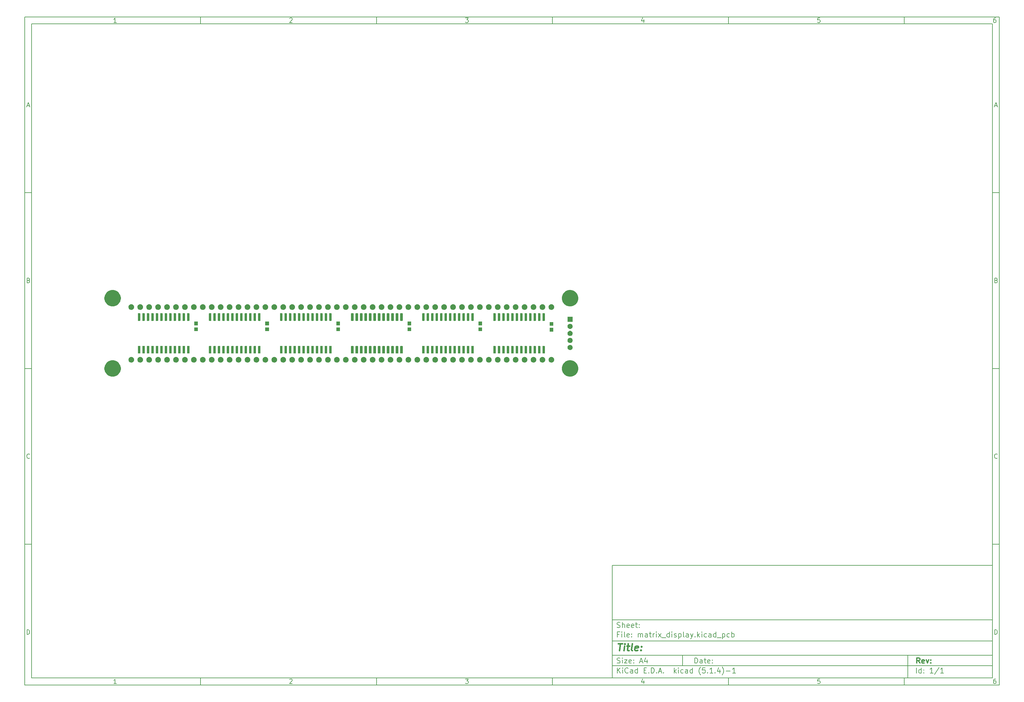
<source format=gts>
G04 #@! TF.GenerationSoftware,KiCad,Pcbnew,(5.1.4)-1*
G04 #@! TF.CreationDate,2019-10-28T14:50:51+08:00*
G04 #@! TF.ProjectId,matrix_display,6d617472-6978-45f6-9469-73706c61792e,rev?*
G04 #@! TF.SameCoordinates,Original*
G04 #@! TF.FileFunction,Soldermask,Top*
G04 #@! TF.FilePolarity,Negative*
%FSLAX46Y46*%
G04 Gerber Fmt 4.6, Leading zero omitted, Abs format (unit mm)*
G04 Created by KiCad (PCBNEW (5.1.4)-1) date 2019-10-28 14:50:51*
%MOMM*%
%LPD*%
G04 APERTURE LIST*
%ADD10C,0.150000*%
%ADD11C,0.300000*%
%ADD12C,0.400000*%
G04 APERTURE END LIST*
D10*
X177002200Y-166007200D02*
X177002200Y-198007200D01*
X285002200Y-198007200D01*
X285002200Y-166007200D01*
X177002200Y-166007200D01*
X10000000Y-10000000D02*
X10000000Y-200007200D01*
X287002200Y-200007200D01*
X287002200Y-10000000D01*
X10000000Y-10000000D01*
X12000000Y-12000000D02*
X12000000Y-198007200D01*
X285002200Y-198007200D01*
X285002200Y-12000000D01*
X12000000Y-12000000D01*
X60000000Y-12000000D02*
X60000000Y-10000000D01*
X110000000Y-12000000D02*
X110000000Y-10000000D01*
X160000000Y-12000000D02*
X160000000Y-10000000D01*
X210000000Y-12000000D02*
X210000000Y-10000000D01*
X260000000Y-12000000D02*
X260000000Y-10000000D01*
X36065476Y-11588095D02*
X35322619Y-11588095D01*
X35694047Y-11588095D02*
X35694047Y-10288095D01*
X35570238Y-10473809D01*
X35446428Y-10597619D01*
X35322619Y-10659523D01*
X85322619Y-10411904D02*
X85384523Y-10350000D01*
X85508333Y-10288095D01*
X85817857Y-10288095D01*
X85941666Y-10350000D01*
X86003571Y-10411904D01*
X86065476Y-10535714D01*
X86065476Y-10659523D01*
X86003571Y-10845238D01*
X85260714Y-11588095D01*
X86065476Y-11588095D01*
X135260714Y-10288095D02*
X136065476Y-10288095D01*
X135632142Y-10783333D01*
X135817857Y-10783333D01*
X135941666Y-10845238D01*
X136003571Y-10907142D01*
X136065476Y-11030952D01*
X136065476Y-11340476D01*
X136003571Y-11464285D01*
X135941666Y-11526190D01*
X135817857Y-11588095D01*
X135446428Y-11588095D01*
X135322619Y-11526190D01*
X135260714Y-11464285D01*
X185941666Y-10721428D02*
X185941666Y-11588095D01*
X185632142Y-10226190D02*
X185322619Y-11154761D01*
X186127380Y-11154761D01*
X236003571Y-10288095D02*
X235384523Y-10288095D01*
X235322619Y-10907142D01*
X235384523Y-10845238D01*
X235508333Y-10783333D01*
X235817857Y-10783333D01*
X235941666Y-10845238D01*
X236003571Y-10907142D01*
X236065476Y-11030952D01*
X236065476Y-11340476D01*
X236003571Y-11464285D01*
X235941666Y-11526190D01*
X235817857Y-11588095D01*
X235508333Y-11588095D01*
X235384523Y-11526190D01*
X235322619Y-11464285D01*
X285941666Y-10288095D02*
X285694047Y-10288095D01*
X285570238Y-10350000D01*
X285508333Y-10411904D01*
X285384523Y-10597619D01*
X285322619Y-10845238D01*
X285322619Y-11340476D01*
X285384523Y-11464285D01*
X285446428Y-11526190D01*
X285570238Y-11588095D01*
X285817857Y-11588095D01*
X285941666Y-11526190D01*
X286003571Y-11464285D01*
X286065476Y-11340476D01*
X286065476Y-11030952D01*
X286003571Y-10907142D01*
X285941666Y-10845238D01*
X285817857Y-10783333D01*
X285570238Y-10783333D01*
X285446428Y-10845238D01*
X285384523Y-10907142D01*
X285322619Y-11030952D01*
X60000000Y-198007200D02*
X60000000Y-200007200D01*
X110000000Y-198007200D02*
X110000000Y-200007200D01*
X160000000Y-198007200D02*
X160000000Y-200007200D01*
X210000000Y-198007200D02*
X210000000Y-200007200D01*
X260000000Y-198007200D02*
X260000000Y-200007200D01*
X36065476Y-199595295D02*
X35322619Y-199595295D01*
X35694047Y-199595295D02*
X35694047Y-198295295D01*
X35570238Y-198481009D01*
X35446428Y-198604819D01*
X35322619Y-198666723D01*
X85322619Y-198419104D02*
X85384523Y-198357200D01*
X85508333Y-198295295D01*
X85817857Y-198295295D01*
X85941666Y-198357200D01*
X86003571Y-198419104D01*
X86065476Y-198542914D01*
X86065476Y-198666723D01*
X86003571Y-198852438D01*
X85260714Y-199595295D01*
X86065476Y-199595295D01*
X135260714Y-198295295D02*
X136065476Y-198295295D01*
X135632142Y-198790533D01*
X135817857Y-198790533D01*
X135941666Y-198852438D01*
X136003571Y-198914342D01*
X136065476Y-199038152D01*
X136065476Y-199347676D01*
X136003571Y-199471485D01*
X135941666Y-199533390D01*
X135817857Y-199595295D01*
X135446428Y-199595295D01*
X135322619Y-199533390D01*
X135260714Y-199471485D01*
X185941666Y-198728628D02*
X185941666Y-199595295D01*
X185632142Y-198233390D02*
X185322619Y-199161961D01*
X186127380Y-199161961D01*
X236003571Y-198295295D02*
X235384523Y-198295295D01*
X235322619Y-198914342D01*
X235384523Y-198852438D01*
X235508333Y-198790533D01*
X235817857Y-198790533D01*
X235941666Y-198852438D01*
X236003571Y-198914342D01*
X236065476Y-199038152D01*
X236065476Y-199347676D01*
X236003571Y-199471485D01*
X235941666Y-199533390D01*
X235817857Y-199595295D01*
X235508333Y-199595295D01*
X235384523Y-199533390D01*
X235322619Y-199471485D01*
X285941666Y-198295295D02*
X285694047Y-198295295D01*
X285570238Y-198357200D01*
X285508333Y-198419104D01*
X285384523Y-198604819D01*
X285322619Y-198852438D01*
X285322619Y-199347676D01*
X285384523Y-199471485D01*
X285446428Y-199533390D01*
X285570238Y-199595295D01*
X285817857Y-199595295D01*
X285941666Y-199533390D01*
X286003571Y-199471485D01*
X286065476Y-199347676D01*
X286065476Y-199038152D01*
X286003571Y-198914342D01*
X285941666Y-198852438D01*
X285817857Y-198790533D01*
X285570238Y-198790533D01*
X285446428Y-198852438D01*
X285384523Y-198914342D01*
X285322619Y-199038152D01*
X10000000Y-60000000D02*
X12000000Y-60000000D01*
X10000000Y-110000000D02*
X12000000Y-110000000D01*
X10000000Y-160000000D02*
X12000000Y-160000000D01*
X10690476Y-35216666D02*
X11309523Y-35216666D01*
X10566666Y-35588095D02*
X11000000Y-34288095D01*
X11433333Y-35588095D01*
X11092857Y-84907142D02*
X11278571Y-84969047D01*
X11340476Y-85030952D01*
X11402380Y-85154761D01*
X11402380Y-85340476D01*
X11340476Y-85464285D01*
X11278571Y-85526190D01*
X11154761Y-85588095D01*
X10659523Y-85588095D01*
X10659523Y-84288095D01*
X11092857Y-84288095D01*
X11216666Y-84350000D01*
X11278571Y-84411904D01*
X11340476Y-84535714D01*
X11340476Y-84659523D01*
X11278571Y-84783333D01*
X11216666Y-84845238D01*
X11092857Y-84907142D01*
X10659523Y-84907142D01*
X11402380Y-135464285D02*
X11340476Y-135526190D01*
X11154761Y-135588095D01*
X11030952Y-135588095D01*
X10845238Y-135526190D01*
X10721428Y-135402380D01*
X10659523Y-135278571D01*
X10597619Y-135030952D01*
X10597619Y-134845238D01*
X10659523Y-134597619D01*
X10721428Y-134473809D01*
X10845238Y-134350000D01*
X11030952Y-134288095D01*
X11154761Y-134288095D01*
X11340476Y-134350000D01*
X11402380Y-134411904D01*
X10659523Y-185588095D02*
X10659523Y-184288095D01*
X10969047Y-184288095D01*
X11154761Y-184350000D01*
X11278571Y-184473809D01*
X11340476Y-184597619D01*
X11402380Y-184845238D01*
X11402380Y-185030952D01*
X11340476Y-185278571D01*
X11278571Y-185402380D01*
X11154761Y-185526190D01*
X10969047Y-185588095D01*
X10659523Y-185588095D01*
X287002200Y-60000000D02*
X285002200Y-60000000D01*
X287002200Y-110000000D02*
X285002200Y-110000000D01*
X287002200Y-160000000D02*
X285002200Y-160000000D01*
X285692676Y-35216666D02*
X286311723Y-35216666D01*
X285568866Y-35588095D02*
X286002200Y-34288095D01*
X286435533Y-35588095D01*
X286095057Y-84907142D02*
X286280771Y-84969047D01*
X286342676Y-85030952D01*
X286404580Y-85154761D01*
X286404580Y-85340476D01*
X286342676Y-85464285D01*
X286280771Y-85526190D01*
X286156961Y-85588095D01*
X285661723Y-85588095D01*
X285661723Y-84288095D01*
X286095057Y-84288095D01*
X286218866Y-84350000D01*
X286280771Y-84411904D01*
X286342676Y-84535714D01*
X286342676Y-84659523D01*
X286280771Y-84783333D01*
X286218866Y-84845238D01*
X286095057Y-84907142D01*
X285661723Y-84907142D01*
X286404580Y-135464285D02*
X286342676Y-135526190D01*
X286156961Y-135588095D01*
X286033152Y-135588095D01*
X285847438Y-135526190D01*
X285723628Y-135402380D01*
X285661723Y-135278571D01*
X285599819Y-135030952D01*
X285599819Y-134845238D01*
X285661723Y-134597619D01*
X285723628Y-134473809D01*
X285847438Y-134350000D01*
X286033152Y-134288095D01*
X286156961Y-134288095D01*
X286342676Y-134350000D01*
X286404580Y-134411904D01*
X285661723Y-185588095D02*
X285661723Y-184288095D01*
X285971247Y-184288095D01*
X286156961Y-184350000D01*
X286280771Y-184473809D01*
X286342676Y-184597619D01*
X286404580Y-184845238D01*
X286404580Y-185030952D01*
X286342676Y-185278571D01*
X286280771Y-185402380D01*
X286156961Y-185526190D01*
X285971247Y-185588095D01*
X285661723Y-185588095D01*
X200434342Y-193785771D02*
X200434342Y-192285771D01*
X200791485Y-192285771D01*
X201005771Y-192357200D01*
X201148628Y-192500057D01*
X201220057Y-192642914D01*
X201291485Y-192928628D01*
X201291485Y-193142914D01*
X201220057Y-193428628D01*
X201148628Y-193571485D01*
X201005771Y-193714342D01*
X200791485Y-193785771D01*
X200434342Y-193785771D01*
X202577200Y-193785771D02*
X202577200Y-193000057D01*
X202505771Y-192857200D01*
X202362914Y-192785771D01*
X202077200Y-192785771D01*
X201934342Y-192857200D01*
X202577200Y-193714342D02*
X202434342Y-193785771D01*
X202077200Y-193785771D01*
X201934342Y-193714342D01*
X201862914Y-193571485D01*
X201862914Y-193428628D01*
X201934342Y-193285771D01*
X202077200Y-193214342D01*
X202434342Y-193214342D01*
X202577200Y-193142914D01*
X203077200Y-192785771D02*
X203648628Y-192785771D01*
X203291485Y-192285771D02*
X203291485Y-193571485D01*
X203362914Y-193714342D01*
X203505771Y-193785771D01*
X203648628Y-193785771D01*
X204720057Y-193714342D02*
X204577200Y-193785771D01*
X204291485Y-193785771D01*
X204148628Y-193714342D01*
X204077200Y-193571485D01*
X204077200Y-193000057D01*
X204148628Y-192857200D01*
X204291485Y-192785771D01*
X204577200Y-192785771D01*
X204720057Y-192857200D01*
X204791485Y-193000057D01*
X204791485Y-193142914D01*
X204077200Y-193285771D01*
X205434342Y-193642914D02*
X205505771Y-193714342D01*
X205434342Y-193785771D01*
X205362914Y-193714342D01*
X205434342Y-193642914D01*
X205434342Y-193785771D01*
X205434342Y-192857200D02*
X205505771Y-192928628D01*
X205434342Y-193000057D01*
X205362914Y-192928628D01*
X205434342Y-192857200D01*
X205434342Y-193000057D01*
X177002200Y-194507200D02*
X285002200Y-194507200D01*
X178434342Y-196585771D02*
X178434342Y-195085771D01*
X179291485Y-196585771D02*
X178648628Y-195728628D01*
X179291485Y-195085771D02*
X178434342Y-195942914D01*
X179934342Y-196585771D02*
X179934342Y-195585771D01*
X179934342Y-195085771D02*
X179862914Y-195157200D01*
X179934342Y-195228628D01*
X180005771Y-195157200D01*
X179934342Y-195085771D01*
X179934342Y-195228628D01*
X181505771Y-196442914D02*
X181434342Y-196514342D01*
X181220057Y-196585771D01*
X181077200Y-196585771D01*
X180862914Y-196514342D01*
X180720057Y-196371485D01*
X180648628Y-196228628D01*
X180577200Y-195942914D01*
X180577200Y-195728628D01*
X180648628Y-195442914D01*
X180720057Y-195300057D01*
X180862914Y-195157200D01*
X181077200Y-195085771D01*
X181220057Y-195085771D01*
X181434342Y-195157200D01*
X181505771Y-195228628D01*
X182791485Y-196585771D02*
X182791485Y-195800057D01*
X182720057Y-195657200D01*
X182577200Y-195585771D01*
X182291485Y-195585771D01*
X182148628Y-195657200D01*
X182791485Y-196514342D02*
X182648628Y-196585771D01*
X182291485Y-196585771D01*
X182148628Y-196514342D01*
X182077200Y-196371485D01*
X182077200Y-196228628D01*
X182148628Y-196085771D01*
X182291485Y-196014342D01*
X182648628Y-196014342D01*
X182791485Y-195942914D01*
X184148628Y-196585771D02*
X184148628Y-195085771D01*
X184148628Y-196514342D02*
X184005771Y-196585771D01*
X183720057Y-196585771D01*
X183577200Y-196514342D01*
X183505771Y-196442914D01*
X183434342Y-196300057D01*
X183434342Y-195871485D01*
X183505771Y-195728628D01*
X183577200Y-195657200D01*
X183720057Y-195585771D01*
X184005771Y-195585771D01*
X184148628Y-195657200D01*
X186005771Y-195800057D02*
X186505771Y-195800057D01*
X186720057Y-196585771D02*
X186005771Y-196585771D01*
X186005771Y-195085771D01*
X186720057Y-195085771D01*
X187362914Y-196442914D02*
X187434342Y-196514342D01*
X187362914Y-196585771D01*
X187291485Y-196514342D01*
X187362914Y-196442914D01*
X187362914Y-196585771D01*
X188077200Y-196585771D02*
X188077200Y-195085771D01*
X188434342Y-195085771D01*
X188648628Y-195157200D01*
X188791485Y-195300057D01*
X188862914Y-195442914D01*
X188934342Y-195728628D01*
X188934342Y-195942914D01*
X188862914Y-196228628D01*
X188791485Y-196371485D01*
X188648628Y-196514342D01*
X188434342Y-196585771D01*
X188077200Y-196585771D01*
X189577200Y-196442914D02*
X189648628Y-196514342D01*
X189577200Y-196585771D01*
X189505771Y-196514342D01*
X189577200Y-196442914D01*
X189577200Y-196585771D01*
X190220057Y-196157200D02*
X190934342Y-196157200D01*
X190077200Y-196585771D02*
X190577200Y-195085771D01*
X191077200Y-196585771D01*
X191577200Y-196442914D02*
X191648628Y-196514342D01*
X191577200Y-196585771D01*
X191505771Y-196514342D01*
X191577200Y-196442914D01*
X191577200Y-196585771D01*
X194577200Y-196585771D02*
X194577200Y-195085771D01*
X194720057Y-196014342D02*
X195148628Y-196585771D01*
X195148628Y-195585771D02*
X194577200Y-196157200D01*
X195791485Y-196585771D02*
X195791485Y-195585771D01*
X195791485Y-195085771D02*
X195720057Y-195157200D01*
X195791485Y-195228628D01*
X195862914Y-195157200D01*
X195791485Y-195085771D01*
X195791485Y-195228628D01*
X197148628Y-196514342D02*
X197005771Y-196585771D01*
X196720057Y-196585771D01*
X196577200Y-196514342D01*
X196505771Y-196442914D01*
X196434342Y-196300057D01*
X196434342Y-195871485D01*
X196505771Y-195728628D01*
X196577200Y-195657200D01*
X196720057Y-195585771D01*
X197005771Y-195585771D01*
X197148628Y-195657200D01*
X198434342Y-196585771D02*
X198434342Y-195800057D01*
X198362914Y-195657200D01*
X198220057Y-195585771D01*
X197934342Y-195585771D01*
X197791485Y-195657200D01*
X198434342Y-196514342D02*
X198291485Y-196585771D01*
X197934342Y-196585771D01*
X197791485Y-196514342D01*
X197720057Y-196371485D01*
X197720057Y-196228628D01*
X197791485Y-196085771D01*
X197934342Y-196014342D01*
X198291485Y-196014342D01*
X198434342Y-195942914D01*
X199791485Y-196585771D02*
X199791485Y-195085771D01*
X199791485Y-196514342D02*
X199648628Y-196585771D01*
X199362914Y-196585771D01*
X199220057Y-196514342D01*
X199148628Y-196442914D01*
X199077200Y-196300057D01*
X199077200Y-195871485D01*
X199148628Y-195728628D01*
X199220057Y-195657200D01*
X199362914Y-195585771D01*
X199648628Y-195585771D01*
X199791485Y-195657200D01*
X202077200Y-197157200D02*
X202005771Y-197085771D01*
X201862914Y-196871485D01*
X201791485Y-196728628D01*
X201720057Y-196514342D01*
X201648628Y-196157200D01*
X201648628Y-195871485D01*
X201720057Y-195514342D01*
X201791485Y-195300057D01*
X201862914Y-195157200D01*
X202005771Y-194942914D01*
X202077200Y-194871485D01*
X203362914Y-195085771D02*
X202648628Y-195085771D01*
X202577200Y-195800057D01*
X202648628Y-195728628D01*
X202791485Y-195657200D01*
X203148628Y-195657200D01*
X203291485Y-195728628D01*
X203362914Y-195800057D01*
X203434342Y-195942914D01*
X203434342Y-196300057D01*
X203362914Y-196442914D01*
X203291485Y-196514342D01*
X203148628Y-196585771D01*
X202791485Y-196585771D01*
X202648628Y-196514342D01*
X202577200Y-196442914D01*
X204077200Y-196442914D02*
X204148628Y-196514342D01*
X204077200Y-196585771D01*
X204005771Y-196514342D01*
X204077200Y-196442914D01*
X204077200Y-196585771D01*
X205577200Y-196585771D02*
X204720057Y-196585771D01*
X205148628Y-196585771D02*
X205148628Y-195085771D01*
X205005771Y-195300057D01*
X204862914Y-195442914D01*
X204720057Y-195514342D01*
X206220057Y-196442914D02*
X206291485Y-196514342D01*
X206220057Y-196585771D01*
X206148628Y-196514342D01*
X206220057Y-196442914D01*
X206220057Y-196585771D01*
X207577200Y-195585771D02*
X207577200Y-196585771D01*
X207220057Y-195014342D02*
X206862914Y-196085771D01*
X207791485Y-196085771D01*
X208220057Y-197157200D02*
X208291485Y-197085771D01*
X208434342Y-196871485D01*
X208505771Y-196728628D01*
X208577200Y-196514342D01*
X208648628Y-196157200D01*
X208648628Y-195871485D01*
X208577200Y-195514342D01*
X208505771Y-195300057D01*
X208434342Y-195157200D01*
X208291485Y-194942914D01*
X208220057Y-194871485D01*
X209362914Y-196014342D02*
X210505771Y-196014342D01*
X212005771Y-196585771D02*
X211148628Y-196585771D01*
X211577200Y-196585771D02*
X211577200Y-195085771D01*
X211434342Y-195300057D01*
X211291485Y-195442914D01*
X211148628Y-195514342D01*
X177002200Y-191507200D02*
X285002200Y-191507200D01*
D11*
X264411485Y-193785771D02*
X263911485Y-193071485D01*
X263554342Y-193785771D02*
X263554342Y-192285771D01*
X264125771Y-192285771D01*
X264268628Y-192357200D01*
X264340057Y-192428628D01*
X264411485Y-192571485D01*
X264411485Y-192785771D01*
X264340057Y-192928628D01*
X264268628Y-193000057D01*
X264125771Y-193071485D01*
X263554342Y-193071485D01*
X265625771Y-193714342D02*
X265482914Y-193785771D01*
X265197200Y-193785771D01*
X265054342Y-193714342D01*
X264982914Y-193571485D01*
X264982914Y-193000057D01*
X265054342Y-192857200D01*
X265197200Y-192785771D01*
X265482914Y-192785771D01*
X265625771Y-192857200D01*
X265697200Y-193000057D01*
X265697200Y-193142914D01*
X264982914Y-193285771D01*
X266197200Y-192785771D02*
X266554342Y-193785771D01*
X266911485Y-192785771D01*
X267482914Y-193642914D02*
X267554342Y-193714342D01*
X267482914Y-193785771D01*
X267411485Y-193714342D01*
X267482914Y-193642914D01*
X267482914Y-193785771D01*
X267482914Y-192857200D02*
X267554342Y-192928628D01*
X267482914Y-193000057D01*
X267411485Y-192928628D01*
X267482914Y-192857200D01*
X267482914Y-193000057D01*
D10*
X178362914Y-193714342D02*
X178577200Y-193785771D01*
X178934342Y-193785771D01*
X179077200Y-193714342D01*
X179148628Y-193642914D01*
X179220057Y-193500057D01*
X179220057Y-193357200D01*
X179148628Y-193214342D01*
X179077200Y-193142914D01*
X178934342Y-193071485D01*
X178648628Y-193000057D01*
X178505771Y-192928628D01*
X178434342Y-192857200D01*
X178362914Y-192714342D01*
X178362914Y-192571485D01*
X178434342Y-192428628D01*
X178505771Y-192357200D01*
X178648628Y-192285771D01*
X179005771Y-192285771D01*
X179220057Y-192357200D01*
X179862914Y-193785771D02*
X179862914Y-192785771D01*
X179862914Y-192285771D02*
X179791485Y-192357200D01*
X179862914Y-192428628D01*
X179934342Y-192357200D01*
X179862914Y-192285771D01*
X179862914Y-192428628D01*
X180434342Y-192785771D02*
X181220057Y-192785771D01*
X180434342Y-193785771D01*
X181220057Y-193785771D01*
X182362914Y-193714342D02*
X182220057Y-193785771D01*
X181934342Y-193785771D01*
X181791485Y-193714342D01*
X181720057Y-193571485D01*
X181720057Y-193000057D01*
X181791485Y-192857200D01*
X181934342Y-192785771D01*
X182220057Y-192785771D01*
X182362914Y-192857200D01*
X182434342Y-193000057D01*
X182434342Y-193142914D01*
X181720057Y-193285771D01*
X183077200Y-193642914D02*
X183148628Y-193714342D01*
X183077200Y-193785771D01*
X183005771Y-193714342D01*
X183077200Y-193642914D01*
X183077200Y-193785771D01*
X183077200Y-192857200D02*
X183148628Y-192928628D01*
X183077200Y-193000057D01*
X183005771Y-192928628D01*
X183077200Y-192857200D01*
X183077200Y-193000057D01*
X184862914Y-193357200D02*
X185577200Y-193357200D01*
X184720057Y-193785771D02*
X185220057Y-192285771D01*
X185720057Y-193785771D01*
X186862914Y-192785771D02*
X186862914Y-193785771D01*
X186505771Y-192214342D02*
X186148628Y-193285771D01*
X187077200Y-193285771D01*
X263434342Y-196585771D02*
X263434342Y-195085771D01*
X264791485Y-196585771D02*
X264791485Y-195085771D01*
X264791485Y-196514342D02*
X264648628Y-196585771D01*
X264362914Y-196585771D01*
X264220057Y-196514342D01*
X264148628Y-196442914D01*
X264077200Y-196300057D01*
X264077200Y-195871485D01*
X264148628Y-195728628D01*
X264220057Y-195657200D01*
X264362914Y-195585771D01*
X264648628Y-195585771D01*
X264791485Y-195657200D01*
X265505771Y-196442914D02*
X265577200Y-196514342D01*
X265505771Y-196585771D01*
X265434342Y-196514342D01*
X265505771Y-196442914D01*
X265505771Y-196585771D01*
X265505771Y-195657200D02*
X265577200Y-195728628D01*
X265505771Y-195800057D01*
X265434342Y-195728628D01*
X265505771Y-195657200D01*
X265505771Y-195800057D01*
X268148628Y-196585771D02*
X267291485Y-196585771D01*
X267720057Y-196585771D02*
X267720057Y-195085771D01*
X267577200Y-195300057D01*
X267434342Y-195442914D01*
X267291485Y-195514342D01*
X269862914Y-195014342D02*
X268577200Y-196942914D01*
X271148628Y-196585771D02*
X270291485Y-196585771D01*
X270720057Y-196585771D02*
X270720057Y-195085771D01*
X270577200Y-195300057D01*
X270434342Y-195442914D01*
X270291485Y-195514342D01*
X177002200Y-187507200D02*
X285002200Y-187507200D01*
D12*
X178714580Y-188211961D02*
X179857438Y-188211961D01*
X179036009Y-190211961D02*
X179286009Y-188211961D01*
X180274104Y-190211961D02*
X180440771Y-188878628D01*
X180524104Y-188211961D02*
X180416961Y-188307200D01*
X180500295Y-188402438D01*
X180607438Y-188307200D01*
X180524104Y-188211961D01*
X180500295Y-188402438D01*
X181107438Y-188878628D02*
X181869342Y-188878628D01*
X181476485Y-188211961D02*
X181262200Y-189926247D01*
X181333628Y-190116723D01*
X181512200Y-190211961D01*
X181702676Y-190211961D01*
X182655057Y-190211961D02*
X182476485Y-190116723D01*
X182405057Y-189926247D01*
X182619342Y-188211961D01*
X184190771Y-190116723D02*
X183988390Y-190211961D01*
X183607438Y-190211961D01*
X183428866Y-190116723D01*
X183357438Y-189926247D01*
X183452676Y-189164342D01*
X183571723Y-188973866D01*
X183774104Y-188878628D01*
X184155057Y-188878628D01*
X184333628Y-188973866D01*
X184405057Y-189164342D01*
X184381247Y-189354819D01*
X183405057Y-189545295D01*
X185155057Y-190021485D02*
X185238390Y-190116723D01*
X185131247Y-190211961D01*
X185047914Y-190116723D01*
X185155057Y-190021485D01*
X185131247Y-190211961D01*
X185286009Y-188973866D02*
X185369342Y-189069104D01*
X185262200Y-189164342D01*
X185178866Y-189069104D01*
X185286009Y-188973866D01*
X185262200Y-189164342D01*
D10*
X178934342Y-185600057D02*
X178434342Y-185600057D01*
X178434342Y-186385771D02*
X178434342Y-184885771D01*
X179148628Y-184885771D01*
X179720057Y-186385771D02*
X179720057Y-185385771D01*
X179720057Y-184885771D02*
X179648628Y-184957200D01*
X179720057Y-185028628D01*
X179791485Y-184957200D01*
X179720057Y-184885771D01*
X179720057Y-185028628D01*
X180648628Y-186385771D02*
X180505771Y-186314342D01*
X180434342Y-186171485D01*
X180434342Y-184885771D01*
X181791485Y-186314342D02*
X181648628Y-186385771D01*
X181362914Y-186385771D01*
X181220057Y-186314342D01*
X181148628Y-186171485D01*
X181148628Y-185600057D01*
X181220057Y-185457200D01*
X181362914Y-185385771D01*
X181648628Y-185385771D01*
X181791485Y-185457200D01*
X181862914Y-185600057D01*
X181862914Y-185742914D01*
X181148628Y-185885771D01*
X182505771Y-186242914D02*
X182577200Y-186314342D01*
X182505771Y-186385771D01*
X182434342Y-186314342D01*
X182505771Y-186242914D01*
X182505771Y-186385771D01*
X182505771Y-185457200D02*
X182577200Y-185528628D01*
X182505771Y-185600057D01*
X182434342Y-185528628D01*
X182505771Y-185457200D01*
X182505771Y-185600057D01*
X184362914Y-186385771D02*
X184362914Y-185385771D01*
X184362914Y-185528628D02*
X184434342Y-185457200D01*
X184577200Y-185385771D01*
X184791485Y-185385771D01*
X184934342Y-185457200D01*
X185005771Y-185600057D01*
X185005771Y-186385771D01*
X185005771Y-185600057D02*
X185077200Y-185457200D01*
X185220057Y-185385771D01*
X185434342Y-185385771D01*
X185577200Y-185457200D01*
X185648628Y-185600057D01*
X185648628Y-186385771D01*
X187005771Y-186385771D02*
X187005771Y-185600057D01*
X186934342Y-185457200D01*
X186791485Y-185385771D01*
X186505771Y-185385771D01*
X186362914Y-185457200D01*
X187005771Y-186314342D02*
X186862914Y-186385771D01*
X186505771Y-186385771D01*
X186362914Y-186314342D01*
X186291485Y-186171485D01*
X186291485Y-186028628D01*
X186362914Y-185885771D01*
X186505771Y-185814342D01*
X186862914Y-185814342D01*
X187005771Y-185742914D01*
X187505771Y-185385771D02*
X188077200Y-185385771D01*
X187720057Y-184885771D02*
X187720057Y-186171485D01*
X187791485Y-186314342D01*
X187934342Y-186385771D01*
X188077200Y-186385771D01*
X188577200Y-186385771D02*
X188577200Y-185385771D01*
X188577200Y-185671485D02*
X188648628Y-185528628D01*
X188720057Y-185457200D01*
X188862914Y-185385771D01*
X189005771Y-185385771D01*
X189505771Y-186385771D02*
X189505771Y-185385771D01*
X189505771Y-184885771D02*
X189434342Y-184957200D01*
X189505771Y-185028628D01*
X189577200Y-184957200D01*
X189505771Y-184885771D01*
X189505771Y-185028628D01*
X190077200Y-186385771D02*
X190862914Y-185385771D01*
X190077200Y-185385771D02*
X190862914Y-186385771D01*
X191077200Y-186528628D02*
X192220057Y-186528628D01*
X193220057Y-186385771D02*
X193220057Y-184885771D01*
X193220057Y-186314342D02*
X193077200Y-186385771D01*
X192791485Y-186385771D01*
X192648628Y-186314342D01*
X192577200Y-186242914D01*
X192505771Y-186100057D01*
X192505771Y-185671485D01*
X192577200Y-185528628D01*
X192648628Y-185457200D01*
X192791485Y-185385771D01*
X193077200Y-185385771D01*
X193220057Y-185457200D01*
X193934342Y-186385771D02*
X193934342Y-185385771D01*
X193934342Y-184885771D02*
X193862914Y-184957200D01*
X193934342Y-185028628D01*
X194005771Y-184957200D01*
X193934342Y-184885771D01*
X193934342Y-185028628D01*
X194577200Y-186314342D02*
X194720057Y-186385771D01*
X195005771Y-186385771D01*
X195148628Y-186314342D01*
X195220057Y-186171485D01*
X195220057Y-186100057D01*
X195148628Y-185957200D01*
X195005771Y-185885771D01*
X194791485Y-185885771D01*
X194648628Y-185814342D01*
X194577200Y-185671485D01*
X194577200Y-185600057D01*
X194648628Y-185457200D01*
X194791485Y-185385771D01*
X195005771Y-185385771D01*
X195148628Y-185457200D01*
X195862914Y-185385771D02*
X195862914Y-186885771D01*
X195862914Y-185457200D02*
X196005771Y-185385771D01*
X196291485Y-185385771D01*
X196434342Y-185457200D01*
X196505771Y-185528628D01*
X196577200Y-185671485D01*
X196577200Y-186100057D01*
X196505771Y-186242914D01*
X196434342Y-186314342D01*
X196291485Y-186385771D01*
X196005771Y-186385771D01*
X195862914Y-186314342D01*
X197434342Y-186385771D02*
X197291485Y-186314342D01*
X197220057Y-186171485D01*
X197220057Y-184885771D01*
X198648628Y-186385771D02*
X198648628Y-185600057D01*
X198577200Y-185457200D01*
X198434342Y-185385771D01*
X198148628Y-185385771D01*
X198005771Y-185457200D01*
X198648628Y-186314342D02*
X198505771Y-186385771D01*
X198148628Y-186385771D01*
X198005771Y-186314342D01*
X197934342Y-186171485D01*
X197934342Y-186028628D01*
X198005771Y-185885771D01*
X198148628Y-185814342D01*
X198505771Y-185814342D01*
X198648628Y-185742914D01*
X199220057Y-185385771D02*
X199577200Y-186385771D01*
X199934342Y-185385771D02*
X199577200Y-186385771D01*
X199434342Y-186742914D01*
X199362914Y-186814342D01*
X199220057Y-186885771D01*
X200505771Y-186242914D02*
X200577200Y-186314342D01*
X200505771Y-186385771D01*
X200434342Y-186314342D01*
X200505771Y-186242914D01*
X200505771Y-186385771D01*
X201220057Y-186385771D02*
X201220057Y-184885771D01*
X201362914Y-185814342D02*
X201791485Y-186385771D01*
X201791485Y-185385771D02*
X201220057Y-185957200D01*
X202434342Y-186385771D02*
X202434342Y-185385771D01*
X202434342Y-184885771D02*
X202362914Y-184957200D01*
X202434342Y-185028628D01*
X202505771Y-184957200D01*
X202434342Y-184885771D01*
X202434342Y-185028628D01*
X203791485Y-186314342D02*
X203648628Y-186385771D01*
X203362914Y-186385771D01*
X203220057Y-186314342D01*
X203148628Y-186242914D01*
X203077200Y-186100057D01*
X203077200Y-185671485D01*
X203148628Y-185528628D01*
X203220057Y-185457200D01*
X203362914Y-185385771D01*
X203648628Y-185385771D01*
X203791485Y-185457200D01*
X205077200Y-186385771D02*
X205077200Y-185600057D01*
X205005771Y-185457200D01*
X204862914Y-185385771D01*
X204577200Y-185385771D01*
X204434342Y-185457200D01*
X205077200Y-186314342D02*
X204934342Y-186385771D01*
X204577200Y-186385771D01*
X204434342Y-186314342D01*
X204362914Y-186171485D01*
X204362914Y-186028628D01*
X204434342Y-185885771D01*
X204577200Y-185814342D01*
X204934342Y-185814342D01*
X205077200Y-185742914D01*
X206434342Y-186385771D02*
X206434342Y-184885771D01*
X206434342Y-186314342D02*
X206291485Y-186385771D01*
X206005771Y-186385771D01*
X205862914Y-186314342D01*
X205791485Y-186242914D01*
X205720057Y-186100057D01*
X205720057Y-185671485D01*
X205791485Y-185528628D01*
X205862914Y-185457200D01*
X206005771Y-185385771D01*
X206291485Y-185385771D01*
X206434342Y-185457200D01*
X206791485Y-186528628D02*
X207934342Y-186528628D01*
X208291485Y-185385771D02*
X208291485Y-186885771D01*
X208291485Y-185457200D02*
X208434342Y-185385771D01*
X208720057Y-185385771D01*
X208862914Y-185457200D01*
X208934342Y-185528628D01*
X209005771Y-185671485D01*
X209005771Y-186100057D01*
X208934342Y-186242914D01*
X208862914Y-186314342D01*
X208720057Y-186385771D01*
X208434342Y-186385771D01*
X208291485Y-186314342D01*
X210291485Y-186314342D02*
X210148628Y-186385771D01*
X209862914Y-186385771D01*
X209720057Y-186314342D01*
X209648628Y-186242914D01*
X209577200Y-186100057D01*
X209577200Y-185671485D01*
X209648628Y-185528628D01*
X209720057Y-185457200D01*
X209862914Y-185385771D01*
X210148628Y-185385771D01*
X210291485Y-185457200D01*
X210934342Y-186385771D02*
X210934342Y-184885771D01*
X210934342Y-185457200D02*
X211077200Y-185385771D01*
X211362914Y-185385771D01*
X211505771Y-185457200D01*
X211577200Y-185528628D01*
X211648628Y-185671485D01*
X211648628Y-186100057D01*
X211577200Y-186242914D01*
X211505771Y-186314342D01*
X211362914Y-186385771D01*
X211077200Y-186385771D01*
X210934342Y-186314342D01*
X177002200Y-181507200D02*
X285002200Y-181507200D01*
X178362914Y-183614342D02*
X178577200Y-183685771D01*
X178934342Y-183685771D01*
X179077200Y-183614342D01*
X179148628Y-183542914D01*
X179220057Y-183400057D01*
X179220057Y-183257200D01*
X179148628Y-183114342D01*
X179077200Y-183042914D01*
X178934342Y-182971485D01*
X178648628Y-182900057D01*
X178505771Y-182828628D01*
X178434342Y-182757200D01*
X178362914Y-182614342D01*
X178362914Y-182471485D01*
X178434342Y-182328628D01*
X178505771Y-182257200D01*
X178648628Y-182185771D01*
X179005771Y-182185771D01*
X179220057Y-182257200D01*
X179862914Y-183685771D02*
X179862914Y-182185771D01*
X180505771Y-183685771D02*
X180505771Y-182900057D01*
X180434342Y-182757200D01*
X180291485Y-182685771D01*
X180077200Y-182685771D01*
X179934342Y-182757200D01*
X179862914Y-182828628D01*
X181791485Y-183614342D02*
X181648628Y-183685771D01*
X181362914Y-183685771D01*
X181220057Y-183614342D01*
X181148628Y-183471485D01*
X181148628Y-182900057D01*
X181220057Y-182757200D01*
X181362914Y-182685771D01*
X181648628Y-182685771D01*
X181791485Y-182757200D01*
X181862914Y-182900057D01*
X181862914Y-183042914D01*
X181148628Y-183185771D01*
X183077200Y-183614342D02*
X182934342Y-183685771D01*
X182648628Y-183685771D01*
X182505771Y-183614342D01*
X182434342Y-183471485D01*
X182434342Y-182900057D01*
X182505771Y-182757200D01*
X182648628Y-182685771D01*
X182934342Y-182685771D01*
X183077200Y-182757200D01*
X183148628Y-182900057D01*
X183148628Y-183042914D01*
X182434342Y-183185771D01*
X183577200Y-182685771D02*
X184148628Y-182685771D01*
X183791485Y-182185771D02*
X183791485Y-183471485D01*
X183862914Y-183614342D01*
X184005771Y-183685771D01*
X184148628Y-183685771D01*
X184648628Y-183542914D02*
X184720057Y-183614342D01*
X184648628Y-183685771D01*
X184577200Y-183614342D01*
X184648628Y-183542914D01*
X184648628Y-183685771D01*
X184648628Y-182757200D02*
X184720057Y-182828628D01*
X184648628Y-182900057D01*
X184577200Y-182828628D01*
X184648628Y-182757200D01*
X184648628Y-182900057D01*
X197002200Y-191507200D02*
X197002200Y-194507200D01*
X261002200Y-191507200D02*
X261002200Y-198007200D01*
G36*
X165679927Y-107758578D02*
G01*
X165855643Y-107831362D01*
X166104143Y-107934294D01*
X166485926Y-108189394D01*
X166810606Y-108514074D01*
X167065706Y-108895857D01*
X167168638Y-109144357D01*
X167241422Y-109320073D01*
X167331000Y-109770415D01*
X167331000Y-110229585D01*
X167241422Y-110679927D01*
X167168638Y-110855643D01*
X167065706Y-111104143D01*
X166810606Y-111485926D01*
X166485926Y-111810606D01*
X166104143Y-112065706D01*
X165855643Y-112168638D01*
X165679927Y-112241422D01*
X165229585Y-112331000D01*
X164770415Y-112331000D01*
X164320073Y-112241422D01*
X164144357Y-112168638D01*
X163895857Y-112065706D01*
X163514074Y-111810606D01*
X163189394Y-111485926D01*
X162934294Y-111104143D01*
X162831362Y-110855643D01*
X162758578Y-110679927D01*
X162669000Y-110229585D01*
X162669000Y-109770415D01*
X162758578Y-109320073D01*
X162831362Y-109144357D01*
X162934294Y-108895857D01*
X163189394Y-108514074D01*
X163514074Y-108189394D01*
X163895857Y-107934294D01*
X164144357Y-107831362D01*
X164320073Y-107758578D01*
X164770415Y-107669000D01*
X165229585Y-107669000D01*
X165679927Y-107758578D01*
X165679927Y-107758578D01*
G37*
G36*
X35679927Y-107758578D02*
G01*
X35855643Y-107831362D01*
X36104143Y-107934294D01*
X36485926Y-108189394D01*
X36810606Y-108514074D01*
X37065706Y-108895857D01*
X37168638Y-109144357D01*
X37241422Y-109320073D01*
X37331000Y-109770415D01*
X37331000Y-110229585D01*
X37241422Y-110679927D01*
X37168638Y-110855643D01*
X37065706Y-111104143D01*
X36810606Y-111485926D01*
X36485926Y-111810606D01*
X36104143Y-112065706D01*
X35855643Y-112168638D01*
X35679927Y-112241422D01*
X35229585Y-112331000D01*
X34770415Y-112331000D01*
X34320073Y-112241422D01*
X34144357Y-112168638D01*
X33895857Y-112065706D01*
X33514074Y-111810606D01*
X33189394Y-111485926D01*
X32934294Y-111104143D01*
X32831362Y-110855643D01*
X32758578Y-110679927D01*
X32669000Y-110229585D01*
X32669000Y-109770415D01*
X32758578Y-109320073D01*
X32831362Y-109144357D01*
X32934294Y-108895857D01*
X33189394Y-108514074D01*
X33514074Y-108189394D01*
X33895857Y-107934294D01*
X34144357Y-107831362D01*
X34320073Y-107758578D01*
X34770415Y-107669000D01*
X35229585Y-107669000D01*
X35679927Y-107758578D01*
X35679927Y-107758578D01*
G37*
G36*
X129443642Y-106729781D02*
G01*
X129589414Y-106790162D01*
X129589416Y-106790163D01*
X129720608Y-106877822D01*
X129832178Y-106989392D01*
X129919837Y-107120584D01*
X129919838Y-107120586D01*
X129980219Y-107266358D01*
X130011000Y-107421107D01*
X130011000Y-107578893D01*
X129980219Y-107733642D01*
X129919838Y-107879414D01*
X129919837Y-107879416D01*
X129832178Y-108010608D01*
X129720608Y-108122178D01*
X129589416Y-108209837D01*
X129589415Y-108209838D01*
X129589414Y-108209838D01*
X129443642Y-108270219D01*
X129288893Y-108301000D01*
X129131107Y-108301000D01*
X128976358Y-108270219D01*
X128830586Y-108209838D01*
X128830585Y-108209838D01*
X128830584Y-108209837D01*
X128699392Y-108122178D01*
X128587822Y-108010608D01*
X128500163Y-107879416D01*
X128500162Y-107879414D01*
X128439781Y-107733642D01*
X128409000Y-107578893D01*
X128409000Y-107421107D01*
X128439781Y-107266358D01*
X128500162Y-107120586D01*
X128500163Y-107120584D01*
X128587822Y-106989392D01*
X128699392Y-106877822D01*
X128830584Y-106790163D01*
X128830586Y-106790162D01*
X128976358Y-106729781D01*
X129131107Y-106699000D01*
X129288893Y-106699000D01*
X129443642Y-106729781D01*
X129443642Y-106729781D01*
G37*
G36*
X101503642Y-106729781D02*
G01*
X101649414Y-106790162D01*
X101649416Y-106790163D01*
X101780608Y-106877822D01*
X101892178Y-106989392D01*
X101979837Y-107120584D01*
X101979838Y-107120586D01*
X102040219Y-107266358D01*
X102071000Y-107421107D01*
X102071000Y-107578893D01*
X102040219Y-107733642D01*
X101979838Y-107879414D01*
X101979837Y-107879416D01*
X101892178Y-108010608D01*
X101780608Y-108122178D01*
X101649416Y-108209837D01*
X101649415Y-108209838D01*
X101649414Y-108209838D01*
X101503642Y-108270219D01*
X101348893Y-108301000D01*
X101191107Y-108301000D01*
X101036358Y-108270219D01*
X100890586Y-108209838D01*
X100890585Y-108209838D01*
X100890584Y-108209837D01*
X100759392Y-108122178D01*
X100647822Y-108010608D01*
X100560163Y-107879416D01*
X100560162Y-107879414D01*
X100499781Y-107733642D01*
X100469000Y-107578893D01*
X100469000Y-107421107D01*
X100499781Y-107266358D01*
X100560162Y-107120586D01*
X100560163Y-107120584D01*
X100647822Y-106989392D01*
X100759392Y-106877822D01*
X100890584Y-106790163D01*
X100890586Y-106790162D01*
X101036358Y-106729781D01*
X101191107Y-106699000D01*
X101348893Y-106699000D01*
X101503642Y-106729781D01*
X101503642Y-106729781D01*
G37*
G36*
X142143642Y-106729781D02*
G01*
X142289414Y-106790162D01*
X142289416Y-106790163D01*
X142420608Y-106877822D01*
X142532178Y-106989392D01*
X142619837Y-107120584D01*
X142619838Y-107120586D01*
X142680219Y-107266358D01*
X142711000Y-107421107D01*
X142711000Y-107578893D01*
X142680219Y-107733642D01*
X142619838Y-107879414D01*
X142619837Y-107879416D01*
X142532178Y-108010608D01*
X142420608Y-108122178D01*
X142289416Y-108209837D01*
X142289415Y-108209838D01*
X142289414Y-108209838D01*
X142143642Y-108270219D01*
X141988893Y-108301000D01*
X141831107Y-108301000D01*
X141676358Y-108270219D01*
X141530586Y-108209838D01*
X141530585Y-108209838D01*
X141530584Y-108209837D01*
X141399392Y-108122178D01*
X141287822Y-108010608D01*
X141200163Y-107879416D01*
X141200162Y-107879414D01*
X141139781Y-107733642D01*
X141109000Y-107578893D01*
X141109000Y-107421107D01*
X141139781Y-107266358D01*
X141200162Y-107120586D01*
X141200163Y-107120584D01*
X141287822Y-106989392D01*
X141399392Y-106877822D01*
X141530584Y-106790163D01*
X141530586Y-106790162D01*
X141676358Y-106729781D01*
X141831107Y-106699000D01*
X141988893Y-106699000D01*
X142143642Y-106729781D01*
X142143642Y-106729781D01*
G37*
G36*
X144683642Y-106729781D02*
G01*
X144829414Y-106790162D01*
X144829416Y-106790163D01*
X144960608Y-106877822D01*
X145072178Y-106989392D01*
X145159837Y-107120584D01*
X145159838Y-107120586D01*
X145220219Y-107266358D01*
X145251000Y-107421107D01*
X145251000Y-107578893D01*
X145220219Y-107733642D01*
X145159838Y-107879414D01*
X145159837Y-107879416D01*
X145072178Y-108010608D01*
X144960608Y-108122178D01*
X144829416Y-108209837D01*
X144829415Y-108209838D01*
X144829414Y-108209838D01*
X144683642Y-108270219D01*
X144528893Y-108301000D01*
X144371107Y-108301000D01*
X144216358Y-108270219D01*
X144070586Y-108209838D01*
X144070585Y-108209838D01*
X144070584Y-108209837D01*
X143939392Y-108122178D01*
X143827822Y-108010608D01*
X143740163Y-107879416D01*
X143740162Y-107879414D01*
X143679781Y-107733642D01*
X143649000Y-107578893D01*
X143649000Y-107421107D01*
X143679781Y-107266358D01*
X143740162Y-107120586D01*
X143740163Y-107120584D01*
X143827822Y-106989392D01*
X143939392Y-106877822D01*
X144070584Y-106790163D01*
X144070586Y-106790162D01*
X144216358Y-106729781D01*
X144371107Y-106699000D01*
X144528893Y-106699000D01*
X144683642Y-106729781D01*
X144683642Y-106729781D01*
G37*
G36*
X147223642Y-106729781D02*
G01*
X147369414Y-106790162D01*
X147369416Y-106790163D01*
X147500608Y-106877822D01*
X147612178Y-106989392D01*
X147699837Y-107120584D01*
X147699838Y-107120586D01*
X147760219Y-107266358D01*
X147791000Y-107421107D01*
X147791000Y-107578893D01*
X147760219Y-107733642D01*
X147699838Y-107879414D01*
X147699837Y-107879416D01*
X147612178Y-108010608D01*
X147500608Y-108122178D01*
X147369416Y-108209837D01*
X147369415Y-108209838D01*
X147369414Y-108209838D01*
X147223642Y-108270219D01*
X147068893Y-108301000D01*
X146911107Y-108301000D01*
X146756358Y-108270219D01*
X146610586Y-108209838D01*
X146610585Y-108209838D01*
X146610584Y-108209837D01*
X146479392Y-108122178D01*
X146367822Y-108010608D01*
X146280163Y-107879416D01*
X146280162Y-107879414D01*
X146219781Y-107733642D01*
X146189000Y-107578893D01*
X146189000Y-107421107D01*
X146219781Y-107266358D01*
X146280162Y-107120586D01*
X146280163Y-107120584D01*
X146367822Y-106989392D01*
X146479392Y-106877822D01*
X146610584Y-106790163D01*
X146610586Y-106790162D01*
X146756358Y-106729781D01*
X146911107Y-106699000D01*
X147068893Y-106699000D01*
X147223642Y-106729781D01*
X147223642Y-106729781D01*
G37*
G36*
X149763642Y-106729781D02*
G01*
X149909414Y-106790162D01*
X149909416Y-106790163D01*
X150040608Y-106877822D01*
X150152178Y-106989392D01*
X150239837Y-107120584D01*
X150239838Y-107120586D01*
X150300219Y-107266358D01*
X150331000Y-107421107D01*
X150331000Y-107578893D01*
X150300219Y-107733642D01*
X150239838Y-107879414D01*
X150239837Y-107879416D01*
X150152178Y-108010608D01*
X150040608Y-108122178D01*
X149909416Y-108209837D01*
X149909415Y-108209838D01*
X149909414Y-108209838D01*
X149763642Y-108270219D01*
X149608893Y-108301000D01*
X149451107Y-108301000D01*
X149296358Y-108270219D01*
X149150586Y-108209838D01*
X149150585Y-108209838D01*
X149150584Y-108209837D01*
X149019392Y-108122178D01*
X148907822Y-108010608D01*
X148820163Y-107879416D01*
X148820162Y-107879414D01*
X148759781Y-107733642D01*
X148729000Y-107578893D01*
X148729000Y-107421107D01*
X148759781Y-107266358D01*
X148820162Y-107120586D01*
X148820163Y-107120584D01*
X148907822Y-106989392D01*
X149019392Y-106877822D01*
X149150584Y-106790163D01*
X149150586Y-106790162D01*
X149296358Y-106729781D01*
X149451107Y-106699000D01*
X149608893Y-106699000D01*
X149763642Y-106729781D01*
X149763642Y-106729781D01*
G37*
G36*
X152303642Y-106729781D02*
G01*
X152449414Y-106790162D01*
X152449416Y-106790163D01*
X152580608Y-106877822D01*
X152692178Y-106989392D01*
X152779837Y-107120584D01*
X152779838Y-107120586D01*
X152840219Y-107266358D01*
X152871000Y-107421107D01*
X152871000Y-107578893D01*
X152840219Y-107733642D01*
X152779838Y-107879414D01*
X152779837Y-107879416D01*
X152692178Y-108010608D01*
X152580608Y-108122178D01*
X152449416Y-108209837D01*
X152449415Y-108209838D01*
X152449414Y-108209838D01*
X152303642Y-108270219D01*
X152148893Y-108301000D01*
X151991107Y-108301000D01*
X151836358Y-108270219D01*
X151690586Y-108209838D01*
X151690585Y-108209838D01*
X151690584Y-108209837D01*
X151559392Y-108122178D01*
X151447822Y-108010608D01*
X151360163Y-107879416D01*
X151360162Y-107879414D01*
X151299781Y-107733642D01*
X151269000Y-107578893D01*
X151269000Y-107421107D01*
X151299781Y-107266358D01*
X151360162Y-107120586D01*
X151360163Y-107120584D01*
X151447822Y-106989392D01*
X151559392Y-106877822D01*
X151690584Y-106790163D01*
X151690586Y-106790162D01*
X151836358Y-106729781D01*
X151991107Y-106699000D01*
X152148893Y-106699000D01*
X152303642Y-106729781D01*
X152303642Y-106729781D01*
G37*
G36*
X154843642Y-106729781D02*
G01*
X154989414Y-106790162D01*
X154989416Y-106790163D01*
X155120608Y-106877822D01*
X155232178Y-106989392D01*
X155319837Y-107120584D01*
X155319838Y-107120586D01*
X155380219Y-107266358D01*
X155411000Y-107421107D01*
X155411000Y-107578893D01*
X155380219Y-107733642D01*
X155319838Y-107879414D01*
X155319837Y-107879416D01*
X155232178Y-108010608D01*
X155120608Y-108122178D01*
X154989416Y-108209837D01*
X154989415Y-108209838D01*
X154989414Y-108209838D01*
X154843642Y-108270219D01*
X154688893Y-108301000D01*
X154531107Y-108301000D01*
X154376358Y-108270219D01*
X154230586Y-108209838D01*
X154230585Y-108209838D01*
X154230584Y-108209837D01*
X154099392Y-108122178D01*
X153987822Y-108010608D01*
X153900163Y-107879416D01*
X153900162Y-107879414D01*
X153839781Y-107733642D01*
X153809000Y-107578893D01*
X153809000Y-107421107D01*
X153839781Y-107266358D01*
X153900162Y-107120586D01*
X153900163Y-107120584D01*
X153987822Y-106989392D01*
X154099392Y-106877822D01*
X154230584Y-106790163D01*
X154230586Y-106790162D01*
X154376358Y-106729781D01*
X154531107Y-106699000D01*
X154688893Y-106699000D01*
X154843642Y-106729781D01*
X154843642Y-106729781D01*
G37*
G36*
X157383642Y-106729781D02*
G01*
X157529414Y-106790162D01*
X157529416Y-106790163D01*
X157660608Y-106877822D01*
X157772178Y-106989392D01*
X157859837Y-107120584D01*
X157859838Y-107120586D01*
X157920219Y-107266358D01*
X157951000Y-107421107D01*
X157951000Y-107578893D01*
X157920219Y-107733642D01*
X157859838Y-107879414D01*
X157859837Y-107879416D01*
X157772178Y-108010608D01*
X157660608Y-108122178D01*
X157529416Y-108209837D01*
X157529415Y-108209838D01*
X157529414Y-108209838D01*
X157383642Y-108270219D01*
X157228893Y-108301000D01*
X157071107Y-108301000D01*
X156916358Y-108270219D01*
X156770586Y-108209838D01*
X156770585Y-108209838D01*
X156770584Y-108209837D01*
X156639392Y-108122178D01*
X156527822Y-108010608D01*
X156440163Y-107879416D01*
X156440162Y-107879414D01*
X156379781Y-107733642D01*
X156349000Y-107578893D01*
X156349000Y-107421107D01*
X156379781Y-107266358D01*
X156440162Y-107120586D01*
X156440163Y-107120584D01*
X156527822Y-106989392D01*
X156639392Y-106877822D01*
X156770584Y-106790163D01*
X156770586Y-106790162D01*
X156916358Y-106729781D01*
X157071107Y-106699000D01*
X157228893Y-106699000D01*
X157383642Y-106729781D01*
X157383642Y-106729781D01*
G37*
G36*
X159923642Y-106729781D02*
G01*
X160069414Y-106790162D01*
X160069416Y-106790163D01*
X160200608Y-106877822D01*
X160312178Y-106989392D01*
X160399837Y-107120584D01*
X160399838Y-107120586D01*
X160460219Y-107266358D01*
X160491000Y-107421107D01*
X160491000Y-107578893D01*
X160460219Y-107733642D01*
X160399838Y-107879414D01*
X160399837Y-107879416D01*
X160312178Y-108010608D01*
X160200608Y-108122178D01*
X160069416Y-108209837D01*
X160069415Y-108209838D01*
X160069414Y-108209838D01*
X159923642Y-108270219D01*
X159768893Y-108301000D01*
X159611107Y-108301000D01*
X159456358Y-108270219D01*
X159310586Y-108209838D01*
X159310585Y-108209838D01*
X159310584Y-108209837D01*
X159179392Y-108122178D01*
X159067822Y-108010608D01*
X158980163Y-107879416D01*
X158980162Y-107879414D01*
X158919781Y-107733642D01*
X158889000Y-107578893D01*
X158889000Y-107421107D01*
X158919781Y-107266358D01*
X158980162Y-107120586D01*
X158980163Y-107120584D01*
X159067822Y-106989392D01*
X159179392Y-106877822D01*
X159310584Y-106790163D01*
X159310586Y-106790162D01*
X159456358Y-106729781D01*
X159611107Y-106699000D01*
X159768893Y-106699000D01*
X159923642Y-106729781D01*
X159923642Y-106729781D01*
G37*
G36*
X121823642Y-106729781D02*
G01*
X121969414Y-106790162D01*
X121969416Y-106790163D01*
X122100608Y-106877822D01*
X122212178Y-106989392D01*
X122299837Y-107120584D01*
X122299838Y-107120586D01*
X122360219Y-107266358D01*
X122391000Y-107421107D01*
X122391000Y-107578893D01*
X122360219Y-107733642D01*
X122299838Y-107879414D01*
X122299837Y-107879416D01*
X122212178Y-108010608D01*
X122100608Y-108122178D01*
X121969416Y-108209837D01*
X121969415Y-108209838D01*
X121969414Y-108209838D01*
X121823642Y-108270219D01*
X121668893Y-108301000D01*
X121511107Y-108301000D01*
X121356358Y-108270219D01*
X121210586Y-108209838D01*
X121210585Y-108209838D01*
X121210584Y-108209837D01*
X121079392Y-108122178D01*
X120967822Y-108010608D01*
X120880163Y-107879416D01*
X120880162Y-107879414D01*
X120819781Y-107733642D01*
X120789000Y-107578893D01*
X120789000Y-107421107D01*
X120819781Y-107266358D01*
X120880162Y-107120586D01*
X120880163Y-107120584D01*
X120967822Y-106989392D01*
X121079392Y-106877822D01*
X121210584Y-106790163D01*
X121210586Y-106790162D01*
X121356358Y-106729781D01*
X121511107Y-106699000D01*
X121668893Y-106699000D01*
X121823642Y-106729781D01*
X121823642Y-106729781D01*
G37*
G36*
X124363642Y-106729781D02*
G01*
X124509414Y-106790162D01*
X124509416Y-106790163D01*
X124640608Y-106877822D01*
X124752178Y-106989392D01*
X124839837Y-107120584D01*
X124839838Y-107120586D01*
X124900219Y-107266358D01*
X124931000Y-107421107D01*
X124931000Y-107578893D01*
X124900219Y-107733642D01*
X124839838Y-107879414D01*
X124839837Y-107879416D01*
X124752178Y-108010608D01*
X124640608Y-108122178D01*
X124509416Y-108209837D01*
X124509415Y-108209838D01*
X124509414Y-108209838D01*
X124363642Y-108270219D01*
X124208893Y-108301000D01*
X124051107Y-108301000D01*
X123896358Y-108270219D01*
X123750586Y-108209838D01*
X123750585Y-108209838D01*
X123750584Y-108209837D01*
X123619392Y-108122178D01*
X123507822Y-108010608D01*
X123420163Y-107879416D01*
X123420162Y-107879414D01*
X123359781Y-107733642D01*
X123329000Y-107578893D01*
X123329000Y-107421107D01*
X123359781Y-107266358D01*
X123420162Y-107120586D01*
X123420163Y-107120584D01*
X123507822Y-106989392D01*
X123619392Y-106877822D01*
X123750584Y-106790163D01*
X123750586Y-106790162D01*
X123896358Y-106729781D01*
X124051107Y-106699000D01*
X124208893Y-106699000D01*
X124363642Y-106729781D01*
X124363642Y-106729781D01*
G37*
G36*
X126903642Y-106729781D02*
G01*
X127049414Y-106790162D01*
X127049416Y-106790163D01*
X127180608Y-106877822D01*
X127292178Y-106989392D01*
X127379837Y-107120584D01*
X127379838Y-107120586D01*
X127440219Y-107266358D01*
X127471000Y-107421107D01*
X127471000Y-107578893D01*
X127440219Y-107733642D01*
X127379838Y-107879414D01*
X127379837Y-107879416D01*
X127292178Y-108010608D01*
X127180608Y-108122178D01*
X127049416Y-108209837D01*
X127049415Y-108209838D01*
X127049414Y-108209838D01*
X126903642Y-108270219D01*
X126748893Y-108301000D01*
X126591107Y-108301000D01*
X126436358Y-108270219D01*
X126290586Y-108209838D01*
X126290585Y-108209838D01*
X126290584Y-108209837D01*
X126159392Y-108122178D01*
X126047822Y-108010608D01*
X125960163Y-107879416D01*
X125960162Y-107879414D01*
X125899781Y-107733642D01*
X125869000Y-107578893D01*
X125869000Y-107421107D01*
X125899781Y-107266358D01*
X125960162Y-107120586D01*
X125960163Y-107120584D01*
X126047822Y-106989392D01*
X126159392Y-106877822D01*
X126290584Y-106790163D01*
X126290586Y-106790162D01*
X126436358Y-106729781D01*
X126591107Y-106699000D01*
X126748893Y-106699000D01*
X126903642Y-106729781D01*
X126903642Y-106729781D01*
G37*
G36*
X119283642Y-106729781D02*
G01*
X119429414Y-106790162D01*
X119429416Y-106790163D01*
X119560608Y-106877822D01*
X119672178Y-106989392D01*
X119759837Y-107120584D01*
X119759838Y-107120586D01*
X119820219Y-107266358D01*
X119851000Y-107421107D01*
X119851000Y-107578893D01*
X119820219Y-107733642D01*
X119759838Y-107879414D01*
X119759837Y-107879416D01*
X119672178Y-108010608D01*
X119560608Y-108122178D01*
X119429416Y-108209837D01*
X119429415Y-108209838D01*
X119429414Y-108209838D01*
X119283642Y-108270219D01*
X119128893Y-108301000D01*
X118971107Y-108301000D01*
X118816358Y-108270219D01*
X118670586Y-108209838D01*
X118670585Y-108209838D01*
X118670584Y-108209837D01*
X118539392Y-108122178D01*
X118427822Y-108010608D01*
X118340163Y-107879416D01*
X118340162Y-107879414D01*
X118279781Y-107733642D01*
X118249000Y-107578893D01*
X118249000Y-107421107D01*
X118279781Y-107266358D01*
X118340162Y-107120586D01*
X118340163Y-107120584D01*
X118427822Y-106989392D01*
X118539392Y-106877822D01*
X118670584Y-106790163D01*
X118670586Y-106790162D01*
X118816358Y-106729781D01*
X118971107Y-106699000D01*
X119128893Y-106699000D01*
X119283642Y-106729781D01*
X119283642Y-106729781D01*
G37*
G36*
X131983642Y-106729781D02*
G01*
X132129414Y-106790162D01*
X132129416Y-106790163D01*
X132260608Y-106877822D01*
X132372178Y-106989392D01*
X132459837Y-107120584D01*
X132459838Y-107120586D01*
X132520219Y-107266358D01*
X132551000Y-107421107D01*
X132551000Y-107578893D01*
X132520219Y-107733642D01*
X132459838Y-107879414D01*
X132459837Y-107879416D01*
X132372178Y-108010608D01*
X132260608Y-108122178D01*
X132129416Y-108209837D01*
X132129415Y-108209838D01*
X132129414Y-108209838D01*
X131983642Y-108270219D01*
X131828893Y-108301000D01*
X131671107Y-108301000D01*
X131516358Y-108270219D01*
X131370586Y-108209838D01*
X131370585Y-108209838D01*
X131370584Y-108209837D01*
X131239392Y-108122178D01*
X131127822Y-108010608D01*
X131040163Y-107879416D01*
X131040162Y-107879414D01*
X130979781Y-107733642D01*
X130949000Y-107578893D01*
X130949000Y-107421107D01*
X130979781Y-107266358D01*
X131040162Y-107120586D01*
X131040163Y-107120584D01*
X131127822Y-106989392D01*
X131239392Y-106877822D01*
X131370584Y-106790163D01*
X131370586Y-106790162D01*
X131516358Y-106729781D01*
X131671107Y-106699000D01*
X131828893Y-106699000D01*
X131983642Y-106729781D01*
X131983642Y-106729781D01*
G37*
G36*
X134523642Y-106729781D02*
G01*
X134669414Y-106790162D01*
X134669416Y-106790163D01*
X134800608Y-106877822D01*
X134912178Y-106989392D01*
X134999837Y-107120584D01*
X134999838Y-107120586D01*
X135060219Y-107266358D01*
X135091000Y-107421107D01*
X135091000Y-107578893D01*
X135060219Y-107733642D01*
X134999838Y-107879414D01*
X134999837Y-107879416D01*
X134912178Y-108010608D01*
X134800608Y-108122178D01*
X134669416Y-108209837D01*
X134669415Y-108209838D01*
X134669414Y-108209838D01*
X134523642Y-108270219D01*
X134368893Y-108301000D01*
X134211107Y-108301000D01*
X134056358Y-108270219D01*
X133910586Y-108209838D01*
X133910585Y-108209838D01*
X133910584Y-108209837D01*
X133779392Y-108122178D01*
X133667822Y-108010608D01*
X133580163Y-107879416D01*
X133580162Y-107879414D01*
X133519781Y-107733642D01*
X133489000Y-107578893D01*
X133489000Y-107421107D01*
X133519781Y-107266358D01*
X133580162Y-107120586D01*
X133580163Y-107120584D01*
X133667822Y-106989392D01*
X133779392Y-106877822D01*
X133910584Y-106790163D01*
X133910586Y-106790162D01*
X134056358Y-106729781D01*
X134211107Y-106699000D01*
X134368893Y-106699000D01*
X134523642Y-106729781D01*
X134523642Y-106729781D01*
G37*
G36*
X137063642Y-106729781D02*
G01*
X137209414Y-106790162D01*
X137209416Y-106790163D01*
X137340608Y-106877822D01*
X137452178Y-106989392D01*
X137539837Y-107120584D01*
X137539838Y-107120586D01*
X137600219Y-107266358D01*
X137631000Y-107421107D01*
X137631000Y-107578893D01*
X137600219Y-107733642D01*
X137539838Y-107879414D01*
X137539837Y-107879416D01*
X137452178Y-108010608D01*
X137340608Y-108122178D01*
X137209416Y-108209837D01*
X137209415Y-108209838D01*
X137209414Y-108209838D01*
X137063642Y-108270219D01*
X136908893Y-108301000D01*
X136751107Y-108301000D01*
X136596358Y-108270219D01*
X136450586Y-108209838D01*
X136450585Y-108209838D01*
X136450584Y-108209837D01*
X136319392Y-108122178D01*
X136207822Y-108010608D01*
X136120163Y-107879416D01*
X136120162Y-107879414D01*
X136059781Y-107733642D01*
X136029000Y-107578893D01*
X136029000Y-107421107D01*
X136059781Y-107266358D01*
X136120162Y-107120586D01*
X136120163Y-107120584D01*
X136207822Y-106989392D01*
X136319392Y-106877822D01*
X136450584Y-106790163D01*
X136450586Y-106790162D01*
X136596358Y-106729781D01*
X136751107Y-106699000D01*
X136908893Y-106699000D01*
X137063642Y-106729781D01*
X137063642Y-106729781D01*
G37*
G36*
X139603642Y-106729781D02*
G01*
X139749414Y-106790162D01*
X139749416Y-106790163D01*
X139880608Y-106877822D01*
X139992178Y-106989392D01*
X140079837Y-107120584D01*
X140079838Y-107120586D01*
X140140219Y-107266358D01*
X140171000Y-107421107D01*
X140171000Y-107578893D01*
X140140219Y-107733642D01*
X140079838Y-107879414D01*
X140079837Y-107879416D01*
X139992178Y-108010608D01*
X139880608Y-108122178D01*
X139749416Y-108209837D01*
X139749415Y-108209838D01*
X139749414Y-108209838D01*
X139603642Y-108270219D01*
X139448893Y-108301000D01*
X139291107Y-108301000D01*
X139136358Y-108270219D01*
X138990586Y-108209838D01*
X138990585Y-108209838D01*
X138990584Y-108209837D01*
X138859392Y-108122178D01*
X138747822Y-108010608D01*
X138660163Y-107879416D01*
X138660162Y-107879414D01*
X138599781Y-107733642D01*
X138569000Y-107578893D01*
X138569000Y-107421107D01*
X138599781Y-107266358D01*
X138660162Y-107120586D01*
X138660163Y-107120584D01*
X138747822Y-106989392D01*
X138859392Y-106877822D01*
X138990584Y-106790163D01*
X138990586Y-106790162D01*
X139136358Y-106729781D01*
X139291107Y-106699000D01*
X139448893Y-106699000D01*
X139603642Y-106729781D01*
X139603642Y-106729781D01*
G37*
G36*
X104043642Y-106729781D02*
G01*
X104189414Y-106790162D01*
X104189416Y-106790163D01*
X104320608Y-106877822D01*
X104432178Y-106989392D01*
X104519837Y-107120584D01*
X104519838Y-107120586D01*
X104580219Y-107266358D01*
X104611000Y-107421107D01*
X104611000Y-107578893D01*
X104580219Y-107733642D01*
X104519838Y-107879414D01*
X104519837Y-107879416D01*
X104432178Y-108010608D01*
X104320608Y-108122178D01*
X104189416Y-108209837D01*
X104189415Y-108209838D01*
X104189414Y-108209838D01*
X104043642Y-108270219D01*
X103888893Y-108301000D01*
X103731107Y-108301000D01*
X103576358Y-108270219D01*
X103430586Y-108209838D01*
X103430585Y-108209838D01*
X103430584Y-108209837D01*
X103299392Y-108122178D01*
X103187822Y-108010608D01*
X103100163Y-107879416D01*
X103100162Y-107879414D01*
X103039781Y-107733642D01*
X103009000Y-107578893D01*
X103009000Y-107421107D01*
X103039781Y-107266358D01*
X103100162Y-107120586D01*
X103100163Y-107120584D01*
X103187822Y-106989392D01*
X103299392Y-106877822D01*
X103430584Y-106790163D01*
X103430586Y-106790162D01*
X103576358Y-106729781D01*
X103731107Y-106699000D01*
X103888893Y-106699000D01*
X104043642Y-106729781D01*
X104043642Y-106729781D01*
G37*
G36*
X106583642Y-106729781D02*
G01*
X106729414Y-106790162D01*
X106729416Y-106790163D01*
X106860608Y-106877822D01*
X106972178Y-106989392D01*
X107059837Y-107120584D01*
X107059838Y-107120586D01*
X107120219Y-107266358D01*
X107151000Y-107421107D01*
X107151000Y-107578893D01*
X107120219Y-107733642D01*
X107059838Y-107879414D01*
X107059837Y-107879416D01*
X106972178Y-108010608D01*
X106860608Y-108122178D01*
X106729416Y-108209837D01*
X106729415Y-108209838D01*
X106729414Y-108209838D01*
X106583642Y-108270219D01*
X106428893Y-108301000D01*
X106271107Y-108301000D01*
X106116358Y-108270219D01*
X105970586Y-108209838D01*
X105970585Y-108209838D01*
X105970584Y-108209837D01*
X105839392Y-108122178D01*
X105727822Y-108010608D01*
X105640163Y-107879416D01*
X105640162Y-107879414D01*
X105579781Y-107733642D01*
X105549000Y-107578893D01*
X105549000Y-107421107D01*
X105579781Y-107266358D01*
X105640162Y-107120586D01*
X105640163Y-107120584D01*
X105727822Y-106989392D01*
X105839392Y-106877822D01*
X105970584Y-106790163D01*
X105970586Y-106790162D01*
X106116358Y-106729781D01*
X106271107Y-106699000D01*
X106428893Y-106699000D01*
X106583642Y-106729781D01*
X106583642Y-106729781D01*
G37*
G36*
X109123642Y-106729781D02*
G01*
X109269414Y-106790162D01*
X109269416Y-106790163D01*
X109400608Y-106877822D01*
X109512178Y-106989392D01*
X109599837Y-107120584D01*
X109599838Y-107120586D01*
X109660219Y-107266358D01*
X109691000Y-107421107D01*
X109691000Y-107578893D01*
X109660219Y-107733642D01*
X109599838Y-107879414D01*
X109599837Y-107879416D01*
X109512178Y-108010608D01*
X109400608Y-108122178D01*
X109269416Y-108209837D01*
X109269415Y-108209838D01*
X109269414Y-108209838D01*
X109123642Y-108270219D01*
X108968893Y-108301000D01*
X108811107Y-108301000D01*
X108656358Y-108270219D01*
X108510586Y-108209838D01*
X108510585Y-108209838D01*
X108510584Y-108209837D01*
X108379392Y-108122178D01*
X108267822Y-108010608D01*
X108180163Y-107879416D01*
X108180162Y-107879414D01*
X108119781Y-107733642D01*
X108089000Y-107578893D01*
X108089000Y-107421107D01*
X108119781Y-107266358D01*
X108180162Y-107120586D01*
X108180163Y-107120584D01*
X108267822Y-106989392D01*
X108379392Y-106877822D01*
X108510584Y-106790163D01*
X108510586Y-106790162D01*
X108656358Y-106729781D01*
X108811107Y-106699000D01*
X108968893Y-106699000D01*
X109123642Y-106729781D01*
X109123642Y-106729781D01*
G37*
G36*
X111663642Y-106729781D02*
G01*
X111809414Y-106790162D01*
X111809416Y-106790163D01*
X111940608Y-106877822D01*
X112052178Y-106989392D01*
X112139837Y-107120584D01*
X112139838Y-107120586D01*
X112200219Y-107266358D01*
X112231000Y-107421107D01*
X112231000Y-107578893D01*
X112200219Y-107733642D01*
X112139838Y-107879414D01*
X112139837Y-107879416D01*
X112052178Y-108010608D01*
X111940608Y-108122178D01*
X111809416Y-108209837D01*
X111809415Y-108209838D01*
X111809414Y-108209838D01*
X111663642Y-108270219D01*
X111508893Y-108301000D01*
X111351107Y-108301000D01*
X111196358Y-108270219D01*
X111050586Y-108209838D01*
X111050585Y-108209838D01*
X111050584Y-108209837D01*
X110919392Y-108122178D01*
X110807822Y-108010608D01*
X110720163Y-107879416D01*
X110720162Y-107879414D01*
X110659781Y-107733642D01*
X110629000Y-107578893D01*
X110629000Y-107421107D01*
X110659781Y-107266358D01*
X110720162Y-107120586D01*
X110720163Y-107120584D01*
X110807822Y-106989392D01*
X110919392Y-106877822D01*
X111050584Y-106790163D01*
X111050586Y-106790162D01*
X111196358Y-106729781D01*
X111351107Y-106699000D01*
X111508893Y-106699000D01*
X111663642Y-106729781D01*
X111663642Y-106729781D01*
G37*
G36*
X114203642Y-106729781D02*
G01*
X114349414Y-106790162D01*
X114349416Y-106790163D01*
X114480608Y-106877822D01*
X114592178Y-106989392D01*
X114679837Y-107120584D01*
X114679838Y-107120586D01*
X114740219Y-107266358D01*
X114771000Y-107421107D01*
X114771000Y-107578893D01*
X114740219Y-107733642D01*
X114679838Y-107879414D01*
X114679837Y-107879416D01*
X114592178Y-108010608D01*
X114480608Y-108122178D01*
X114349416Y-108209837D01*
X114349415Y-108209838D01*
X114349414Y-108209838D01*
X114203642Y-108270219D01*
X114048893Y-108301000D01*
X113891107Y-108301000D01*
X113736358Y-108270219D01*
X113590586Y-108209838D01*
X113590585Y-108209838D01*
X113590584Y-108209837D01*
X113459392Y-108122178D01*
X113347822Y-108010608D01*
X113260163Y-107879416D01*
X113260162Y-107879414D01*
X113199781Y-107733642D01*
X113169000Y-107578893D01*
X113169000Y-107421107D01*
X113199781Y-107266358D01*
X113260162Y-107120586D01*
X113260163Y-107120584D01*
X113347822Y-106989392D01*
X113459392Y-106877822D01*
X113590584Y-106790163D01*
X113590586Y-106790162D01*
X113736358Y-106729781D01*
X113891107Y-106699000D01*
X114048893Y-106699000D01*
X114203642Y-106729781D01*
X114203642Y-106729781D01*
G37*
G36*
X116743642Y-106729781D02*
G01*
X116889414Y-106790162D01*
X116889416Y-106790163D01*
X117020608Y-106877822D01*
X117132178Y-106989392D01*
X117219837Y-107120584D01*
X117219838Y-107120586D01*
X117280219Y-107266358D01*
X117311000Y-107421107D01*
X117311000Y-107578893D01*
X117280219Y-107733642D01*
X117219838Y-107879414D01*
X117219837Y-107879416D01*
X117132178Y-108010608D01*
X117020608Y-108122178D01*
X116889416Y-108209837D01*
X116889415Y-108209838D01*
X116889414Y-108209838D01*
X116743642Y-108270219D01*
X116588893Y-108301000D01*
X116431107Y-108301000D01*
X116276358Y-108270219D01*
X116130586Y-108209838D01*
X116130585Y-108209838D01*
X116130584Y-108209837D01*
X115999392Y-108122178D01*
X115887822Y-108010608D01*
X115800163Y-107879416D01*
X115800162Y-107879414D01*
X115739781Y-107733642D01*
X115709000Y-107578893D01*
X115709000Y-107421107D01*
X115739781Y-107266358D01*
X115800162Y-107120586D01*
X115800163Y-107120584D01*
X115887822Y-106989392D01*
X115999392Y-106877822D01*
X116130584Y-106790163D01*
X116130586Y-106790162D01*
X116276358Y-106729781D01*
X116431107Y-106699000D01*
X116588893Y-106699000D01*
X116743642Y-106729781D01*
X116743642Y-106729781D01*
G37*
G36*
X55783642Y-106729781D02*
G01*
X55929414Y-106790162D01*
X55929416Y-106790163D01*
X56060608Y-106877822D01*
X56172178Y-106989392D01*
X56259837Y-107120584D01*
X56259838Y-107120586D01*
X56320219Y-107266358D01*
X56351000Y-107421107D01*
X56351000Y-107578893D01*
X56320219Y-107733642D01*
X56259838Y-107879414D01*
X56259837Y-107879416D01*
X56172178Y-108010608D01*
X56060608Y-108122178D01*
X55929416Y-108209837D01*
X55929415Y-108209838D01*
X55929414Y-108209838D01*
X55783642Y-108270219D01*
X55628893Y-108301000D01*
X55471107Y-108301000D01*
X55316358Y-108270219D01*
X55170586Y-108209838D01*
X55170585Y-108209838D01*
X55170584Y-108209837D01*
X55039392Y-108122178D01*
X54927822Y-108010608D01*
X54840163Y-107879416D01*
X54840162Y-107879414D01*
X54779781Y-107733642D01*
X54749000Y-107578893D01*
X54749000Y-107421107D01*
X54779781Y-107266358D01*
X54840162Y-107120586D01*
X54840163Y-107120584D01*
X54927822Y-106989392D01*
X55039392Y-106877822D01*
X55170584Y-106790163D01*
X55170586Y-106790162D01*
X55316358Y-106729781D01*
X55471107Y-106699000D01*
X55628893Y-106699000D01*
X55783642Y-106729781D01*
X55783642Y-106729781D01*
G37*
G36*
X63403642Y-106729781D02*
G01*
X63549414Y-106790162D01*
X63549416Y-106790163D01*
X63680608Y-106877822D01*
X63792178Y-106989392D01*
X63879837Y-107120584D01*
X63879838Y-107120586D01*
X63940219Y-107266358D01*
X63971000Y-107421107D01*
X63971000Y-107578893D01*
X63940219Y-107733642D01*
X63879838Y-107879414D01*
X63879837Y-107879416D01*
X63792178Y-108010608D01*
X63680608Y-108122178D01*
X63549416Y-108209837D01*
X63549415Y-108209838D01*
X63549414Y-108209838D01*
X63403642Y-108270219D01*
X63248893Y-108301000D01*
X63091107Y-108301000D01*
X62936358Y-108270219D01*
X62790586Y-108209838D01*
X62790585Y-108209838D01*
X62790584Y-108209837D01*
X62659392Y-108122178D01*
X62547822Y-108010608D01*
X62460163Y-107879416D01*
X62460162Y-107879414D01*
X62399781Y-107733642D01*
X62369000Y-107578893D01*
X62369000Y-107421107D01*
X62399781Y-107266358D01*
X62460162Y-107120586D01*
X62460163Y-107120584D01*
X62547822Y-106989392D01*
X62659392Y-106877822D01*
X62790584Y-106790163D01*
X62790586Y-106790162D01*
X62936358Y-106729781D01*
X63091107Y-106699000D01*
X63248893Y-106699000D01*
X63403642Y-106729781D01*
X63403642Y-106729781D01*
G37*
G36*
X60863642Y-106729781D02*
G01*
X61009414Y-106790162D01*
X61009416Y-106790163D01*
X61140608Y-106877822D01*
X61252178Y-106989392D01*
X61339837Y-107120584D01*
X61339838Y-107120586D01*
X61400219Y-107266358D01*
X61431000Y-107421107D01*
X61431000Y-107578893D01*
X61400219Y-107733642D01*
X61339838Y-107879414D01*
X61339837Y-107879416D01*
X61252178Y-108010608D01*
X61140608Y-108122178D01*
X61009416Y-108209837D01*
X61009415Y-108209838D01*
X61009414Y-108209838D01*
X60863642Y-108270219D01*
X60708893Y-108301000D01*
X60551107Y-108301000D01*
X60396358Y-108270219D01*
X60250586Y-108209838D01*
X60250585Y-108209838D01*
X60250584Y-108209837D01*
X60119392Y-108122178D01*
X60007822Y-108010608D01*
X59920163Y-107879416D01*
X59920162Y-107879414D01*
X59859781Y-107733642D01*
X59829000Y-107578893D01*
X59829000Y-107421107D01*
X59859781Y-107266358D01*
X59920162Y-107120586D01*
X59920163Y-107120584D01*
X60007822Y-106989392D01*
X60119392Y-106877822D01*
X60250584Y-106790163D01*
X60250586Y-106790162D01*
X60396358Y-106729781D01*
X60551107Y-106699000D01*
X60708893Y-106699000D01*
X60863642Y-106729781D01*
X60863642Y-106729781D01*
G37*
G36*
X65943642Y-106729781D02*
G01*
X66089414Y-106790162D01*
X66089416Y-106790163D01*
X66220608Y-106877822D01*
X66332178Y-106989392D01*
X66419837Y-107120584D01*
X66419838Y-107120586D01*
X66480219Y-107266358D01*
X66511000Y-107421107D01*
X66511000Y-107578893D01*
X66480219Y-107733642D01*
X66419838Y-107879414D01*
X66419837Y-107879416D01*
X66332178Y-108010608D01*
X66220608Y-108122178D01*
X66089416Y-108209837D01*
X66089415Y-108209838D01*
X66089414Y-108209838D01*
X65943642Y-108270219D01*
X65788893Y-108301000D01*
X65631107Y-108301000D01*
X65476358Y-108270219D01*
X65330586Y-108209838D01*
X65330585Y-108209838D01*
X65330584Y-108209837D01*
X65199392Y-108122178D01*
X65087822Y-108010608D01*
X65000163Y-107879416D01*
X65000162Y-107879414D01*
X64939781Y-107733642D01*
X64909000Y-107578893D01*
X64909000Y-107421107D01*
X64939781Y-107266358D01*
X65000162Y-107120586D01*
X65000163Y-107120584D01*
X65087822Y-106989392D01*
X65199392Y-106877822D01*
X65330584Y-106790163D01*
X65330586Y-106790162D01*
X65476358Y-106729781D01*
X65631107Y-106699000D01*
X65788893Y-106699000D01*
X65943642Y-106729781D01*
X65943642Y-106729781D01*
G37*
G36*
X98963642Y-106729781D02*
G01*
X99109414Y-106790162D01*
X99109416Y-106790163D01*
X99240608Y-106877822D01*
X99352178Y-106989392D01*
X99439837Y-107120584D01*
X99439838Y-107120586D01*
X99500219Y-107266358D01*
X99531000Y-107421107D01*
X99531000Y-107578893D01*
X99500219Y-107733642D01*
X99439838Y-107879414D01*
X99439837Y-107879416D01*
X99352178Y-108010608D01*
X99240608Y-108122178D01*
X99109416Y-108209837D01*
X99109415Y-108209838D01*
X99109414Y-108209838D01*
X98963642Y-108270219D01*
X98808893Y-108301000D01*
X98651107Y-108301000D01*
X98496358Y-108270219D01*
X98350586Y-108209838D01*
X98350585Y-108209838D01*
X98350584Y-108209837D01*
X98219392Y-108122178D01*
X98107822Y-108010608D01*
X98020163Y-107879416D01*
X98020162Y-107879414D01*
X97959781Y-107733642D01*
X97929000Y-107578893D01*
X97929000Y-107421107D01*
X97959781Y-107266358D01*
X98020162Y-107120586D01*
X98020163Y-107120584D01*
X98107822Y-106989392D01*
X98219392Y-106877822D01*
X98350584Y-106790163D01*
X98350586Y-106790162D01*
X98496358Y-106729781D01*
X98651107Y-106699000D01*
X98808893Y-106699000D01*
X98963642Y-106729781D01*
X98963642Y-106729781D01*
G37*
G36*
X96423642Y-106729781D02*
G01*
X96569414Y-106790162D01*
X96569416Y-106790163D01*
X96700608Y-106877822D01*
X96812178Y-106989392D01*
X96899837Y-107120584D01*
X96899838Y-107120586D01*
X96960219Y-107266358D01*
X96991000Y-107421107D01*
X96991000Y-107578893D01*
X96960219Y-107733642D01*
X96899838Y-107879414D01*
X96899837Y-107879416D01*
X96812178Y-108010608D01*
X96700608Y-108122178D01*
X96569416Y-108209837D01*
X96569415Y-108209838D01*
X96569414Y-108209838D01*
X96423642Y-108270219D01*
X96268893Y-108301000D01*
X96111107Y-108301000D01*
X95956358Y-108270219D01*
X95810586Y-108209838D01*
X95810585Y-108209838D01*
X95810584Y-108209837D01*
X95679392Y-108122178D01*
X95567822Y-108010608D01*
X95480163Y-107879416D01*
X95480162Y-107879414D01*
X95419781Y-107733642D01*
X95389000Y-107578893D01*
X95389000Y-107421107D01*
X95419781Y-107266358D01*
X95480162Y-107120586D01*
X95480163Y-107120584D01*
X95567822Y-106989392D01*
X95679392Y-106877822D01*
X95810584Y-106790163D01*
X95810586Y-106790162D01*
X95956358Y-106729781D01*
X96111107Y-106699000D01*
X96268893Y-106699000D01*
X96423642Y-106729781D01*
X96423642Y-106729781D01*
G37*
G36*
X93883642Y-106729781D02*
G01*
X94029414Y-106790162D01*
X94029416Y-106790163D01*
X94160608Y-106877822D01*
X94272178Y-106989392D01*
X94359837Y-107120584D01*
X94359838Y-107120586D01*
X94420219Y-107266358D01*
X94451000Y-107421107D01*
X94451000Y-107578893D01*
X94420219Y-107733642D01*
X94359838Y-107879414D01*
X94359837Y-107879416D01*
X94272178Y-108010608D01*
X94160608Y-108122178D01*
X94029416Y-108209837D01*
X94029415Y-108209838D01*
X94029414Y-108209838D01*
X93883642Y-108270219D01*
X93728893Y-108301000D01*
X93571107Y-108301000D01*
X93416358Y-108270219D01*
X93270586Y-108209838D01*
X93270585Y-108209838D01*
X93270584Y-108209837D01*
X93139392Y-108122178D01*
X93027822Y-108010608D01*
X92940163Y-107879416D01*
X92940162Y-107879414D01*
X92879781Y-107733642D01*
X92849000Y-107578893D01*
X92849000Y-107421107D01*
X92879781Y-107266358D01*
X92940162Y-107120586D01*
X92940163Y-107120584D01*
X93027822Y-106989392D01*
X93139392Y-106877822D01*
X93270584Y-106790163D01*
X93270586Y-106790162D01*
X93416358Y-106729781D01*
X93571107Y-106699000D01*
X93728893Y-106699000D01*
X93883642Y-106729781D01*
X93883642Y-106729781D01*
G37*
G36*
X91343642Y-106729781D02*
G01*
X91489414Y-106790162D01*
X91489416Y-106790163D01*
X91620608Y-106877822D01*
X91732178Y-106989392D01*
X91819837Y-107120584D01*
X91819838Y-107120586D01*
X91880219Y-107266358D01*
X91911000Y-107421107D01*
X91911000Y-107578893D01*
X91880219Y-107733642D01*
X91819838Y-107879414D01*
X91819837Y-107879416D01*
X91732178Y-108010608D01*
X91620608Y-108122178D01*
X91489416Y-108209837D01*
X91489415Y-108209838D01*
X91489414Y-108209838D01*
X91343642Y-108270219D01*
X91188893Y-108301000D01*
X91031107Y-108301000D01*
X90876358Y-108270219D01*
X90730586Y-108209838D01*
X90730585Y-108209838D01*
X90730584Y-108209837D01*
X90599392Y-108122178D01*
X90487822Y-108010608D01*
X90400163Y-107879416D01*
X90400162Y-107879414D01*
X90339781Y-107733642D01*
X90309000Y-107578893D01*
X90309000Y-107421107D01*
X90339781Y-107266358D01*
X90400162Y-107120586D01*
X90400163Y-107120584D01*
X90487822Y-106989392D01*
X90599392Y-106877822D01*
X90730584Y-106790163D01*
X90730586Y-106790162D01*
X90876358Y-106729781D01*
X91031107Y-106699000D01*
X91188893Y-106699000D01*
X91343642Y-106729781D01*
X91343642Y-106729781D01*
G37*
G36*
X78643642Y-106729781D02*
G01*
X78789414Y-106790162D01*
X78789416Y-106790163D01*
X78920608Y-106877822D01*
X79032178Y-106989392D01*
X79119837Y-107120584D01*
X79119838Y-107120586D01*
X79180219Y-107266358D01*
X79211000Y-107421107D01*
X79211000Y-107578893D01*
X79180219Y-107733642D01*
X79119838Y-107879414D01*
X79119837Y-107879416D01*
X79032178Y-108010608D01*
X78920608Y-108122178D01*
X78789416Y-108209837D01*
X78789415Y-108209838D01*
X78789414Y-108209838D01*
X78643642Y-108270219D01*
X78488893Y-108301000D01*
X78331107Y-108301000D01*
X78176358Y-108270219D01*
X78030586Y-108209838D01*
X78030585Y-108209838D01*
X78030584Y-108209837D01*
X77899392Y-108122178D01*
X77787822Y-108010608D01*
X77700163Y-107879416D01*
X77700162Y-107879414D01*
X77639781Y-107733642D01*
X77609000Y-107578893D01*
X77609000Y-107421107D01*
X77639781Y-107266358D01*
X77700162Y-107120586D01*
X77700163Y-107120584D01*
X77787822Y-106989392D01*
X77899392Y-106877822D01*
X78030584Y-106790163D01*
X78030586Y-106790162D01*
X78176358Y-106729781D01*
X78331107Y-106699000D01*
X78488893Y-106699000D01*
X78643642Y-106729781D01*
X78643642Y-106729781D01*
G37*
G36*
X88803642Y-106729781D02*
G01*
X88949414Y-106790162D01*
X88949416Y-106790163D01*
X89080608Y-106877822D01*
X89192178Y-106989392D01*
X89279837Y-107120584D01*
X89279838Y-107120586D01*
X89340219Y-107266358D01*
X89371000Y-107421107D01*
X89371000Y-107578893D01*
X89340219Y-107733642D01*
X89279838Y-107879414D01*
X89279837Y-107879416D01*
X89192178Y-108010608D01*
X89080608Y-108122178D01*
X88949416Y-108209837D01*
X88949415Y-108209838D01*
X88949414Y-108209838D01*
X88803642Y-108270219D01*
X88648893Y-108301000D01*
X88491107Y-108301000D01*
X88336358Y-108270219D01*
X88190586Y-108209838D01*
X88190585Y-108209838D01*
X88190584Y-108209837D01*
X88059392Y-108122178D01*
X87947822Y-108010608D01*
X87860163Y-107879416D01*
X87860162Y-107879414D01*
X87799781Y-107733642D01*
X87769000Y-107578893D01*
X87769000Y-107421107D01*
X87799781Y-107266358D01*
X87860162Y-107120586D01*
X87860163Y-107120584D01*
X87947822Y-106989392D01*
X88059392Y-106877822D01*
X88190584Y-106790163D01*
X88190586Y-106790162D01*
X88336358Y-106729781D01*
X88491107Y-106699000D01*
X88648893Y-106699000D01*
X88803642Y-106729781D01*
X88803642Y-106729781D01*
G37*
G36*
X86263642Y-106729781D02*
G01*
X86409414Y-106790162D01*
X86409416Y-106790163D01*
X86540608Y-106877822D01*
X86652178Y-106989392D01*
X86739837Y-107120584D01*
X86739838Y-107120586D01*
X86800219Y-107266358D01*
X86831000Y-107421107D01*
X86831000Y-107578893D01*
X86800219Y-107733642D01*
X86739838Y-107879414D01*
X86739837Y-107879416D01*
X86652178Y-108010608D01*
X86540608Y-108122178D01*
X86409416Y-108209837D01*
X86409415Y-108209838D01*
X86409414Y-108209838D01*
X86263642Y-108270219D01*
X86108893Y-108301000D01*
X85951107Y-108301000D01*
X85796358Y-108270219D01*
X85650586Y-108209838D01*
X85650585Y-108209838D01*
X85650584Y-108209837D01*
X85519392Y-108122178D01*
X85407822Y-108010608D01*
X85320163Y-107879416D01*
X85320162Y-107879414D01*
X85259781Y-107733642D01*
X85229000Y-107578893D01*
X85229000Y-107421107D01*
X85259781Y-107266358D01*
X85320162Y-107120586D01*
X85320163Y-107120584D01*
X85407822Y-106989392D01*
X85519392Y-106877822D01*
X85650584Y-106790163D01*
X85650586Y-106790162D01*
X85796358Y-106729781D01*
X85951107Y-106699000D01*
X86108893Y-106699000D01*
X86263642Y-106729781D01*
X86263642Y-106729781D01*
G37*
G36*
X83723642Y-106729781D02*
G01*
X83869414Y-106790162D01*
X83869416Y-106790163D01*
X84000608Y-106877822D01*
X84112178Y-106989392D01*
X84199837Y-107120584D01*
X84199838Y-107120586D01*
X84260219Y-107266358D01*
X84291000Y-107421107D01*
X84291000Y-107578893D01*
X84260219Y-107733642D01*
X84199838Y-107879414D01*
X84199837Y-107879416D01*
X84112178Y-108010608D01*
X84000608Y-108122178D01*
X83869416Y-108209837D01*
X83869415Y-108209838D01*
X83869414Y-108209838D01*
X83723642Y-108270219D01*
X83568893Y-108301000D01*
X83411107Y-108301000D01*
X83256358Y-108270219D01*
X83110586Y-108209838D01*
X83110585Y-108209838D01*
X83110584Y-108209837D01*
X82979392Y-108122178D01*
X82867822Y-108010608D01*
X82780163Y-107879416D01*
X82780162Y-107879414D01*
X82719781Y-107733642D01*
X82689000Y-107578893D01*
X82689000Y-107421107D01*
X82719781Y-107266358D01*
X82780162Y-107120586D01*
X82780163Y-107120584D01*
X82867822Y-106989392D01*
X82979392Y-106877822D01*
X83110584Y-106790163D01*
X83110586Y-106790162D01*
X83256358Y-106729781D01*
X83411107Y-106699000D01*
X83568893Y-106699000D01*
X83723642Y-106729781D01*
X83723642Y-106729781D01*
G37*
G36*
X58323642Y-106729781D02*
G01*
X58469414Y-106790162D01*
X58469416Y-106790163D01*
X58600608Y-106877822D01*
X58712178Y-106989392D01*
X58799837Y-107120584D01*
X58799838Y-107120586D01*
X58860219Y-107266358D01*
X58891000Y-107421107D01*
X58891000Y-107578893D01*
X58860219Y-107733642D01*
X58799838Y-107879414D01*
X58799837Y-107879416D01*
X58712178Y-108010608D01*
X58600608Y-108122178D01*
X58469416Y-108209837D01*
X58469415Y-108209838D01*
X58469414Y-108209838D01*
X58323642Y-108270219D01*
X58168893Y-108301000D01*
X58011107Y-108301000D01*
X57856358Y-108270219D01*
X57710586Y-108209838D01*
X57710585Y-108209838D01*
X57710584Y-108209837D01*
X57579392Y-108122178D01*
X57467822Y-108010608D01*
X57380163Y-107879416D01*
X57380162Y-107879414D01*
X57319781Y-107733642D01*
X57289000Y-107578893D01*
X57289000Y-107421107D01*
X57319781Y-107266358D01*
X57380162Y-107120586D01*
X57380163Y-107120584D01*
X57467822Y-106989392D01*
X57579392Y-106877822D01*
X57710584Y-106790163D01*
X57710586Y-106790162D01*
X57856358Y-106729781D01*
X58011107Y-106699000D01*
X58168893Y-106699000D01*
X58323642Y-106729781D01*
X58323642Y-106729781D01*
G37*
G36*
X68483642Y-106729781D02*
G01*
X68629414Y-106790162D01*
X68629416Y-106790163D01*
X68760608Y-106877822D01*
X68872178Y-106989392D01*
X68959837Y-107120584D01*
X68959838Y-107120586D01*
X69020219Y-107266358D01*
X69051000Y-107421107D01*
X69051000Y-107578893D01*
X69020219Y-107733642D01*
X68959838Y-107879414D01*
X68959837Y-107879416D01*
X68872178Y-108010608D01*
X68760608Y-108122178D01*
X68629416Y-108209837D01*
X68629415Y-108209838D01*
X68629414Y-108209838D01*
X68483642Y-108270219D01*
X68328893Y-108301000D01*
X68171107Y-108301000D01*
X68016358Y-108270219D01*
X67870586Y-108209838D01*
X67870585Y-108209838D01*
X67870584Y-108209837D01*
X67739392Y-108122178D01*
X67627822Y-108010608D01*
X67540163Y-107879416D01*
X67540162Y-107879414D01*
X67479781Y-107733642D01*
X67449000Y-107578893D01*
X67449000Y-107421107D01*
X67479781Y-107266358D01*
X67540162Y-107120586D01*
X67540163Y-107120584D01*
X67627822Y-106989392D01*
X67739392Y-106877822D01*
X67870584Y-106790163D01*
X67870586Y-106790162D01*
X68016358Y-106729781D01*
X68171107Y-106699000D01*
X68328893Y-106699000D01*
X68483642Y-106729781D01*
X68483642Y-106729781D01*
G37*
G36*
X81183642Y-106729781D02*
G01*
X81329414Y-106790162D01*
X81329416Y-106790163D01*
X81460608Y-106877822D01*
X81572178Y-106989392D01*
X81659837Y-107120584D01*
X81659838Y-107120586D01*
X81720219Y-107266358D01*
X81751000Y-107421107D01*
X81751000Y-107578893D01*
X81720219Y-107733642D01*
X81659838Y-107879414D01*
X81659837Y-107879416D01*
X81572178Y-108010608D01*
X81460608Y-108122178D01*
X81329416Y-108209837D01*
X81329415Y-108209838D01*
X81329414Y-108209838D01*
X81183642Y-108270219D01*
X81028893Y-108301000D01*
X80871107Y-108301000D01*
X80716358Y-108270219D01*
X80570586Y-108209838D01*
X80570585Y-108209838D01*
X80570584Y-108209837D01*
X80439392Y-108122178D01*
X80327822Y-108010608D01*
X80240163Y-107879416D01*
X80240162Y-107879414D01*
X80179781Y-107733642D01*
X80149000Y-107578893D01*
X80149000Y-107421107D01*
X80179781Y-107266358D01*
X80240162Y-107120586D01*
X80240163Y-107120584D01*
X80327822Y-106989392D01*
X80439392Y-106877822D01*
X80570584Y-106790163D01*
X80570586Y-106790162D01*
X80716358Y-106729781D01*
X80871107Y-106699000D01*
X81028893Y-106699000D01*
X81183642Y-106729781D01*
X81183642Y-106729781D01*
G37*
G36*
X53243642Y-106729781D02*
G01*
X53389414Y-106790162D01*
X53389416Y-106790163D01*
X53520608Y-106877822D01*
X53632178Y-106989392D01*
X53719837Y-107120584D01*
X53719838Y-107120586D01*
X53780219Y-107266358D01*
X53811000Y-107421107D01*
X53811000Y-107578893D01*
X53780219Y-107733642D01*
X53719838Y-107879414D01*
X53719837Y-107879416D01*
X53632178Y-108010608D01*
X53520608Y-108122178D01*
X53389416Y-108209837D01*
X53389415Y-108209838D01*
X53389414Y-108209838D01*
X53243642Y-108270219D01*
X53088893Y-108301000D01*
X52931107Y-108301000D01*
X52776358Y-108270219D01*
X52630586Y-108209838D01*
X52630585Y-108209838D01*
X52630584Y-108209837D01*
X52499392Y-108122178D01*
X52387822Y-108010608D01*
X52300163Y-107879416D01*
X52300162Y-107879414D01*
X52239781Y-107733642D01*
X52209000Y-107578893D01*
X52209000Y-107421107D01*
X52239781Y-107266358D01*
X52300162Y-107120586D01*
X52300163Y-107120584D01*
X52387822Y-106989392D01*
X52499392Y-106877822D01*
X52630584Y-106790163D01*
X52630586Y-106790162D01*
X52776358Y-106729781D01*
X52931107Y-106699000D01*
X53088893Y-106699000D01*
X53243642Y-106729781D01*
X53243642Y-106729781D01*
G37*
G36*
X50703642Y-106729781D02*
G01*
X50849414Y-106790162D01*
X50849416Y-106790163D01*
X50980608Y-106877822D01*
X51092178Y-106989392D01*
X51179837Y-107120584D01*
X51179838Y-107120586D01*
X51240219Y-107266358D01*
X51271000Y-107421107D01*
X51271000Y-107578893D01*
X51240219Y-107733642D01*
X51179838Y-107879414D01*
X51179837Y-107879416D01*
X51092178Y-108010608D01*
X50980608Y-108122178D01*
X50849416Y-108209837D01*
X50849415Y-108209838D01*
X50849414Y-108209838D01*
X50703642Y-108270219D01*
X50548893Y-108301000D01*
X50391107Y-108301000D01*
X50236358Y-108270219D01*
X50090586Y-108209838D01*
X50090585Y-108209838D01*
X50090584Y-108209837D01*
X49959392Y-108122178D01*
X49847822Y-108010608D01*
X49760163Y-107879416D01*
X49760162Y-107879414D01*
X49699781Y-107733642D01*
X49669000Y-107578893D01*
X49669000Y-107421107D01*
X49699781Y-107266358D01*
X49760162Y-107120586D01*
X49760163Y-107120584D01*
X49847822Y-106989392D01*
X49959392Y-106877822D01*
X50090584Y-106790163D01*
X50090586Y-106790162D01*
X50236358Y-106729781D01*
X50391107Y-106699000D01*
X50548893Y-106699000D01*
X50703642Y-106729781D01*
X50703642Y-106729781D01*
G37*
G36*
X48163642Y-106729781D02*
G01*
X48309414Y-106790162D01*
X48309416Y-106790163D01*
X48440608Y-106877822D01*
X48552178Y-106989392D01*
X48639837Y-107120584D01*
X48639838Y-107120586D01*
X48700219Y-107266358D01*
X48731000Y-107421107D01*
X48731000Y-107578893D01*
X48700219Y-107733642D01*
X48639838Y-107879414D01*
X48639837Y-107879416D01*
X48552178Y-108010608D01*
X48440608Y-108122178D01*
X48309416Y-108209837D01*
X48309415Y-108209838D01*
X48309414Y-108209838D01*
X48163642Y-108270219D01*
X48008893Y-108301000D01*
X47851107Y-108301000D01*
X47696358Y-108270219D01*
X47550586Y-108209838D01*
X47550585Y-108209838D01*
X47550584Y-108209837D01*
X47419392Y-108122178D01*
X47307822Y-108010608D01*
X47220163Y-107879416D01*
X47220162Y-107879414D01*
X47159781Y-107733642D01*
X47129000Y-107578893D01*
X47129000Y-107421107D01*
X47159781Y-107266358D01*
X47220162Y-107120586D01*
X47220163Y-107120584D01*
X47307822Y-106989392D01*
X47419392Y-106877822D01*
X47550584Y-106790163D01*
X47550586Y-106790162D01*
X47696358Y-106729781D01*
X47851107Y-106699000D01*
X48008893Y-106699000D01*
X48163642Y-106729781D01*
X48163642Y-106729781D01*
G37*
G36*
X45623642Y-106729781D02*
G01*
X45769414Y-106790162D01*
X45769416Y-106790163D01*
X45900608Y-106877822D01*
X46012178Y-106989392D01*
X46099837Y-107120584D01*
X46099838Y-107120586D01*
X46160219Y-107266358D01*
X46191000Y-107421107D01*
X46191000Y-107578893D01*
X46160219Y-107733642D01*
X46099838Y-107879414D01*
X46099837Y-107879416D01*
X46012178Y-108010608D01*
X45900608Y-108122178D01*
X45769416Y-108209837D01*
X45769415Y-108209838D01*
X45769414Y-108209838D01*
X45623642Y-108270219D01*
X45468893Y-108301000D01*
X45311107Y-108301000D01*
X45156358Y-108270219D01*
X45010586Y-108209838D01*
X45010585Y-108209838D01*
X45010584Y-108209837D01*
X44879392Y-108122178D01*
X44767822Y-108010608D01*
X44680163Y-107879416D01*
X44680162Y-107879414D01*
X44619781Y-107733642D01*
X44589000Y-107578893D01*
X44589000Y-107421107D01*
X44619781Y-107266358D01*
X44680162Y-107120586D01*
X44680163Y-107120584D01*
X44767822Y-106989392D01*
X44879392Y-106877822D01*
X45010584Y-106790163D01*
X45010586Y-106790162D01*
X45156358Y-106729781D01*
X45311107Y-106699000D01*
X45468893Y-106699000D01*
X45623642Y-106729781D01*
X45623642Y-106729781D01*
G37*
G36*
X43083642Y-106729781D02*
G01*
X43229414Y-106790162D01*
X43229416Y-106790163D01*
X43360608Y-106877822D01*
X43472178Y-106989392D01*
X43559837Y-107120584D01*
X43559838Y-107120586D01*
X43620219Y-107266358D01*
X43651000Y-107421107D01*
X43651000Y-107578893D01*
X43620219Y-107733642D01*
X43559838Y-107879414D01*
X43559837Y-107879416D01*
X43472178Y-108010608D01*
X43360608Y-108122178D01*
X43229416Y-108209837D01*
X43229415Y-108209838D01*
X43229414Y-108209838D01*
X43083642Y-108270219D01*
X42928893Y-108301000D01*
X42771107Y-108301000D01*
X42616358Y-108270219D01*
X42470586Y-108209838D01*
X42470585Y-108209838D01*
X42470584Y-108209837D01*
X42339392Y-108122178D01*
X42227822Y-108010608D01*
X42140163Y-107879416D01*
X42140162Y-107879414D01*
X42079781Y-107733642D01*
X42049000Y-107578893D01*
X42049000Y-107421107D01*
X42079781Y-107266358D01*
X42140162Y-107120586D01*
X42140163Y-107120584D01*
X42227822Y-106989392D01*
X42339392Y-106877822D01*
X42470584Y-106790163D01*
X42470586Y-106790162D01*
X42616358Y-106729781D01*
X42771107Y-106699000D01*
X42928893Y-106699000D01*
X43083642Y-106729781D01*
X43083642Y-106729781D01*
G37*
G36*
X40543642Y-106729781D02*
G01*
X40689414Y-106790162D01*
X40689416Y-106790163D01*
X40820608Y-106877822D01*
X40932178Y-106989392D01*
X41019837Y-107120584D01*
X41019838Y-107120586D01*
X41080219Y-107266358D01*
X41111000Y-107421107D01*
X41111000Y-107578893D01*
X41080219Y-107733642D01*
X41019838Y-107879414D01*
X41019837Y-107879416D01*
X40932178Y-108010608D01*
X40820608Y-108122178D01*
X40689416Y-108209837D01*
X40689415Y-108209838D01*
X40689414Y-108209838D01*
X40543642Y-108270219D01*
X40388893Y-108301000D01*
X40231107Y-108301000D01*
X40076358Y-108270219D01*
X39930586Y-108209838D01*
X39930585Y-108209838D01*
X39930584Y-108209837D01*
X39799392Y-108122178D01*
X39687822Y-108010608D01*
X39600163Y-107879416D01*
X39600162Y-107879414D01*
X39539781Y-107733642D01*
X39509000Y-107578893D01*
X39509000Y-107421107D01*
X39539781Y-107266358D01*
X39600162Y-107120586D01*
X39600163Y-107120584D01*
X39687822Y-106989392D01*
X39799392Y-106877822D01*
X39930584Y-106790163D01*
X39930586Y-106790162D01*
X40076358Y-106729781D01*
X40231107Y-106699000D01*
X40388893Y-106699000D01*
X40543642Y-106729781D01*
X40543642Y-106729781D01*
G37*
G36*
X76103642Y-106729781D02*
G01*
X76249414Y-106790162D01*
X76249416Y-106790163D01*
X76380608Y-106877822D01*
X76492178Y-106989392D01*
X76579837Y-107120584D01*
X76579838Y-107120586D01*
X76640219Y-107266358D01*
X76671000Y-107421107D01*
X76671000Y-107578893D01*
X76640219Y-107733642D01*
X76579838Y-107879414D01*
X76579837Y-107879416D01*
X76492178Y-108010608D01*
X76380608Y-108122178D01*
X76249416Y-108209837D01*
X76249415Y-108209838D01*
X76249414Y-108209838D01*
X76103642Y-108270219D01*
X75948893Y-108301000D01*
X75791107Y-108301000D01*
X75636358Y-108270219D01*
X75490586Y-108209838D01*
X75490585Y-108209838D01*
X75490584Y-108209837D01*
X75359392Y-108122178D01*
X75247822Y-108010608D01*
X75160163Y-107879416D01*
X75160162Y-107879414D01*
X75099781Y-107733642D01*
X75069000Y-107578893D01*
X75069000Y-107421107D01*
X75099781Y-107266358D01*
X75160162Y-107120586D01*
X75160163Y-107120584D01*
X75247822Y-106989392D01*
X75359392Y-106877822D01*
X75490584Y-106790163D01*
X75490586Y-106790162D01*
X75636358Y-106729781D01*
X75791107Y-106699000D01*
X75948893Y-106699000D01*
X76103642Y-106729781D01*
X76103642Y-106729781D01*
G37*
G36*
X73563642Y-106729781D02*
G01*
X73709414Y-106790162D01*
X73709416Y-106790163D01*
X73840608Y-106877822D01*
X73952178Y-106989392D01*
X74039837Y-107120584D01*
X74039838Y-107120586D01*
X74100219Y-107266358D01*
X74131000Y-107421107D01*
X74131000Y-107578893D01*
X74100219Y-107733642D01*
X74039838Y-107879414D01*
X74039837Y-107879416D01*
X73952178Y-108010608D01*
X73840608Y-108122178D01*
X73709416Y-108209837D01*
X73709415Y-108209838D01*
X73709414Y-108209838D01*
X73563642Y-108270219D01*
X73408893Y-108301000D01*
X73251107Y-108301000D01*
X73096358Y-108270219D01*
X72950586Y-108209838D01*
X72950585Y-108209838D01*
X72950584Y-108209837D01*
X72819392Y-108122178D01*
X72707822Y-108010608D01*
X72620163Y-107879416D01*
X72620162Y-107879414D01*
X72559781Y-107733642D01*
X72529000Y-107578893D01*
X72529000Y-107421107D01*
X72559781Y-107266358D01*
X72620162Y-107120586D01*
X72620163Y-107120584D01*
X72707822Y-106989392D01*
X72819392Y-106877822D01*
X72950584Y-106790163D01*
X72950586Y-106790162D01*
X73096358Y-106729781D01*
X73251107Y-106699000D01*
X73408893Y-106699000D01*
X73563642Y-106729781D01*
X73563642Y-106729781D01*
G37*
G36*
X71023642Y-106729781D02*
G01*
X71169414Y-106790162D01*
X71169416Y-106790163D01*
X71300608Y-106877822D01*
X71412178Y-106989392D01*
X71499837Y-107120584D01*
X71499838Y-107120586D01*
X71560219Y-107266358D01*
X71591000Y-107421107D01*
X71591000Y-107578893D01*
X71560219Y-107733642D01*
X71499838Y-107879414D01*
X71499837Y-107879416D01*
X71412178Y-108010608D01*
X71300608Y-108122178D01*
X71169416Y-108209837D01*
X71169415Y-108209838D01*
X71169414Y-108209838D01*
X71023642Y-108270219D01*
X70868893Y-108301000D01*
X70711107Y-108301000D01*
X70556358Y-108270219D01*
X70410586Y-108209838D01*
X70410585Y-108209838D01*
X70410584Y-108209837D01*
X70279392Y-108122178D01*
X70167822Y-108010608D01*
X70080163Y-107879416D01*
X70080162Y-107879414D01*
X70019781Y-107733642D01*
X69989000Y-107578893D01*
X69989000Y-107421107D01*
X70019781Y-107266358D01*
X70080162Y-107120586D01*
X70080163Y-107120584D01*
X70167822Y-106989392D01*
X70279392Y-106877822D01*
X70410584Y-106790163D01*
X70410586Y-106790162D01*
X70556358Y-106729781D01*
X70711107Y-106699000D01*
X70868893Y-106699000D01*
X71023642Y-106729781D01*
X71023642Y-106729781D01*
G37*
G36*
X49124928Y-103576764D02*
G01*
X49146009Y-103583160D01*
X49165445Y-103593548D01*
X49182476Y-103607524D01*
X49196452Y-103624555D01*
X49206840Y-103643991D01*
X49213236Y-103665072D01*
X49216000Y-103693140D01*
X49216000Y-105606860D01*
X49213236Y-105634928D01*
X49206840Y-105656009D01*
X49196452Y-105675445D01*
X49182476Y-105692476D01*
X49165445Y-105706452D01*
X49146009Y-105716840D01*
X49124928Y-105723236D01*
X49096860Y-105726000D01*
X48633140Y-105726000D01*
X48605072Y-105723236D01*
X48583991Y-105716840D01*
X48564555Y-105706452D01*
X48547524Y-105692476D01*
X48533548Y-105675445D01*
X48523160Y-105656009D01*
X48516764Y-105634928D01*
X48514000Y-105606860D01*
X48514000Y-103693140D01*
X48516764Y-103665072D01*
X48523160Y-103643991D01*
X48533548Y-103624555D01*
X48547524Y-103607524D01*
X48564555Y-103593548D01*
X48583991Y-103583160D01*
X48605072Y-103576764D01*
X48633140Y-103574000D01*
X49096860Y-103574000D01*
X49124928Y-103576764D01*
X49124928Y-103576764D01*
G37*
G36*
X47854928Y-103576764D02*
G01*
X47876009Y-103583160D01*
X47895445Y-103593548D01*
X47912476Y-103607524D01*
X47926452Y-103624555D01*
X47936840Y-103643991D01*
X47943236Y-103665072D01*
X47946000Y-103693140D01*
X47946000Y-105606860D01*
X47943236Y-105634928D01*
X47936840Y-105656009D01*
X47926452Y-105675445D01*
X47912476Y-105692476D01*
X47895445Y-105706452D01*
X47876009Y-105716840D01*
X47854928Y-105723236D01*
X47826860Y-105726000D01*
X47363140Y-105726000D01*
X47335072Y-105723236D01*
X47313991Y-105716840D01*
X47294555Y-105706452D01*
X47277524Y-105692476D01*
X47263548Y-105675445D01*
X47253160Y-105656009D01*
X47246764Y-105634928D01*
X47244000Y-105606860D01*
X47244000Y-103693140D01*
X47246764Y-103665072D01*
X47253160Y-103643991D01*
X47263548Y-103624555D01*
X47277524Y-103607524D01*
X47294555Y-103593548D01*
X47313991Y-103583160D01*
X47335072Y-103576764D01*
X47363140Y-103574000D01*
X47826860Y-103574000D01*
X47854928Y-103576764D01*
X47854928Y-103576764D01*
G37*
G36*
X46584928Y-103576764D02*
G01*
X46606009Y-103583160D01*
X46625445Y-103593548D01*
X46642476Y-103607524D01*
X46656452Y-103624555D01*
X46666840Y-103643991D01*
X46673236Y-103665072D01*
X46676000Y-103693140D01*
X46676000Y-105606860D01*
X46673236Y-105634928D01*
X46666840Y-105656009D01*
X46656452Y-105675445D01*
X46642476Y-105692476D01*
X46625445Y-105706452D01*
X46606009Y-105716840D01*
X46584928Y-105723236D01*
X46556860Y-105726000D01*
X46093140Y-105726000D01*
X46065072Y-105723236D01*
X46043991Y-105716840D01*
X46024555Y-105706452D01*
X46007524Y-105692476D01*
X45993548Y-105675445D01*
X45983160Y-105656009D01*
X45976764Y-105634928D01*
X45974000Y-105606860D01*
X45974000Y-103693140D01*
X45976764Y-103665072D01*
X45983160Y-103643991D01*
X45993548Y-103624555D01*
X46007524Y-103607524D01*
X46024555Y-103593548D01*
X46043991Y-103583160D01*
X46065072Y-103576764D01*
X46093140Y-103574000D01*
X46556860Y-103574000D01*
X46584928Y-103576764D01*
X46584928Y-103576764D01*
G37*
G36*
X45314928Y-103576764D02*
G01*
X45336009Y-103583160D01*
X45355445Y-103593548D01*
X45372476Y-103607524D01*
X45386452Y-103624555D01*
X45396840Y-103643991D01*
X45403236Y-103665072D01*
X45406000Y-103693140D01*
X45406000Y-105606860D01*
X45403236Y-105634928D01*
X45396840Y-105656009D01*
X45386452Y-105675445D01*
X45372476Y-105692476D01*
X45355445Y-105706452D01*
X45336009Y-105716840D01*
X45314928Y-105723236D01*
X45286860Y-105726000D01*
X44823140Y-105726000D01*
X44795072Y-105723236D01*
X44773991Y-105716840D01*
X44754555Y-105706452D01*
X44737524Y-105692476D01*
X44723548Y-105675445D01*
X44713160Y-105656009D01*
X44706764Y-105634928D01*
X44704000Y-105606860D01*
X44704000Y-103693140D01*
X44706764Y-103665072D01*
X44713160Y-103643991D01*
X44723548Y-103624555D01*
X44737524Y-103607524D01*
X44754555Y-103593548D01*
X44773991Y-103583160D01*
X44795072Y-103576764D01*
X44823140Y-103574000D01*
X45286860Y-103574000D01*
X45314928Y-103576764D01*
X45314928Y-103576764D01*
G37*
G36*
X44044928Y-103576764D02*
G01*
X44066009Y-103583160D01*
X44085445Y-103593548D01*
X44102476Y-103607524D01*
X44116452Y-103624555D01*
X44126840Y-103643991D01*
X44133236Y-103665072D01*
X44136000Y-103693140D01*
X44136000Y-105606860D01*
X44133236Y-105634928D01*
X44126840Y-105656009D01*
X44116452Y-105675445D01*
X44102476Y-105692476D01*
X44085445Y-105706452D01*
X44066009Y-105716840D01*
X44044928Y-105723236D01*
X44016860Y-105726000D01*
X43553140Y-105726000D01*
X43525072Y-105723236D01*
X43503991Y-105716840D01*
X43484555Y-105706452D01*
X43467524Y-105692476D01*
X43453548Y-105675445D01*
X43443160Y-105656009D01*
X43436764Y-105634928D01*
X43434000Y-105606860D01*
X43434000Y-103693140D01*
X43436764Y-103665072D01*
X43443160Y-103643991D01*
X43453548Y-103624555D01*
X43467524Y-103607524D01*
X43484555Y-103593548D01*
X43503991Y-103583160D01*
X43525072Y-103576764D01*
X43553140Y-103574000D01*
X44016860Y-103574000D01*
X44044928Y-103576764D01*
X44044928Y-103576764D01*
G37*
G36*
X42774928Y-103576764D02*
G01*
X42796009Y-103583160D01*
X42815445Y-103593548D01*
X42832476Y-103607524D01*
X42846452Y-103624555D01*
X42856840Y-103643991D01*
X42863236Y-103665072D01*
X42866000Y-103693140D01*
X42866000Y-105606860D01*
X42863236Y-105634928D01*
X42856840Y-105656009D01*
X42846452Y-105675445D01*
X42832476Y-105692476D01*
X42815445Y-105706452D01*
X42796009Y-105716840D01*
X42774928Y-105723236D01*
X42746860Y-105726000D01*
X42283140Y-105726000D01*
X42255072Y-105723236D01*
X42233991Y-105716840D01*
X42214555Y-105706452D01*
X42197524Y-105692476D01*
X42183548Y-105675445D01*
X42173160Y-105656009D01*
X42166764Y-105634928D01*
X42164000Y-105606860D01*
X42164000Y-103693140D01*
X42166764Y-103665072D01*
X42173160Y-103643991D01*
X42183548Y-103624555D01*
X42197524Y-103607524D01*
X42214555Y-103593548D01*
X42233991Y-103583160D01*
X42255072Y-103576764D01*
X42283140Y-103574000D01*
X42746860Y-103574000D01*
X42774928Y-103576764D01*
X42774928Y-103576764D01*
G37*
G36*
X97144928Y-103576764D02*
G01*
X97166009Y-103583160D01*
X97185445Y-103593548D01*
X97202476Y-103607524D01*
X97216452Y-103624555D01*
X97226840Y-103643991D01*
X97233236Y-103665072D01*
X97236000Y-103693140D01*
X97236000Y-105606860D01*
X97233236Y-105634928D01*
X97226840Y-105656009D01*
X97216452Y-105675445D01*
X97202476Y-105692476D01*
X97185445Y-105706452D01*
X97166009Y-105716840D01*
X97144928Y-105723236D01*
X97116860Y-105726000D01*
X96653140Y-105726000D01*
X96625072Y-105723236D01*
X96603991Y-105716840D01*
X96584555Y-105706452D01*
X96567524Y-105692476D01*
X96553548Y-105675445D01*
X96543160Y-105656009D01*
X96536764Y-105634928D01*
X96534000Y-105606860D01*
X96534000Y-103693140D01*
X96536764Y-103665072D01*
X96543160Y-103643991D01*
X96553548Y-103624555D01*
X96567524Y-103607524D01*
X96584555Y-103593548D01*
X96603991Y-103583160D01*
X96625072Y-103576764D01*
X96653140Y-103574000D01*
X97116860Y-103574000D01*
X97144928Y-103576764D01*
X97144928Y-103576764D01*
G37*
G36*
X95874928Y-103576764D02*
G01*
X95896009Y-103583160D01*
X95915445Y-103593548D01*
X95932476Y-103607524D01*
X95946452Y-103624555D01*
X95956840Y-103643991D01*
X95963236Y-103665072D01*
X95966000Y-103693140D01*
X95966000Y-105606860D01*
X95963236Y-105634928D01*
X95956840Y-105656009D01*
X95946452Y-105675445D01*
X95932476Y-105692476D01*
X95915445Y-105706452D01*
X95896009Y-105716840D01*
X95874928Y-105723236D01*
X95846860Y-105726000D01*
X95383140Y-105726000D01*
X95355072Y-105723236D01*
X95333991Y-105716840D01*
X95314555Y-105706452D01*
X95297524Y-105692476D01*
X95283548Y-105675445D01*
X95273160Y-105656009D01*
X95266764Y-105634928D01*
X95264000Y-105606860D01*
X95264000Y-103693140D01*
X95266764Y-103665072D01*
X95273160Y-103643991D01*
X95283548Y-103624555D01*
X95297524Y-103607524D01*
X95314555Y-103593548D01*
X95333991Y-103583160D01*
X95355072Y-103576764D01*
X95383140Y-103574000D01*
X95846860Y-103574000D01*
X95874928Y-103576764D01*
X95874928Y-103576764D01*
G37*
G36*
X110994928Y-103576764D02*
G01*
X111016009Y-103583160D01*
X111035445Y-103593548D01*
X111052476Y-103607524D01*
X111066452Y-103624555D01*
X111076840Y-103643991D01*
X111083236Y-103665072D01*
X111086000Y-103693140D01*
X111086000Y-105606860D01*
X111083236Y-105634928D01*
X111076840Y-105656009D01*
X111066452Y-105675445D01*
X111052476Y-105692476D01*
X111035445Y-105706452D01*
X111016009Y-105716840D01*
X110994928Y-105723236D01*
X110966860Y-105726000D01*
X110503140Y-105726000D01*
X110475072Y-105723236D01*
X110453991Y-105716840D01*
X110434555Y-105706452D01*
X110417524Y-105692476D01*
X110403548Y-105675445D01*
X110393160Y-105656009D01*
X110386764Y-105634928D01*
X110384000Y-105606860D01*
X110384000Y-103693140D01*
X110386764Y-103665072D01*
X110393160Y-103643991D01*
X110403548Y-103624555D01*
X110417524Y-103607524D01*
X110434555Y-103593548D01*
X110453991Y-103583160D01*
X110475072Y-103576764D01*
X110503140Y-103574000D01*
X110966860Y-103574000D01*
X110994928Y-103576764D01*
X110994928Y-103576764D01*
G37*
G36*
X93334928Y-103576764D02*
G01*
X93356009Y-103583160D01*
X93375445Y-103593548D01*
X93392476Y-103607524D01*
X93406452Y-103624555D01*
X93416840Y-103643991D01*
X93423236Y-103665072D01*
X93426000Y-103693140D01*
X93426000Y-105606860D01*
X93423236Y-105634928D01*
X93416840Y-105656009D01*
X93406452Y-105675445D01*
X93392476Y-105692476D01*
X93375445Y-105706452D01*
X93356009Y-105716840D01*
X93334928Y-105723236D01*
X93306860Y-105726000D01*
X92843140Y-105726000D01*
X92815072Y-105723236D01*
X92793991Y-105716840D01*
X92774555Y-105706452D01*
X92757524Y-105692476D01*
X92743548Y-105675445D01*
X92733160Y-105656009D01*
X92726764Y-105634928D01*
X92724000Y-105606860D01*
X92724000Y-103693140D01*
X92726764Y-103665072D01*
X92733160Y-103643991D01*
X92743548Y-103624555D01*
X92757524Y-103607524D01*
X92774555Y-103593548D01*
X92793991Y-103583160D01*
X92815072Y-103576764D01*
X92843140Y-103574000D01*
X93306860Y-103574000D01*
X93334928Y-103576764D01*
X93334928Y-103576764D01*
G37*
G36*
X92064928Y-103576764D02*
G01*
X92086009Y-103583160D01*
X92105445Y-103593548D01*
X92122476Y-103607524D01*
X92136452Y-103624555D01*
X92146840Y-103643991D01*
X92153236Y-103665072D01*
X92156000Y-103693140D01*
X92156000Y-105606860D01*
X92153236Y-105634928D01*
X92146840Y-105656009D01*
X92136452Y-105675445D01*
X92122476Y-105692476D01*
X92105445Y-105706452D01*
X92086009Y-105716840D01*
X92064928Y-105723236D01*
X92036860Y-105726000D01*
X91573140Y-105726000D01*
X91545072Y-105723236D01*
X91523991Y-105716840D01*
X91504555Y-105706452D01*
X91487524Y-105692476D01*
X91473548Y-105675445D01*
X91463160Y-105656009D01*
X91456764Y-105634928D01*
X91454000Y-105606860D01*
X91454000Y-103693140D01*
X91456764Y-103665072D01*
X91463160Y-103643991D01*
X91473548Y-103624555D01*
X91487524Y-103607524D01*
X91504555Y-103593548D01*
X91523991Y-103583160D01*
X91545072Y-103576764D01*
X91573140Y-103574000D01*
X92036860Y-103574000D01*
X92064928Y-103576764D01*
X92064928Y-103576764D01*
G37*
G36*
X90794928Y-103576764D02*
G01*
X90816009Y-103583160D01*
X90835445Y-103593548D01*
X90852476Y-103607524D01*
X90866452Y-103624555D01*
X90876840Y-103643991D01*
X90883236Y-103665072D01*
X90886000Y-103693140D01*
X90886000Y-105606860D01*
X90883236Y-105634928D01*
X90876840Y-105656009D01*
X90866452Y-105675445D01*
X90852476Y-105692476D01*
X90835445Y-105706452D01*
X90816009Y-105716840D01*
X90794928Y-105723236D01*
X90766860Y-105726000D01*
X90303140Y-105726000D01*
X90275072Y-105723236D01*
X90253991Y-105716840D01*
X90234555Y-105706452D01*
X90217524Y-105692476D01*
X90203548Y-105675445D01*
X90193160Y-105656009D01*
X90186764Y-105634928D01*
X90184000Y-105606860D01*
X90184000Y-103693140D01*
X90186764Y-103665072D01*
X90193160Y-103643991D01*
X90203548Y-103624555D01*
X90217524Y-103607524D01*
X90234555Y-103593548D01*
X90253991Y-103583160D01*
X90275072Y-103576764D01*
X90303140Y-103574000D01*
X90766860Y-103574000D01*
X90794928Y-103576764D01*
X90794928Y-103576764D01*
G37*
G36*
X89524928Y-103576764D02*
G01*
X89546009Y-103583160D01*
X89565445Y-103593548D01*
X89582476Y-103607524D01*
X89596452Y-103624555D01*
X89606840Y-103643991D01*
X89613236Y-103665072D01*
X89616000Y-103693140D01*
X89616000Y-105606860D01*
X89613236Y-105634928D01*
X89606840Y-105656009D01*
X89596452Y-105675445D01*
X89582476Y-105692476D01*
X89565445Y-105706452D01*
X89546009Y-105716840D01*
X89524928Y-105723236D01*
X89496860Y-105726000D01*
X89033140Y-105726000D01*
X89005072Y-105723236D01*
X88983991Y-105716840D01*
X88964555Y-105706452D01*
X88947524Y-105692476D01*
X88933548Y-105675445D01*
X88923160Y-105656009D01*
X88916764Y-105634928D01*
X88914000Y-105606860D01*
X88914000Y-103693140D01*
X88916764Y-103665072D01*
X88923160Y-103643991D01*
X88933548Y-103624555D01*
X88947524Y-103607524D01*
X88964555Y-103593548D01*
X88983991Y-103583160D01*
X89005072Y-103576764D01*
X89033140Y-103574000D01*
X89496860Y-103574000D01*
X89524928Y-103576764D01*
X89524928Y-103576764D01*
G37*
G36*
X88254928Y-103576764D02*
G01*
X88276009Y-103583160D01*
X88295445Y-103593548D01*
X88312476Y-103607524D01*
X88326452Y-103624555D01*
X88336840Y-103643991D01*
X88343236Y-103665072D01*
X88346000Y-103693140D01*
X88346000Y-105606860D01*
X88343236Y-105634928D01*
X88336840Y-105656009D01*
X88326452Y-105675445D01*
X88312476Y-105692476D01*
X88295445Y-105706452D01*
X88276009Y-105716840D01*
X88254928Y-105723236D01*
X88226860Y-105726000D01*
X87763140Y-105726000D01*
X87735072Y-105723236D01*
X87713991Y-105716840D01*
X87694555Y-105706452D01*
X87677524Y-105692476D01*
X87663548Y-105675445D01*
X87653160Y-105656009D01*
X87646764Y-105634928D01*
X87644000Y-105606860D01*
X87644000Y-103693140D01*
X87646764Y-103665072D01*
X87653160Y-103643991D01*
X87663548Y-103624555D01*
X87677524Y-103607524D01*
X87694555Y-103593548D01*
X87713991Y-103583160D01*
X87735072Y-103576764D01*
X87763140Y-103574000D01*
X88226860Y-103574000D01*
X88254928Y-103576764D01*
X88254928Y-103576764D01*
G37*
G36*
X86984928Y-103576764D02*
G01*
X87006009Y-103583160D01*
X87025445Y-103593548D01*
X87042476Y-103607524D01*
X87056452Y-103624555D01*
X87066840Y-103643991D01*
X87073236Y-103665072D01*
X87076000Y-103693140D01*
X87076000Y-105606860D01*
X87073236Y-105634928D01*
X87066840Y-105656009D01*
X87056452Y-105675445D01*
X87042476Y-105692476D01*
X87025445Y-105706452D01*
X87006009Y-105716840D01*
X86984928Y-105723236D01*
X86956860Y-105726000D01*
X86493140Y-105726000D01*
X86465072Y-105723236D01*
X86443991Y-105716840D01*
X86424555Y-105706452D01*
X86407524Y-105692476D01*
X86393548Y-105675445D01*
X86383160Y-105656009D01*
X86376764Y-105634928D01*
X86374000Y-105606860D01*
X86374000Y-103693140D01*
X86376764Y-103665072D01*
X86383160Y-103643991D01*
X86393548Y-103624555D01*
X86407524Y-103607524D01*
X86424555Y-103593548D01*
X86443991Y-103583160D01*
X86465072Y-103576764D01*
X86493140Y-103574000D01*
X86956860Y-103574000D01*
X86984928Y-103576764D01*
X86984928Y-103576764D01*
G37*
G36*
X85714928Y-103576764D02*
G01*
X85736009Y-103583160D01*
X85755445Y-103593548D01*
X85772476Y-103607524D01*
X85786452Y-103624555D01*
X85796840Y-103643991D01*
X85803236Y-103665072D01*
X85806000Y-103693140D01*
X85806000Y-105606860D01*
X85803236Y-105634928D01*
X85796840Y-105656009D01*
X85786452Y-105675445D01*
X85772476Y-105692476D01*
X85755445Y-105706452D01*
X85736009Y-105716840D01*
X85714928Y-105723236D01*
X85686860Y-105726000D01*
X85223140Y-105726000D01*
X85195072Y-105723236D01*
X85173991Y-105716840D01*
X85154555Y-105706452D01*
X85137524Y-105692476D01*
X85123548Y-105675445D01*
X85113160Y-105656009D01*
X85106764Y-105634928D01*
X85104000Y-105606860D01*
X85104000Y-103693140D01*
X85106764Y-103665072D01*
X85113160Y-103643991D01*
X85123548Y-103624555D01*
X85137524Y-103607524D01*
X85154555Y-103593548D01*
X85173991Y-103583160D01*
X85195072Y-103576764D01*
X85223140Y-103574000D01*
X85686860Y-103574000D01*
X85714928Y-103576764D01*
X85714928Y-103576764D01*
G37*
G36*
X84444928Y-103576764D02*
G01*
X84466009Y-103583160D01*
X84485445Y-103593548D01*
X84502476Y-103607524D01*
X84516452Y-103624555D01*
X84526840Y-103643991D01*
X84533236Y-103665072D01*
X84536000Y-103693140D01*
X84536000Y-105606860D01*
X84533236Y-105634928D01*
X84526840Y-105656009D01*
X84516452Y-105675445D01*
X84502476Y-105692476D01*
X84485445Y-105706452D01*
X84466009Y-105716840D01*
X84444928Y-105723236D01*
X84416860Y-105726000D01*
X83953140Y-105726000D01*
X83925072Y-105723236D01*
X83903991Y-105716840D01*
X83884555Y-105706452D01*
X83867524Y-105692476D01*
X83853548Y-105675445D01*
X83843160Y-105656009D01*
X83836764Y-105634928D01*
X83834000Y-105606860D01*
X83834000Y-103693140D01*
X83836764Y-103665072D01*
X83843160Y-103643991D01*
X83853548Y-103624555D01*
X83867524Y-103607524D01*
X83884555Y-103593548D01*
X83903991Y-103583160D01*
X83925072Y-103576764D01*
X83953140Y-103574000D01*
X84416860Y-103574000D01*
X84444928Y-103576764D01*
X84444928Y-103576764D01*
G37*
G36*
X83174928Y-103576764D02*
G01*
X83196009Y-103583160D01*
X83215445Y-103593548D01*
X83232476Y-103607524D01*
X83246452Y-103624555D01*
X83256840Y-103643991D01*
X83263236Y-103665072D01*
X83266000Y-103693140D01*
X83266000Y-105606860D01*
X83263236Y-105634928D01*
X83256840Y-105656009D01*
X83246452Y-105675445D01*
X83232476Y-105692476D01*
X83215445Y-105706452D01*
X83196009Y-105716840D01*
X83174928Y-105723236D01*
X83146860Y-105726000D01*
X82683140Y-105726000D01*
X82655072Y-105723236D01*
X82633991Y-105716840D01*
X82614555Y-105706452D01*
X82597524Y-105692476D01*
X82583548Y-105675445D01*
X82573160Y-105656009D01*
X82566764Y-105634928D01*
X82564000Y-105606860D01*
X82564000Y-103693140D01*
X82566764Y-103665072D01*
X82573160Y-103643991D01*
X82583548Y-103624555D01*
X82597524Y-103607524D01*
X82614555Y-103593548D01*
X82633991Y-103583160D01*
X82655072Y-103576764D01*
X82683140Y-103574000D01*
X83146860Y-103574000D01*
X83174928Y-103576764D01*
X83174928Y-103576764D01*
G37*
G36*
X124844928Y-103576764D02*
G01*
X124866009Y-103583160D01*
X124885445Y-103593548D01*
X124902476Y-103607524D01*
X124916452Y-103624555D01*
X124926840Y-103643991D01*
X124933236Y-103665072D01*
X124936000Y-103693140D01*
X124936000Y-105606860D01*
X124933236Y-105634928D01*
X124926840Y-105656009D01*
X124916452Y-105675445D01*
X124902476Y-105692476D01*
X124885445Y-105706452D01*
X124866009Y-105716840D01*
X124844928Y-105723236D01*
X124816860Y-105726000D01*
X124353140Y-105726000D01*
X124325072Y-105723236D01*
X124303991Y-105716840D01*
X124284555Y-105706452D01*
X124267524Y-105692476D01*
X124253548Y-105675445D01*
X124243160Y-105656009D01*
X124236764Y-105634928D01*
X124234000Y-105606860D01*
X124234000Y-103693140D01*
X124236764Y-103665072D01*
X124243160Y-103643991D01*
X124253548Y-103624555D01*
X124267524Y-103607524D01*
X124284555Y-103593548D01*
X124303991Y-103583160D01*
X124325072Y-103576764D01*
X124353140Y-103574000D01*
X124816860Y-103574000D01*
X124844928Y-103576764D01*
X124844928Y-103576764D01*
G37*
G36*
X128654928Y-103576764D02*
G01*
X128676009Y-103583160D01*
X128695445Y-103593548D01*
X128712476Y-103607524D01*
X128726452Y-103624555D01*
X128736840Y-103643991D01*
X128743236Y-103665072D01*
X128746000Y-103693140D01*
X128746000Y-105606860D01*
X128743236Y-105634928D01*
X128736840Y-105656009D01*
X128726452Y-105675445D01*
X128712476Y-105692476D01*
X128695445Y-105706452D01*
X128676009Y-105716840D01*
X128654928Y-105723236D01*
X128626860Y-105726000D01*
X128163140Y-105726000D01*
X128135072Y-105723236D01*
X128113991Y-105716840D01*
X128094555Y-105706452D01*
X128077524Y-105692476D01*
X128063548Y-105675445D01*
X128053160Y-105656009D01*
X128046764Y-105634928D01*
X128044000Y-105606860D01*
X128044000Y-103693140D01*
X128046764Y-103665072D01*
X128053160Y-103643991D01*
X128063548Y-103624555D01*
X128077524Y-103607524D01*
X128094555Y-103593548D01*
X128113991Y-103583160D01*
X128135072Y-103576764D01*
X128163140Y-103574000D01*
X128626860Y-103574000D01*
X128654928Y-103576764D01*
X128654928Y-103576764D01*
G37*
G36*
X109724928Y-103576764D02*
G01*
X109746009Y-103583160D01*
X109765445Y-103593548D01*
X109782476Y-103607524D01*
X109796452Y-103624555D01*
X109806840Y-103643991D01*
X109813236Y-103665072D01*
X109816000Y-103693140D01*
X109816000Y-105606860D01*
X109813236Y-105634928D01*
X109806840Y-105656009D01*
X109796452Y-105675445D01*
X109782476Y-105692476D01*
X109765445Y-105706452D01*
X109746009Y-105716840D01*
X109724928Y-105723236D01*
X109696860Y-105726000D01*
X109233140Y-105726000D01*
X109205072Y-105723236D01*
X109183991Y-105716840D01*
X109164555Y-105706452D01*
X109147524Y-105692476D01*
X109133548Y-105675445D01*
X109123160Y-105656009D01*
X109116764Y-105634928D01*
X109114000Y-105606860D01*
X109114000Y-103693140D01*
X109116764Y-103665072D01*
X109123160Y-103643991D01*
X109133548Y-103624555D01*
X109147524Y-103607524D01*
X109164555Y-103593548D01*
X109183991Y-103583160D01*
X109205072Y-103576764D01*
X109233140Y-103574000D01*
X109696860Y-103574000D01*
X109724928Y-103576764D01*
X109724928Y-103576764D01*
G37*
G36*
X108454928Y-103576764D02*
G01*
X108476009Y-103583160D01*
X108495445Y-103593548D01*
X108512476Y-103607524D01*
X108526452Y-103624555D01*
X108536840Y-103643991D01*
X108543236Y-103665072D01*
X108546000Y-103693140D01*
X108546000Y-105606860D01*
X108543236Y-105634928D01*
X108536840Y-105656009D01*
X108526452Y-105675445D01*
X108512476Y-105692476D01*
X108495445Y-105706452D01*
X108476009Y-105716840D01*
X108454928Y-105723236D01*
X108426860Y-105726000D01*
X107963140Y-105726000D01*
X107935072Y-105723236D01*
X107913991Y-105716840D01*
X107894555Y-105706452D01*
X107877524Y-105692476D01*
X107863548Y-105675445D01*
X107853160Y-105656009D01*
X107846764Y-105634928D01*
X107844000Y-105606860D01*
X107844000Y-103693140D01*
X107846764Y-103665072D01*
X107853160Y-103643991D01*
X107863548Y-103624555D01*
X107877524Y-103607524D01*
X107894555Y-103593548D01*
X107913991Y-103583160D01*
X107935072Y-103576764D01*
X107963140Y-103574000D01*
X108426860Y-103574000D01*
X108454928Y-103576764D01*
X108454928Y-103576764D01*
G37*
G36*
X107184928Y-103576764D02*
G01*
X107206009Y-103583160D01*
X107225445Y-103593548D01*
X107242476Y-103607524D01*
X107256452Y-103624555D01*
X107266840Y-103643991D01*
X107273236Y-103665072D01*
X107276000Y-103693140D01*
X107276000Y-105606860D01*
X107273236Y-105634928D01*
X107266840Y-105656009D01*
X107256452Y-105675445D01*
X107242476Y-105692476D01*
X107225445Y-105706452D01*
X107206009Y-105716840D01*
X107184928Y-105723236D01*
X107156860Y-105726000D01*
X106693140Y-105726000D01*
X106665072Y-105723236D01*
X106643991Y-105716840D01*
X106624555Y-105706452D01*
X106607524Y-105692476D01*
X106593548Y-105675445D01*
X106583160Y-105656009D01*
X106576764Y-105634928D01*
X106574000Y-105606860D01*
X106574000Y-103693140D01*
X106576764Y-103665072D01*
X106583160Y-103643991D01*
X106593548Y-103624555D01*
X106607524Y-103607524D01*
X106624555Y-103593548D01*
X106643991Y-103583160D01*
X106665072Y-103576764D01*
X106693140Y-103574000D01*
X107156860Y-103574000D01*
X107184928Y-103576764D01*
X107184928Y-103576764D01*
G37*
G36*
X105914928Y-103576764D02*
G01*
X105936009Y-103583160D01*
X105955445Y-103593548D01*
X105972476Y-103607524D01*
X105986452Y-103624555D01*
X105996840Y-103643991D01*
X106003236Y-103665072D01*
X106006000Y-103693140D01*
X106006000Y-105606860D01*
X106003236Y-105634928D01*
X105996840Y-105656009D01*
X105986452Y-105675445D01*
X105972476Y-105692476D01*
X105955445Y-105706452D01*
X105936009Y-105716840D01*
X105914928Y-105723236D01*
X105886860Y-105726000D01*
X105423140Y-105726000D01*
X105395072Y-105723236D01*
X105373991Y-105716840D01*
X105354555Y-105706452D01*
X105337524Y-105692476D01*
X105323548Y-105675445D01*
X105313160Y-105656009D01*
X105306764Y-105634928D01*
X105304000Y-105606860D01*
X105304000Y-103693140D01*
X105306764Y-103665072D01*
X105313160Y-103643991D01*
X105323548Y-103624555D01*
X105337524Y-103607524D01*
X105354555Y-103593548D01*
X105373991Y-103583160D01*
X105395072Y-103576764D01*
X105423140Y-103574000D01*
X105886860Y-103574000D01*
X105914928Y-103576764D01*
X105914928Y-103576764D01*
G37*
G36*
X104644928Y-103576764D02*
G01*
X104666009Y-103583160D01*
X104685445Y-103593548D01*
X104702476Y-103607524D01*
X104716452Y-103624555D01*
X104726840Y-103643991D01*
X104733236Y-103665072D01*
X104736000Y-103693140D01*
X104736000Y-105606860D01*
X104733236Y-105634928D01*
X104726840Y-105656009D01*
X104716452Y-105675445D01*
X104702476Y-105692476D01*
X104685445Y-105706452D01*
X104666009Y-105716840D01*
X104644928Y-105723236D01*
X104616860Y-105726000D01*
X104153140Y-105726000D01*
X104125072Y-105723236D01*
X104103991Y-105716840D01*
X104084555Y-105706452D01*
X104067524Y-105692476D01*
X104053548Y-105675445D01*
X104043160Y-105656009D01*
X104036764Y-105634928D01*
X104034000Y-105606860D01*
X104034000Y-103693140D01*
X104036764Y-103665072D01*
X104043160Y-103643991D01*
X104053548Y-103624555D01*
X104067524Y-103607524D01*
X104084555Y-103593548D01*
X104103991Y-103583160D01*
X104125072Y-103576764D01*
X104153140Y-103574000D01*
X104616860Y-103574000D01*
X104644928Y-103576764D01*
X104644928Y-103576764D01*
G37*
G36*
X103374928Y-103576764D02*
G01*
X103396009Y-103583160D01*
X103415445Y-103593548D01*
X103432476Y-103607524D01*
X103446452Y-103624555D01*
X103456840Y-103643991D01*
X103463236Y-103665072D01*
X103466000Y-103693140D01*
X103466000Y-105606860D01*
X103463236Y-105634928D01*
X103456840Y-105656009D01*
X103446452Y-105675445D01*
X103432476Y-105692476D01*
X103415445Y-105706452D01*
X103396009Y-105716840D01*
X103374928Y-105723236D01*
X103346860Y-105726000D01*
X102883140Y-105726000D01*
X102855072Y-105723236D01*
X102833991Y-105716840D01*
X102814555Y-105706452D01*
X102797524Y-105692476D01*
X102783548Y-105675445D01*
X102773160Y-105656009D01*
X102766764Y-105634928D01*
X102764000Y-105606860D01*
X102764000Y-103693140D01*
X102766764Y-103665072D01*
X102773160Y-103643991D01*
X102783548Y-103624555D01*
X102797524Y-103607524D01*
X102814555Y-103593548D01*
X102833991Y-103583160D01*
X102855072Y-103576764D01*
X102883140Y-103574000D01*
X103346860Y-103574000D01*
X103374928Y-103576764D01*
X103374928Y-103576764D01*
G37*
G36*
X123574928Y-103576764D02*
G01*
X123596009Y-103583160D01*
X123615445Y-103593548D01*
X123632476Y-103607524D01*
X123646452Y-103624555D01*
X123656840Y-103643991D01*
X123663236Y-103665072D01*
X123666000Y-103693140D01*
X123666000Y-105606860D01*
X123663236Y-105634928D01*
X123656840Y-105656009D01*
X123646452Y-105675445D01*
X123632476Y-105692476D01*
X123615445Y-105706452D01*
X123596009Y-105716840D01*
X123574928Y-105723236D01*
X123546860Y-105726000D01*
X123083140Y-105726000D01*
X123055072Y-105723236D01*
X123033991Y-105716840D01*
X123014555Y-105706452D01*
X122997524Y-105692476D01*
X122983548Y-105675445D01*
X122973160Y-105656009D01*
X122966764Y-105634928D01*
X122964000Y-105606860D01*
X122964000Y-103693140D01*
X122966764Y-103665072D01*
X122973160Y-103643991D01*
X122983548Y-103624555D01*
X122997524Y-103607524D01*
X123014555Y-103593548D01*
X123033991Y-103583160D01*
X123055072Y-103576764D01*
X123083140Y-103574000D01*
X123546860Y-103574000D01*
X123574928Y-103576764D01*
X123574928Y-103576764D01*
G37*
G36*
X50394928Y-103576764D02*
G01*
X50416009Y-103583160D01*
X50435445Y-103593548D01*
X50452476Y-103607524D01*
X50466452Y-103624555D01*
X50476840Y-103643991D01*
X50483236Y-103665072D01*
X50486000Y-103693140D01*
X50486000Y-105606860D01*
X50483236Y-105634928D01*
X50476840Y-105656009D01*
X50466452Y-105675445D01*
X50452476Y-105692476D01*
X50435445Y-105706452D01*
X50416009Y-105716840D01*
X50394928Y-105723236D01*
X50366860Y-105726000D01*
X49903140Y-105726000D01*
X49875072Y-105723236D01*
X49853991Y-105716840D01*
X49834555Y-105706452D01*
X49817524Y-105692476D01*
X49803548Y-105675445D01*
X49793160Y-105656009D01*
X49786764Y-105634928D01*
X49784000Y-105606860D01*
X49784000Y-103693140D01*
X49786764Y-103665072D01*
X49793160Y-103643991D01*
X49803548Y-103624555D01*
X49817524Y-103607524D01*
X49834555Y-103593548D01*
X49853991Y-103583160D01*
X49875072Y-103576764D01*
X49903140Y-103574000D01*
X50366860Y-103574000D01*
X50394928Y-103576764D01*
X50394928Y-103576764D01*
G37*
G36*
X126114928Y-103576764D02*
G01*
X126136009Y-103583160D01*
X126155445Y-103593548D01*
X126172476Y-103607524D01*
X126186452Y-103624555D01*
X126196840Y-103643991D01*
X126203236Y-103665072D01*
X126206000Y-103693140D01*
X126206000Y-105606860D01*
X126203236Y-105634928D01*
X126196840Y-105656009D01*
X126186452Y-105675445D01*
X126172476Y-105692476D01*
X126155445Y-105706452D01*
X126136009Y-105716840D01*
X126114928Y-105723236D01*
X126086860Y-105726000D01*
X125623140Y-105726000D01*
X125595072Y-105723236D01*
X125573991Y-105716840D01*
X125554555Y-105706452D01*
X125537524Y-105692476D01*
X125523548Y-105675445D01*
X125513160Y-105656009D01*
X125506764Y-105634928D01*
X125504000Y-105606860D01*
X125504000Y-103693140D01*
X125506764Y-103665072D01*
X125513160Y-103643991D01*
X125523548Y-103624555D01*
X125537524Y-103607524D01*
X125554555Y-103593548D01*
X125573991Y-103583160D01*
X125595072Y-103576764D01*
X125623140Y-103574000D01*
X126086860Y-103574000D01*
X126114928Y-103576764D01*
X126114928Y-103576764D01*
G37*
G36*
X127384928Y-103576764D02*
G01*
X127406009Y-103583160D01*
X127425445Y-103593548D01*
X127442476Y-103607524D01*
X127456452Y-103624555D01*
X127466840Y-103643991D01*
X127473236Y-103665072D01*
X127476000Y-103693140D01*
X127476000Y-105606860D01*
X127473236Y-105634928D01*
X127466840Y-105656009D01*
X127456452Y-105675445D01*
X127442476Y-105692476D01*
X127425445Y-105706452D01*
X127406009Y-105716840D01*
X127384928Y-105723236D01*
X127356860Y-105726000D01*
X126893140Y-105726000D01*
X126865072Y-105723236D01*
X126843991Y-105716840D01*
X126824555Y-105706452D01*
X126807524Y-105692476D01*
X126793548Y-105675445D01*
X126783160Y-105656009D01*
X126776764Y-105634928D01*
X126774000Y-105606860D01*
X126774000Y-103693140D01*
X126776764Y-103665072D01*
X126783160Y-103643991D01*
X126793548Y-103624555D01*
X126807524Y-103607524D01*
X126824555Y-103593548D01*
X126843991Y-103583160D01*
X126865072Y-103576764D01*
X126893140Y-103574000D01*
X127356860Y-103574000D01*
X127384928Y-103576764D01*
X127384928Y-103576764D01*
G37*
G36*
X129924928Y-103576764D02*
G01*
X129946009Y-103583160D01*
X129965445Y-103593548D01*
X129982476Y-103607524D01*
X129996452Y-103624555D01*
X130006840Y-103643991D01*
X130013236Y-103665072D01*
X130016000Y-103693140D01*
X130016000Y-105606860D01*
X130013236Y-105634928D01*
X130006840Y-105656009D01*
X129996452Y-105675445D01*
X129982476Y-105692476D01*
X129965445Y-105706452D01*
X129946009Y-105716840D01*
X129924928Y-105723236D01*
X129896860Y-105726000D01*
X129433140Y-105726000D01*
X129405072Y-105723236D01*
X129383991Y-105716840D01*
X129364555Y-105706452D01*
X129347524Y-105692476D01*
X129333548Y-105675445D01*
X129323160Y-105656009D01*
X129316764Y-105634928D01*
X129314000Y-105606860D01*
X129314000Y-103693140D01*
X129316764Y-103665072D01*
X129323160Y-103643991D01*
X129333548Y-103624555D01*
X129347524Y-103607524D01*
X129364555Y-103593548D01*
X129383991Y-103583160D01*
X129405072Y-103576764D01*
X129433140Y-103574000D01*
X129896860Y-103574000D01*
X129924928Y-103576764D01*
X129924928Y-103576764D01*
G37*
G36*
X56744928Y-103576764D02*
G01*
X56766009Y-103583160D01*
X56785445Y-103593548D01*
X56802476Y-103607524D01*
X56816452Y-103624555D01*
X56826840Y-103643991D01*
X56833236Y-103665072D01*
X56836000Y-103693140D01*
X56836000Y-105606860D01*
X56833236Y-105634928D01*
X56826840Y-105656009D01*
X56816452Y-105675445D01*
X56802476Y-105692476D01*
X56785445Y-105706452D01*
X56766009Y-105716840D01*
X56744928Y-105723236D01*
X56716860Y-105726000D01*
X56253140Y-105726000D01*
X56225072Y-105723236D01*
X56203991Y-105716840D01*
X56184555Y-105706452D01*
X56167524Y-105692476D01*
X56153548Y-105675445D01*
X56143160Y-105656009D01*
X56136764Y-105634928D01*
X56134000Y-105606860D01*
X56134000Y-103693140D01*
X56136764Y-103665072D01*
X56143160Y-103643991D01*
X56153548Y-103624555D01*
X56167524Y-103607524D01*
X56184555Y-103593548D01*
X56203991Y-103583160D01*
X56225072Y-103576764D01*
X56253140Y-103574000D01*
X56716860Y-103574000D01*
X56744928Y-103576764D01*
X56744928Y-103576764D01*
G37*
G36*
X55474928Y-103576764D02*
G01*
X55496009Y-103583160D01*
X55515445Y-103593548D01*
X55532476Y-103607524D01*
X55546452Y-103624555D01*
X55556840Y-103643991D01*
X55563236Y-103665072D01*
X55566000Y-103693140D01*
X55566000Y-105606860D01*
X55563236Y-105634928D01*
X55556840Y-105656009D01*
X55546452Y-105675445D01*
X55532476Y-105692476D01*
X55515445Y-105706452D01*
X55496009Y-105716840D01*
X55474928Y-105723236D01*
X55446860Y-105726000D01*
X54983140Y-105726000D01*
X54955072Y-105723236D01*
X54933991Y-105716840D01*
X54914555Y-105706452D01*
X54897524Y-105692476D01*
X54883548Y-105675445D01*
X54873160Y-105656009D01*
X54866764Y-105634928D01*
X54864000Y-105606860D01*
X54864000Y-103693140D01*
X54866764Y-103665072D01*
X54873160Y-103643991D01*
X54883548Y-103624555D01*
X54897524Y-103607524D01*
X54914555Y-103593548D01*
X54933991Y-103583160D01*
X54955072Y-103576764D01*
X54983140Y-103574000D01*
X55446860Y-103574000D01*
X55474928Y-103576764D01*
X55474928Y-103576764D01*
G37*
G36*
X54204928Y-103576764D02*
G01*
X54226009Y-103583160D01*
X54245445Y-103593548D01*
X54262476Y-103607524D01*
X54276452Y-103624555D01*
X54286840Y-103643991D01*
X54293236Y-103665072D01*
X54296000Y-103693140D01*
X54296000Y-105606860D01*
X54293236Y-105634928D01*
X54286840Y-105656009D01*
X54276452Y-105675445D01*
X54262476Y-105692476D01*
X54245445Y-105706452D01*
X54226009Y-105716840D01*
X54204928Y-105723236D01*
X54176860Y-105726000D01*
X53713140Y-105726000D01*
X53685072Y-105723236D01*
X53663991Y-105716840D01*
X53644555Y-105706452D01*
X53627524Y-105692476D01*
X53613548Y-105675445D01*
X53603160Y-105656009D01*
X53596764Y-105634928D01*
X53594000Y-105606860D01*
X53594000Y-103693140D01*
X53596764Y-103665072D01*
X53603160Y-103643991D01*
X53613548Y-103624555D01*
X53627524Y-103607524D01*
X53644555Y-103593548D01*
X53663991Y-103583160D01*
X53685072Y-103576764D01*
X53713140Y-103574000D01*
X54176860Y-103574000D01*
X54204928Y-103576764D01*
X54204928Y-103576764D01*
G37*
G36*
X52934928Y-103576764D02*
G01*
X52956009Y-103583160D01*
X52975445Y-103593548D01*
X52992476Y-103607524D01*
X53006452Y-103624555D01*
X53016840Y-103643991D01*
X53023236Y-103665072D01*
X53026000Y-103693140D01*
X53026000Y-105606860D01*
X53023236Y-105634928D01*
X53016840Y-105656009D01*
X53006452Y-105675445D01*
X52992476Y-105692476D01*
X52975445Y-105706452D01*
X52956009Y-105716840D01*
X52934928Y-105723236D01*
X52906860Y-105726000D01*
X52443140Y-105726000D01*
X52415072Y-105723236D01*
X52393991Y-105716840D01*
X52374555Y-105706452D01*
X52357524Y-105692476D01*
X52343548Y-105675445D01*
X52333160Y-105656009D01*
X52326764Y-105634928D01*
X52324000Y-105606860D01*
X52324000Y-103693140D01*
X52326764Y-103665072D01*
X52333160Y-103643991D01*
X52343548Y-103624555D01*
X52357524Y-103607524D01*
X52374555Y-103593548D01*
X52393991Y-103583160D01*
X52415072Y-103576764D01*
X52443140Y-103574000D01*
X52906860Y-103574000D01*
X52934928Y-103576764D01*
X52934928Y-103576764D01*
G37*
G36*
X51664928Y-103576764D02*
G01*
X51686009Y-103583160D01*
X51705445Y-103593548D01*
X51722476Y-103607524D01*
X51736452Y-103624555D01*
X51746840Y-103643991D01*
X51753236Y-103665072D01*
X51756000Y-103693140D01*
X51756000Y-105606860D01*
X51753236Y-105634928D01*
X51746840Y-105656009D01*
X51736452Y-105675445D01*
X51722476Y-105692476D01*
X51705445Y-105706452D01*
X51686009Y-105716840D01*
X51664928Y-105723236D01*
X51636860Y-105726000D01*
X51173140Y-105726000D01*
X51145072Y-105723236D01*
X51123991Y-105716840D01*
X51104555Y-105706452D01*
X51087524Y-105692476D01*
X51073548Y-105675445D01*
X51063160Y-105656009D01*
X51056764Y-105634928D01*
X51054000Y-105606860D01*
X51054000Y-103693140D01*
X51056764Y-103665072D01*
X51063160Y-103643991D01*
X51073548Y-103624555D01*
X51087524Y-103607524D01*
X51104555Y-103593548D01*
X51123991Y-103583160D01*
X51145072Y-103576764D01*
X51173140Y-103574000D01*
X51636860Y-103574000D01*
X51664928Y-103576764D01*
X51664928Y-103576764D01*
G37*
G36*
X143774928Y-103576764D02*
G01*
X143796009Y-103583160D01*
X143815445Y-103593548D01*
X143832476Y-103607524D01*
X143846452Y-103624555D01*
X143856840Y-103643991D01*
X143863236Y-103665072D01*
X143866000Y-103693140D01*
X143866000Y-105606860D01*
X143863236Y-105634928D01*
X143856840Y-105656009D01*
X143846452Y-105675445D01*
X143832476Y-105692476D01*
X143815445Y-105706452D01*
X143796009Y-105716840D01*
X143774928Y-105723236D01*
X143746860Y-105726000D01*
X143283140Y-105726000D01*
X143255072Y-105723236D01*
X143233991Y-105716840D01*
X143214555Y-105706452D01*
X143197524Y-105692476D01*
X143183548Y-105675445D01*
X143173160Y-105656009D01*
X143166764Y-105634928D01*
X143164000Y-105606860D01*
X143164000Y-103693140D01*
X143166764Y-103665072D01*
X143173160Y-103643991D01*
X143183548Y-103624555D01*
X143197524Y-103607524D01*
X143214555Y-103593548D01*
X143233991Y-103583160D01*
X143255072Y-103576764D01*
X143283140Y-103574000D01*
X143746860Y-103574000D01*
X143774928Y-103576764D01*
X143774928Y-103576764D01*
G37*
G36*
X157744928Y-103576764D02*
G01*
X157766009Y-103583160D01*
X157785445Y-103593548D01*
X157802476Y-103607524D01*
X157816452Y-103624555D01*
X157826840Y-103643991D01*
X157833236Y-103665072D01*
X157836000Y-103693140D01*
X157836000Y-105606860D01*
X157833236Y-105634928D01*
X157826840Y-105656009D01*
X157816452Y-105675445D01*
X157802476Y-105692476D01*
X157785445Y-105706452D01*
X157766009Y-105716840D01*
X157744928Y-105723236D01*
X157716860Y-105726000D01*
X157253140Y-105726000D01*
X157225072Y-105723236D01*
X157203991Y-105716840D01*
X157184555Y-105706452D01*
X157167524Y-105692476D01*
X157153548Y-105675445D01*
X157143160Y-105656009D01*
X157136764Y-105634928D01*
X157134000Y-105606860D01*
X157134000Y-103693140D01*
X157136764Y-103665072D01*
X157143160Y-103643991D01*
X157153548Y-103624555D01*
X157167524Y-103607524D01*
X157184555Y-103593548D01*
X157203991Y-103583160D01*
X157225072Y-103576764D01*
X157253140Y-103574000D01*
X157716860Y-103574000D01*
X157744928Y-103576764D01*
X157744928Y-103576764D01*
G37*
G36*
X156474928Y-103576764D02*
G01*
X156496009Y-103583160D01*
X156515445Y-103593548D01*
X156532476Y-103607524D01*
X156546452Y-103624555D01*
X156556840Y-103643991D01*
X156563236Y-103665072D01*
X156566000Y-103693140D01*
X156566000Y-105606860D01*
X156563236Y-105634928D01*
X156556840Y-105656009D01*
X156546452Y-105675445D01*
X156532476Y-105692476D01*
X156515445Y-105706452D01*
X156496009Y-105716840D01*
X156474928Y-105723236D01*
X156446860Y-105726000D01*
X155983140Y-105726000D01*
X155955072Y-105723236D01*
X155933991Y-105716840D01*
X155914555Y-105706452D01*
X155897524Y-105692476D01*
X155883548Y-105675445D01*
X155873160Y-105656009D01*
X155866764Y-105634928D01*
X155864000Y-105606860D01*
X155864000Y-103693140D01*
X155866764Y-103665072D01*
X155873160Y-103643991D01*
X155883548Y-103624555D01*
X155897524Y-103607524D01*
X155914555Y-103593548D01*
X155933991Y-103583160D01*
X155955072Y-103576764D01*
X155983140Y-103574000D01*
X156446860Y-103574000D01*
X156474928Y-103576764D01*
X156474928Y-103576764D01*
G37*
G36*
X155204928Y-103576764D02*
G01*
X155226009Y-103583160D01*
X155245445Y-103593548D01*
X155262476Y-103607524D01*
X155276452Y-103624555D01*
X155286840Y-103643991D01*
X155293236Y-103665072D01*
X155296000Y-103693140D01*
X155296000Y-105606860D01*
X155293236Y-105634928D01*
X155286840Y-105656009D01*
X155276452Y-105675445D01*
X155262476Y-105692476D01*
X155245445Y-105706452D01*
X155226009Y-105716840D01*
X155204928Y-105723236D01*
X155176860Y-105726000D01*
X154713140Y-105726000D01*
X154685072Y-105723236D01*
X154663991Y-105716840D01*
X154644555Y-105706452D01*
X154627524Y-105692476D01*
X154613548Y-105675445D01*
X154603160Y-105656009D01*
X154596764Y-105634928D01*
X154594000Y-105606860D01*
X154594000Y-103693140D01*
X154596764Y-103665072D01*
X154603160Y-103643991D01*
X154613548Y-103624555D01*
X154627524Y-103607524D01*
X154644555Y-103593548D01*
X154663991Y-103583160D01*
X154685072Y-103576764D01*
X154713140Y-103574000D01*
X155176860Y-103574000D01*
X155204928Y-103576764D01*
X155204928Y-103576764D01*
G37*
G36*
X132464928Y-103576764D02*
G01*
X132486009Y-103583160D01*
X132505445Y-103593548D01*
X132522476Y-103607524D01*
X132536452Y-103624555D01*
X132546840Y-103643991D01*
X132553236Y-103665072D01*
X132556000Y-103693140D01*
X132556000Y-105606860D01*
X132553236Y-105634928D01*
X132546840Y-105656009D01*
X132536452Y-105675445D01*
X132522476Y-105692476D01*
X132505445Y-105706452D01*
X132486009Y-105716840D01*
X132464928Y-105723236D01*
X132436860Y-105726000D01*
X131973140Y-105726000D01*
X131945072Y-105723236D01*
X131923991Y-105716840D01*
X131904555Y-105706452D01*
X131887524Y-105692476D01*
X131873548Y-105675445D01*
X131863160Y-105656009D01*
X131856764Y-105634928D01*
X131854000Y-105606860D01*
X131854000Y-103693140D01*
X131856764Y-103665072D01*
X131863160Y-103643991D01*
X131873548Y-103624555D01*
X131887524Y-103607524D01*
X131904555Y-103593548D01*
X131923991Y-103583160D01*
X131945072Y-103576764D01*
X131973140Y-103574000D01*
X132436860Y-103574000D01*
X132464928Y-103576764D01*
X132464928Y-103576764D01*
G37*
G36*
X133734928Y-103576764D02*
G01*
X133756009Y-103583160D01*
X133775445Y-103593548D01*
X133792476Y-103607524D01*
X133806452Y-103624555D01*
X133816840Y-103643991D01*
X133823236Y-103665072D01*
X133826000Y-103693140D01*
X133826000Y-105606860D01*
X133823236Y-105634928D01*
X133816840Y-105656009D01*
X133806452Y-105675445D01*
X133792476Y-105692476D01*
X133775445Y-105706452D01*
X133756009Y-105716840D01*
X133734928Y-105723236D01*
X133706860Y-105726000D01*
X133243140Y-105726000D01*
X133215072Y-105723236D01*
X133193991Y-105716840D01*
X133174555Y-105706452D01*
X133157524Y-105692476D01*
X133143548Y-105675445D01*
X133133160Y-105656009D01*
X133126764Y-105634928D01*
X133124000Y-105606860D01*
X133124000Y-103693140D01*
X133126764Y-103665072D01*
X133133160Y-103643991D01*
X133143548Y-103624555D01*
X133157524Y-103607524D01*
X133174555Y-103593548D01*
X133193991Y-103583160D01*
X133215072Y-103576764D01*
X133243140Y-103574000D01*
X133706860Y-103574000D01*
X133734928Y-103576764D01*
X133734928Y-103576764D01*
G37*
G36*
X135004928Y-103576764D02*
G01*
X135026009Y-103583160D01*
X135045445Y-103593548D01*
X135062476Y-103607524D01*
X135076452Y-103624555D01*
X135086840Y-103643991D01*
X135093236Y-103665072D01*
X135096000Y-103693140D01*
X135096000Y-105606860D01*
X135093236Y-105634928D01*
X135086840Y-105656009D01*
X135076452Y-105675445D01*
X135062476Y-105692476D01*
X135045445Y-105706452D01*
X135026009Y-105716840D01*
X135004928Y-105723236D01*
X134976860Y-105726000D01*
X134513140Y-105726000D01*
X134485072Y-105723236D01*
X134463991Y-105716840D01*
X134444555Y-105706452D01*
X134427524Y-105692476D01*
X134413548Y-105675445D01*
X134403160Y-105656009D01*
X134396764Y-105634928D01*
X134394000Y-105606860D01*
X134394000Y-103693140D01*
X134396764Y-103665072D01*
X134403160Y-103643991D01*
X134413548Y-103624555D01*
X134427524Y-103607524D01*
X134444555Y-103593548D01*
X134463991Y-103583160D01*
X134485072Y-103576764D01*
X134513140Y-103574000D01*
X134976860Y-103574000D01*
X135004928Y-103576764D01*
X135004928Y-103576764D01*
G37*
G36*
X136274928Y-103576764D02*
G01*
X136296009Y-103583160D01*
X136315445Y-103593548D01*
X136332476Y-103607524D01*
X136346452Y-103624555D01*
X136356840Y-103643991D01*
X136363236Y-103665072D01*
X136366000Y-103693140D01*
X136366000Y-105606860D01*
X136363236Y-105634928D01*
X136356840Y-105656009D01*
X136346452Y-105675445D01*
X136332476Y-105692476D01*
X136315445Y-105706452D01*
X136296009Y-105716840D01*
X136274928Y-105723236D01*
X136246860Y-105726000D01*
X135783140Y-105726000D01*
X135755072Y-105723236D01*
X135733991Y-105716840D01*
X135714555Y-105706452D01*
X135697524Y-105692476D01*
X135683548Y-105675445D01*
X135673160Y-105656009D01*
X135666764Y-105634928D01*
X135664000Y-105606860D01*
X135664000Y-103693140D01*
X135666764Y-103665072D01*
X135673160Y-103643991D01*
X135683548Y-103624555D01*
X135697524Y-103607524D01*
X135714555Y-103593548D01*
X135733991Y-103583160D01*
X135755072Y-103576764D01*
X135783140Y-103574000D01*
X136246860Y-103574000D01*
X136274928Y-103576764D01*
X136274928Y-103576764D01*
G37*
G36*
X137544928Y-103576764D02*
G01*
X137566009Y-103583160D01*
X137585445Y-103593548D01*
X137602476Y-103607524D01*
X137616452Y-103624555D01*
X137626840Y-103643991D01*
X137633236Y-103665072D01*
X137636000Y-103693140D01*
X137636000Y-105606860D01*
X137633236Y-105634928D01*
X137626840Y-105656009D01*
X137616452Y-105675445D01*
X137602476Y-105692476D01*
X137585445Y-105706452D01*
X137566009Y-105716840D01*
X137544928Y-105723236D01*
X137516860Y-105726000D01*
X137053140Y-105726000D01*
X137025072Y-105723236D01*
X137003991Y-105716840D01*
X136984555Y-105706452D01*
X136967524Y-105692476D01*
X136953548Y-105675445D01*
X136943160Y-105656009D01*
X136936764Y-105634928D01*
X136934000Y-105606860D01*
X136934000Y-103693140D01*
X136936764Y-103665072D01*
X136943160Y-103643991D01*
X136953548Y-103624555D01*
X136967524Y-103607524D01*
X136984555Y-103593548D01*
X137003991Y-103583160D01*
X137025072Y-103576764D01*
X137053140Y-103574000D01*
X137516860Y-103574000D01*
X137544928Y-103576764D01*
X137544928Y-103576764D01*
G37*
G36*
X116074928Y-103576764D02*
G01*
X116096009Y-103583160D01*
X116115445Y-103593548D01*
X116132476Y-103607524D01*
X116146452Y-103624555D01*
X116156840Y-103643991D01*
X116163236Y-103665072D01*
X116166000Y-103693140D01*
X116166000Y-105606860D01*
X116163236Y-105634928D01*
X116156840Y-105656009D01*
X116146452Y-105675445D01*
X116132476Y-105692476D01*
X116115445Y-105706452D01*
X116096009Y-105716840D01*
X116074928Y-105723236D01*
X116046860Y-105726000D01*
X115583140Y-105726000D01*
X115555072Y-105723236D01*
X115533991Y-105716840D01*
X115514555Y-105706452D01*
X115497524Y-105692476D01*
X115483548Y-105675445D01*
X115473160Y-105656009D01*
X115466764Y-105634928D01*
X115464000Y-105606860D01*
X115464000Y-103693140D01*
X115466764Y-103665072D01*
X115473160Y-103643991D01*
X115483548Y-103624555D01*
X115497524Y-103607524D01*
X115514555Y-103593548D01*
X115533991Y-103583160D01*
X115555072Y-103576764D01*
X115583140Y-103574000D01*
X116046860Y-103574000D01*
X116074928Y-103576764D01*
X116074928Y-103576764D01*
G37*
G36*
X145044928Y-103576764D02*
G01*
X145066009Y-103583160D01*
X145085445Y-103593548D01*
X145102476Y-103607524D01*
X145116452Y-103624555D01*
X145126840Y-103643991D01*
X145133236Y-103665072D01*
X145136000Y-103693140D01*
X145136000Y-105606860D01*
X145133236Y-105634928D01*
X145126840Y-105656009D01*
X145116452Y-105675445D01*
X145102476Y-105692476D01*
X145085445Y-105706452D01*
X145066009Y-105716840D01*
X145044928Y-105723236D01*
X145016860Y-105726000D01*
X144553140Y-105726000D01*
X144525072Y-105723236D01*
X144503991Y-105716840D01*
X144484555Y-105706452D01*
X144467524Y-105692476D01*
X144453548Y-105675445D01*
X144443160Y-105656009D01*
X144436764Y-105634928D01*
X144434000Y-105606860D01*
X144434000Y-103693140D01*
X144436764Y-103665072D01*
X144443160Y-103643991D01*
X144453548Y-103624555D01*
X144467524Y-103607524D01*
X144484555Y-103593548D01*
X144503991Y-103583160D01*
X144525072Y-103576764D01*
X144553140Y-103574000D01*
X145016860Y-103574000D01*
X145044928Y-103576764D01*
X145044928Y-103576764D01*
G37*
G36*
X146314928Y-103576764D02*
G01*
X146336009Y-103583160D01*
X146355445Y-103593548D01*
X146372476Y-103607524D01*
X146386452Y-103624555D01*
X146396840Y-103643991D01*
X146403236Y-103665072D01*
X146406000Y-103693140D01*
X146406000Y-105606860D01*
X146403236Y-105634928D01*
X146396840Y-105656009D01*
X146386452Y-105675445D01*
X146372476Y-105692476D01*
X146355445Y-105706452D01*
X146336009Y-105716840D01*
X146314928Y-105723236D01*
X146286860Y-105726000D01*
X145823140Y-105726000D01*
X145795072Y-105723236D01*
X145773991Y-105716840D01*
X145754555Y-105706452D01*
X145737524Y-105692476D01*
X145723548Y-105675445D01*
X145713160Y-105656009D01*
X145706764Y-105634928D01*
X145704000Y-105606860D01*
X145704000Y-103693140D01*
X145706764Y-103665072D01*
X145713160Y-103643991D01*
X145723548Y-103624555D01*
X145737524Y-103607524D01*
X145754555Y-103593548D01*
X145773991Y-103583160D01*
X145795072Y-103576764D01*
X145823140Y-103574000D01*
X146286860Y-103574000D01*
X146314928Y-103576764D01*
X146314928Y-103576764D01*
G37*
G36*
X147584928Y-103576764D02*
G01*
X147606009Y-103583160D01*
X147625445Y-103593548D01*
X147642476Y-103607524D01*
X147656452Y-103624555D01*
X147666840Y-103643991D01*
X147673236Y-103665072D01*
X147676000Y-103693140D01*
X147676000Y-105606860D01*
X147673236Y-105634928D01*
X147666840Y-105656009D01*
X147656452Y-105675445D01*
X147642476Y-105692476D01*
X147625445Y-105706452D01*
X147606009Y-105716840D01*
X147584928Y-105723236D01*
X147556860Y-105726000D01*
X147093140Y-105726000D01*
X147065072Y-105723236D01*
X147043991Y-105716840D01*
X147024555Y-105706452D01*
X147007524Y-105692476D01*
X146993548Y-105675445D01*
X146983160Y-105656009D01*
X146976764Y-105634928D01*
X146974000Y-105606860D01*
X146974000Y-103693140D01*
X146976764Y-103665072D01*
X146983160Y-103643991D01*
X146993548Y-103624555D01*
X147007524Y-103607524D01*
X147024555Y-103593548D01*
X147043991Y-103583160D01*
X147065072Y-103576764D01*
X147093140Y-103574000D01*
X147556860Y-103574000D01*
X147584928Y-103576764D01*
X147584928Y-103576764D01*
G37*
G36*
X148854928Y-103576764D02*
G01*
X148876009Y-103583160D01*
X148895445Y-103593548D01*
X148912476Y-103607524D01*
X148926452Y-103624555D01*
X148936840Y-103643991D01*
X148943236Y-103665072D01*
X148946000Y-103693140D01*
X148946000Y-105606860D01*
X148943236Y-105634928D01*
X148936840Y-105656009D01*
X148926452Y-105675445D01*
X148912476Y-105692476D01*
X148895445Y-105706452D01*
X148876009Y-105716840D01*
X148854928Y-105723236D01*
X148826860Y-105726000D01*
X148363140Y-105726000D01*
X148335072Y-105723236D01*
X148313991Y-105716840D01*
X148294555Y-105706452D01*
X148277524Y-105692476D01*
X148263548Y-105675445D01*
X148253160Y-105656009D01*
X148246764Y-105634928D01*
X148244000Y-105606860D01*
X148244000Y-103693140D01*
X148246764Y-103665072D01*
X148253160Y-103643991D01*
X148263548Y-103624555D01*
X148277524Y-103607524D01*
X148294555Y-103593548D01*
X148313991Y-103583160D01*
X148335072Y-103576764D01*
X148363140Y-103574000D01*
X148826860Y-103574000D01*
X148854928Y-103576764D01*
X148854928Y-103576764D01*
G37*
G36*
X150124928Y-103576764D02*
G01*
X150146009Y-103583160D01*
X150165445Y-103593548D01*
X150182476Y-103607524D01*
X150196452Y-103624555D01*
X150206840Y-103643991D01*
X150213236Y-103665072D01*
X150216000Y-103693140D01*
X150216000Y-105606860D01*
X150213236Y-105634928D01*
X150206840Y-105656009D01*
X150196452Y-105675445D01*
X150182476Y-105692476D01*
X150165445Y-105706452D01*
X150146009Y-105716840D01*
X150124928Y-105723236D01*
X150096860Y-105726000D01*
X149633140Y-105726000D01*
X149605072Y-105723236D01*
X149583991Y-105716840D01*
X149564555Y-105706452D01*
X149547524Y-105692476D01*
X149533548Y-105675445D01*
X149523160Y-105656009D01*
X149516764Y-105634928D01*
X149514000Y-105606860D01*
X149514000Y-103693140D01*
X149516764Y-103665072D01*
X149523160Y-103643991D01*
X149533548Y-103624555D01*
X149547524Y-103607524D01*
X149564555Y-103593548D01*
X149583991Y-103583160D01*
X149605072Y-103576764D01*
X149633140Y-103574000D01*
X150096860Y-103574000D01*
X150124928Y-103576764D01*
X150124928Y-103576764D01*
G37*
G36*
X151394928Y-103576764D02*
G01*
X151416009Y-103583160D01*
X151435445Y-103593548D01*
X151452476Y-103607524D01*
X151466452Y-103624555D01*
X151476840Y-103643991D01*
X151483236Y-103665072D01*
X151486000Y-103693140D01*
X151486000Y-105606860D01*
X151483236Y-105634928D01*
X151476840Y-105656009D01*
X151466452Y-105675445D01*
X151452476Y-105692476D01*
X151435445Y-105706452D01*
X151416009Y-105716840D01*
X151394928Y-105723236D01*
X151366860Y-105726000D01*
X150903140Y-105726000D01*
X150875072Y-105723236D01*
X150853991Y-105716840D01*
X150834555Y-105706452D01*
X150817524Y-105692476D01*
X150803548Y-105675445D01*
X150793160Y-105656009D01*
X150786764Y-105634928D01*
X150784000Y-105606860D01*
X150784000Y-103693140D01*
X150786764Y-103665072D01*
X150793160Y-103643991D01*
X150803548Y-103624555D01*
X150817524Y-103607524D01*
X150834555Y-103593548D01*
X150853991Y-103583160D01*
X150875072Y-103576764D01*
X150903140Y-103574000D01*
X151366860Y-103574000D01*
X151394928Y-103576764D01*
X151394928Y-103576764D01*
G37*
G36*
X152664928Y-103576764D02*
G01*
X152686009Y-103583160D01*
X152705445Y-103593548D01*
X152722476Y-103607524D01*
X152736452Y-103624555D01*
X152746840Y-103643991D01*
X152753236Y-103665072D01*
X152756000Y-103693140D01*
X152756000Y-105606860D01*
X152753236Y-105634928D01*
X152746840Y-105656009D01*
X152736452Y-105675445D01*
X152722476Y-105692476D01*
X152705445Y-105706452D01*
X152686009Y-105716840D01*
X152664928Y-105723236D01*
X152636860Y-105726000D01*
X152173140Y-105726000D01*
X152145072Y-105723236D01*
X152123991Y-105716840D01*
X152104555Y-105706452D01*
X152087524Y-105692476D01*
X152073548Y-105675445D01*
X152063160Y-105656009D01*
X152056764Y-105634928D01*
X152054000Y-105606860D01*
X152054000Y-103693140D01*
X152056764Y-103665072D01*
X152063160Y-103643991D01*
X152073548Y-103624555D01*
X152087524Y-103607524D01*
X152104555Y-103593548D01*
X152123991Y-103583160D01*
X152145072Y-103576764D01*
X152173140Y-103574000D01*
X152636860Y-103574000D01*
X152664928Y-103576764D01*
X152664928Y-103576764D01*
G37*
G36*
X153934928Y-103576764D02*
G01*
X153956009Y-103583160D01*
X153975445Y-103593548D01*
X153992476Y-103607524D01*
X154006452Y-103624555D01*
X154016840Y-103643991D01*
X154023236Y-103665072D01*
X154026000Y-103693140D01*
X154026000Y-105606860D01*
X154023236Y-105634928D01*
X154016840Y-105656009D01*
X154006452Y-105675445D01*
X153992476Y-105692476D01*
X153975445Y-105706452D01*
X153956009Y-105716840D01*
X153934928Y-105723236D01*
X153906860Y-105726000D01*
X153443140Y-105726000D01*
X153415072Y-105723236D01*
X153393991Y-105716840D01*
X153374555Y-105706452D01*
X153357524Y-105692476D01*
X153343548Y-105675445D01*
X153333160Y-105656009D01*
X153326764Y-105634928D01*
X153324000Y-105606860D01*
X153324000Y-103693140D01*
X153326764Y-103665072D01*
X153333160Y-103643991D01*
X153343548Y-103624555D01*
X153357524Y-103607524D01*
X153374555Y-103593548D01*
X153393991Y-103583160D01*
X153415072Y-103576764D01*
X153443140Y-103574000D01*
X153906860Y-103574000D01*
X153934928Y-103576764D01*
X153934928Y-103576764D01*
G37*
G36*
X64244928Y-103576764D02*
G01*
X64266009Y-103583160D01*
X64285445Y-103593548D01*
X64302476Y-103607524D01*
X64316452Y-103624555D01*
X64326840Y-103643991D01*
X64333236Y-103665072D01*
X64336000Y-103693140D01*
X64336000Y-105606860D01*
X64333236Y-105634928D01*
X64326840Y-105656009D01*
X64316452Y-105675445D01*
X64302476Y-105692476D01*
X64285445Y-105706452D01*
X64266009Y-105716840D01*
X64244928Y-105723236D01*
X64216860Y-105726000D01*
X63753140Y-105726000D01*
X63725072Y-105723236D01*
X63703991Y-105716840D01*
X63684555Y-105706452D01*
X63667524Y-105692476D01*
X63653548Y-105675445D01*
X63643160Y-105656009D01*
X63636764Y-105634928D01*
X63634000Y-105606860D01*
X63634000Y-103693140D01*
X63636764Y-103665072D01*
X63643160Y-103643991D01*
X63653548Y-103624555D01*
X63667524Y-103607524D01*
X63684555Y-103593548D01*
X63703991Y-103583160D01*
X63725072Y-103576764D01*
X63753140Y-103574000D01*
X64216860Y-103574000D01*
X64244928Y-103576764D01*
X64244928Y-103576764D01*
G37*
G36*
X117344928Y-103576764D02*
G01*
X117366009Y-103583160D01*
X117385445Y-103593548D01*
X117402476Y-103607524D01*
X117416452Y-103624555D01*
X117426840Y-103643991D01*
X117433236Y-103665072D01*
X117436000Y-103693140D01*
X117436000Y-105606860D01*
X117433236Y-105634928D01*
X117426840Y-105656009D01*
X117416452Y-105675445D01*
X117402476Y-105692476D01*
X117385445Y-105706452D01*
X117366009Y-105716840D01*
X117344928Y-105723236D01*
X117316860Y-105726000D01*
X116853140Y-105726000D01*
X116825072Y-105723236D01*
X116803991Y-105716840D01*
X116784555Y-105706452D01*
X116767524Y-105692476D01*
X116753548Y-105675445D01*
X116743160Y-105656009D01*
X116736764Y-105634928D01*
X116734000Y-105606860D01*
X116734000Y-103693140D01*
X116736764Y-103665072D01*
X116743160Y-103643991D01*
X116753548Y-103624555D01*
X116767524Y-103607524D01*
X116784555Y-103593548D01*
X116803991Y-103583160D01*
X116825072Y-103576764D01*
X116853140Y-103574000D01*
X117316860Y-103574000D01*
X117344928Y-103576764D01*
X117344928Y-103576764D01*
G37*
G36*
X114804928Y-103576764D02*
G01*
X114826009Y-103583160D01*
X114845445Y-103593548D01*
X114862476Y-103607524D01*
X114876452Y-103624555D01*
X114886840Y-103643991D01*
X114893236Y-103665072D01*
X114896000Y-103693140D01*
X114896000Y-105606860D01*
X114893236Y-105634928D01*
X114886840Y-105656009D01*
X114876452Y-105675445D01*
X114862476Y-105692476D01*
X114845445Y-105706452D01*
X114826009Y-105716840D01*
X114804928Y-105723236D01*
X114776860Y-105726000D01*
X114313140Y-105726000D01*
X114285072Y-105723236D01*
X114263991Y-105716840D01*
X114244555Y-105706452D01*
X114227524Y-105692476D01*
X114213548Y-105675445D01*
X114203160Y-105656009D01*
X114196764Y-105634928D01*
X114194000Y-105606860D01*
X114194000Y-103693140D01*
X114196764Y-103665072D01*
X114203160Y-103643991D01*
X114213548Y-103624555D01*
X114227524Y-103607524D01*
X114244555Y-103593548D01*
X114263991Y-103583160D01*
X114285072Y-103576764D01*
X114313140Y-103574000D01*
X114776860Y-103574000D01*
X114804928Y-103576764D01*
X114804928Y-103576764D01*
G37*
G36*
X113534928Y-103576764D02*
G01*
X113556009Y-103583160D01*
X113575445Y-103593548D01*
X113592476Y-103607524D01*
X113606452Y-103624555D01*
X113616840Y-103643991D01*
X113623236Y-103665072D01*
X113626000Y-103693140D01*
X113626000Y-105606860D01*
X113623236Y-105634928D01*
X113616840Y-105656009D01*
X113606452Y-105675445D01*
X113592476Y-105692476D01*
X113575445Y-105706452D01*
X113556009Y-105716840D01*
X113534928Y-105723236D01*
X113506860Y-105726000D01*
X113043140Y-105726000D01*
X113015072Y-105723236D01*
X112993991Y-105716840D01*
X112974555Y-105706452D01*
X112957524Y-105692476D01*
X112943548Y-105675445D01*
X112933160Y-105656009D01*
X112926764Y-105634928D01*
X112924000Y-105606860D01*
X112924000Y-103693140D01*
X112926764Y-103665072D01*
X112933160Y-103643991D01*
X112943548Y-103624555D01*
X112957524Y-103607524D01*
X112974555Y-103593548D01*
X112993991Y-103583160D01*
X113015072Y-103576764D01*
X113043140Y-103574000D01*
X113506860Y-103574000D01*
X113534928Y-103576764D01*
X113534928Y-103576764D01*
G37*
G36*
X112264928Y-103576764D02*
G01*
X112286009Y-103583160D01*
X112305445Y-103593548D01*
X112322476Y-103607524D01*
X112336452Y-103624555D01*
X112346840Y-103643991D01*
X112353236Y-103665072D01*
X112356000Y-103693140D01*
X112356000Y-105606860D01*
X112353236Y-105634928D01*
X112346840Y-105656009D01*
X112336452Y-105675445D01*
X112322476Y-105692476D01*
X112305445Y-105706452D01*
X112286009Y-105716840D01*
X112264928Y-105723236D01*
X112236860Y-105726000D01*
X111773140Y-105726000D01*
X111745072Y-105723236D01*
X111723991Y-105716840D01*
X111704555Y-105706452D01*
X111687524Y-105692476D01*
X111673548Y-105675445D01*
X111663160Y-105656009D01*
X111656764Y-105634928D01*
X111654000Y-105606860D01*
X111654000Y-103693140D01*
X111656764Y-103665072D01*
X111663160Y-103643991D01*
X111673548Y-103624555D01*
X111687524Y-103607524D01*
X111704555Y-103593548D01*
X111723991Y-103583160D01*
X111745072Y-103576764D01*
X111773140Y-103574000D01*
X112236860Y-103574000D01*
X112264928Y-103576764D01*
X112264928Y-103576764D01*
G37*
G36*
X94604928Y-103576764D02*
G01*
X94626009Y-103583160D01*
X94645445Y-103593548D01*
X94662476Y-103607524D01*
X94676452Y-103624555D01*
X94686840Y-103643991D01*
X94693236Y-103665072D01*
X94696000Y-103693140D01*
X94696000Y-105606860D01*
X94693236Y-105634928D01*
X94686840Y-105656009D01*
X94676452Y-105675445D01*
X94662476Y-105692476D01*
X94645445Y-105706452D01*
X94626009Y-105716840D01*
X94604928Y-105723236D01*
X94576860Y-105726000D01*
X94113140Y-105726000D01*
X94085072Y-105723236D01*
X94063991Y-105716840D01*
X94044555Y-105706452D01*
X94027524Y-105692476D01*
X94013548Y-105675445D01*
X94003160Y-105656009D01*
X93996764Y-105634928D01*
X93994000Y-105606860D01*
X93994000Y-103693140D01*
X93996764Y-103665072D01*
X94003160Y-103643991D01*
X94013548Y-103624555D01*
X94027524Y-103607524D01*
X94044555Y-103593548D01*
X94063991Y-103583160D01*
X94085072Y-103576764D01*
X94113140Y-103574000D01*
X94576860Y-103574000D01*
X94604928Y-103576764D01*
X94604928Y-103576764D01*
G37*
G36*
X131194928Y-103576764D02*
G01*
X131216009Y-103583160D01*
X131235445Y-103593548D01*
X131252476Y-103607524D01*
X131266452Y-103624555D01*
X131276840Y-103643991D01*
X131283236Y-103665072D01*
X131286000Y-103693140D01*
X131286000Y-105606860D01*
X131283236Y-105634928D01*
X131276840Y-105656009D01*
X131266452Y-105675445D01*
X131252476Y-105692476D01*
X131235445Y-105706452D01*
X131216009Y-105716840D01*
X131194928Y-105723236D01*
X131166860Y-105726000D01*
X130703140Y-105726000D01*
X130675072Y-105723236D01*
X130653991Y-105716840D01*
X130634555Y-105706452D01*
X130617524Y-105692476D01*
X130603548Y-105675445D01*
X130593160Y-105656009D01*
X130586764Y-105634928D01*
X130584000Y-105606860D01*
X130584000Y-103693140D01*
X130586764Y-103665072D01*
X130593160Y-103643991D01*
X130603548Y-103624555D01*
X130617524Y-103607524D01*
X130634555Y-103593548D01*
X130653991Y-103583160D01*
X130675072Y-103576764D01*
X130703140Y-103574000D01*
X131166860Y-103574000D01*
X131194928Y-103576764D01*
X131194928Y-103576764D01*
G37*
G36*
X76944928Y-103576764D02*
G01*
X76966009Y-103583160D01*
X76985445Y-103593548D01*
X77002476Y-103607524D01*
X77016452Y-103624555D01*
X77026840Y-103643991D01*
X77033236Y-103665072D01*
X77036000Y-103693140D01*
X77036000Y-105606860D01*
X77033236Y-105634928D01*
X77026840Y-105656009D01*
X77016452Y-105675445D01*
X77002476Y-105692476D01*
X76985445Y-105706452D01*
X76966009Y-105716840D01*
X76944928Y-105723236D01*
X76916860Y-105726000D01*
X76453140Y-105726000D01*
X76425072Y-105723236D01*
X76403991Y-105716840D01*
X76384555Y-105706452D01*
X76367524Y-105692476D01*
X76353548Y-105675445D01*
X76343160Y-105656009D01*
X76336764Y-105634928D01*
X76334000Y-105606860D01*
X76334000Y-103693140D01*
X76336764Y-103665072D01*
X76343160Y-103643991D01*
X76353548Y-103624555D01*
X76367524Y-103607524D01*
X76384555Y-103593548D01*
X76403991Y-103583160D01*
X76425072Y-103576764D01*
X76453140Y-103574000D01*
X76916860Y-103574000D01*
X76944928Y-103576764D01*
X76944928Y-103576764D01*
G37*
G36*
X75674928Y-103576764D02*
G01*
X75696009Y-103583160D01*
X75715445Y-103593548D01*
X75732476Y-103607524D01*
X75746452Y-103624555D01*
X75756840Y-103643991D01*
X75763236Y-103665072D01*
X75766000Y-103693140D01*
X75766000Y-105606860D01*
X75763236Y-105634928D01*
X75756840Y-105656009D01*
X75746452Y-105675445D01*
X75732476Y-105692476D01*
X75715445Y-105706452D01*
X75696009Y-105716840D01*
X75674928Y-105723236D01*
X75646860Y-105726000D01*
X75183140Y-105726000D01*
X75155072Y-105723236D01*
X75133991Y-105716840D01*
X75114555Y-105706452D01*
X75097524Y-105692476D01*
X75083548Y-105675445D01*
X75073160Y-105656009D01*
X75066764Y-105634928D01*
X75064000Y-105606860D01*
X75064000Y-103693140D01*
X75066764Y-103665072D01*
X75073160Y-103643991D01*
X75083548Y-103624555D01*
X75097524Y-103607524D01*
X75114555Y-103593548D01*
X75133991Y-103583160D01*
X75155072Y-103576764D01*
X75183140Y-103574000D01*
X75646860Y-103574000D01*
X75674928Y-103576764D01*
X75674928Y-103576764D01*
G37*
G36*
X74404928Y-103576764D02*
G01*
X74426009Y-103583160D01*
X74445445Y-103593548D01*
X74462476Y-103607524D01*
X74476452Y-103624555D01*
X74486840Y-103643991D01*
X74493236Y-103665072D01*
X74496000Y-103693140D01*
X74496000Y-105606860D01*
X74493236Y-105634928D01*
X74486840Y-105656009D01*
X74476452Y-105675445D01*
X74462476Y-105692476D01*
X74445445Y-105706452D01*
X74426009Y-105716840D01*
X74404928Y-105723236D01*
X74376860Y-105726000D01*
X73913140Y-105726000D01*
X73885072Y-105723236D01*
X73863991Y-105716840D01*
X73844555Y-105706452D01*
X73827524Y-105692476D01*
X73813548Y-105675445D01*
X73803160Y-105656009D01*
X73796764Y-105634928D01*
X73794000Y-105606860D01*
X73794000Y-103693140D01*
X73796764Y-103665072D01*
X73803160Y-103643991D01*
X73813548Y-103624555D01*
X73827524Y-103607524D01*
X73844555Y-103593548D01*
X73863991Y-103583160D01*
X73885072Y-103576764D01*
X73913140Y-103574000D01*
X74376860Y-103574000D01*
X74404928Y-103576764D01*
X74404928Y-103576764D01*
G37*
G36*
X73134928Y-103576764D02*
G01*
X73156009Y-103583160D01*
X73175445Y-103593548D01*
X73192476Y-103607524D01*
X73206452Y-103624555D01*
X73216840Y-103643991D01*
X73223236Y-103665072D01*
X73226000Y-103693140D01*
X73226000Y-105606860D01*
X73223236Y-105634928D01*
X73216840Y-105656009D01*
X73206452Y-105675445D01*
X73192476Y-105692476D01*
X73175445Y-105706452D01*
X73156009Y-105716840D01*
X73134928Y-105723236D01*
X73106860Y-105726000D01*
X72643140Y-105726000D01*
X72615072Y-105723236D01*
X72593991Y-105716840D01*
X72574555Y-105706452D01*
X72557524Y-105692476D01*
X72543548Y-105675445D01*
X72533160Y-105656009D01*
X72526764Y-105634928D01*
X72524000Y-105606860D01*
X72524000Y-103693140D01*
X72526764Y-103665072D01*
X72533160Y-103643991D01*
X72543548Y-103624555D01*
X72557524Y-103607524D01*
X72574555Y-103593548D01*
X72593991Y-103583160D01*
X72615072Y-103576764D01*
X72643140Y-103574000D01*
X73106860Y-103574000D01*
X73134928Y-103576764D01*
X73134928Y-103576764D01*
G37*
G36*
X71864928Y-103576764D02*
G01*
X71886009Y-103583160D01*
X71905445Y-103593548D01*
X71922476Y-103607524D01*
X71936452Y-103624555D01*
X71946840Y-103643991D01*
X71953236Y-103665072D01*
X71956000Y-103693140D01*
X71956000Y-105606860D01*
X71953236Y-105634928D01*
X71946840Y-105656009D01*
X71936452Y-105675445D01*
X71922476Y-105692476D01*
X71905445Y-105706452D01*
X71886009Y-105716840D01*
X71864928Y-105723236D01*
X71836860Y-105726000D01*
X71373140Y-105726000D01*
X71345072Y-105723236D01*
X71323991Y-105716840D01*
X71304555Y-105706452D01*
X71287524Y-105692476D01*
X71273548Y-105675445D01*
X71263160Y-105656009D01*
X71256764Y-105634928D01*
X71254000Y-105606860D01*
X71254000Y-103693140D01*
X71256764Y-103665072D01*
X71263160Y-103643991D01*
X71273548Y-103624555D01*
X71287524Y-103607524D01*
X71304555Y-103593548D01*
X71323991Y-103583160D01*
X71345072Y-103576764D01*
X71373140Y-103574000D01*
X71836860Y-103574000D01*
X71864928Y-103576764D01*
X71864928Y-103576764D01*
G37*
G36*
X70594928Y-103576764D02*
G01*
X70616009Y-103583160D01*
X70635445Y-103593548D01*
X70652476Y-103607524D01*
X70666452Y-103624555D01*
X70676840Y-103643991D01*
X70683236Y-103665072D01*
X70686000Y-103693140D01*
X70686000Y-105606860D01*
X70683236Y-105634928D01*
X70676840Y-105656009D01*
X70666452Y-105675445D01*
X70652476Y-105692476D01*
X70635445Y-105706452D01*
X70616009Y-105716840D01*
X70594928Y-105723236D01*
X70566860Y-105726000D01*
X70103140Y-105726000D01*
X70075072Y-105723236D01*
X70053991Y-105716840D01*
X70034555Y-105706452D01*
X70017524Y-105692476D01*
X70003548Y-105675445D01*
X69993160Y-105656009D01*
X69986764Y-105634928D01*
X69984000Y-105606860D01*
X69984000Y-103693140D01*
X69986764Y-103665072D01*
X69993160Y-103643991D01*
X70003548Y-103624555D01*
X70017524Y-103607524D01*
X70034555Y-103593548D01*
X70053991Y-103583160D01*
X70075072Y-103576764D01*
X70103140Y-103574000D01*
X70566860Y-103574000D01*
X70594928Y-103576764D01*
X70594928Y-103576764D01*
G37*
G36*
X69324928Y-103576764D02*
G01*
X69346009Y-103583160D01*
X69365445Y-103593548D01*
X69382476Y-103607524D01*
X69396452Y-103624555D01*
X69406840Y-103643991D01*
X69413236Y-103665072D01*
X69416000Y-103693140D01*
X69416000Y-105606860D01*
X69413236Y-105634928D01*
X69406840Y-105656009D01*
X69396452Y-105675445D01*
X69382476Y-105692476D01*
X69365445Y-105706452D01*
X69346009Y-105716840D01*
X69324928Y-105723236D01*
X69296860Y-105726000D01*
X68833140Y-105726000D01*
X68805072Y-105723236D01*
X68783991Y-105716840D01*
X68764555Y-105706452D01*
X68747524Y-105692476D01*
X68733548Y-105675445D01*
X68723160Y-105656009D01*
X68716764Y-105634928D01*
X68714000Y-105606860D01*
X68714000Y-103693140D01*
X68716764Y-103665072D01*
X68723160Y-103643991D01*
X68733548Y-103624555D01*
X68747524Y-103607524D01*
X68764555Y-103593548D01*
X68783991Y-103583160D01*
X68805072Y-103576764D01*
X68833140Y-103574000D01*
X69296860Y-103574000D01*
X69324928Y-103576764D01*
X69324928Y-103576764D01*
G37*
G36*
X68054928Y-103576764D02*
G01*
X68076009Y-103583160D01*
X68095445Y-103593548D01*
X68112476Y-103607524D01*
X68126452Y-103624555D01*
X68136840Y-103643991D01*
X68143236Y-103665072D01*
X68146000Y-103693140D01*
X68146000Y-105606860D01*
X68143236Y-105634928D01*
X68136840Y-105656009D01*
X68126452Y-105675445D01*
X68112476Y-105692476D01*
X68095445Y-105706452D01*
X68076009Y-105716840D01*
X68054928Y-105723236D01*
X68026860Y-105726000D01*
X67563140Y-105726000D01*
X67535072Y-105723236D01*
X67513991Y-105716840D01*
X67494555Y-105706452D01*
X67477524Y-105692476D01*
X67463548Y-105675445D01*
X67453160Y-105656009D01*
X67446764Y-105634928D01*
X67444000Y-105606860D01*
X67444000Y-103693140D01*
X67446764Y-103665072D01*
X67453160Y-103643991D01*
X67463548Y-103624555D01*
X67477524Y-103607524D01*
X67494555Y-103593548D01*
X67513991Y-103583160D01*
X67535072Y-103576764D01*
X67563140Y-103574000D01*
X68026860Y-103574000D01*
X68054928Y-103576764D01*
X68054928Y-103576764D01*
G37*
G36*
X66784928Y-103576764D02*
G01*
X66806009Y-103583160D01*
X66825445Y-103593548D01*
X66842476Y-103607524D01*
X66856452Y-103624555D01*
X66866840Y-103643991D01*
X66873236Y-103665072D01*
X66876000Y-103693140D01*
X66876000Y-105606860D01*
X66873236Y-105634928D01*
X66866840Y-105656009D01*
X66856452Y-105675445D01*
X66842476Y-105692476D01*
X66825445Y-105706452D01*
X66806009Y-105716840D01*
X66784928Y-105723236D01*
X66756860Y-105726000D01*
X66293140Y-105726000D01*
X66265072Y-105723236D01*
X66243991Y-105716840D01*
X66224555Y-105706452D01*
X66207524Y-105692476D01*
X66193548Y-105675445D01*
X66183160Y-105656009D01*
X66176764Y-105634928D01*
X66174000Y-105606860D01*
X66174000Y-103693140D01*
X66176764Y-103665072D01*
X66183160Y-103643991D01*
X66193548Y-103624555D01*
X66207524Y-103607524D01*
X66224555Y-103593548D01*
X66243991Y-103583160D01*
X66265072Y-103576764D01*
X66293140Y-103574000D01*
X66756860Y-103574000D01*
X66784928Y-103576764D01*
X66784928Y-103576764D01*
G37*
G36*
X65514928Y-103576764D02*
G01*
X65536009Y-103583160D01*
X65555445Y-103593548D01*
X65572476Y-103607524D01*
X65586452Y-103624555D01*
X65596840Y-103643991D01*
X65603236Y-103665072D01*
X65606000Y-103693140D01*
X65606000Y-105606860D01*
X65603236Y-105634928D01*
X65596840Y-105656009D01*
X65586452Y-105675445D01*
X65572476Y-105692476D01*
X65555445Y-105706452D01*
X65536009Y-105716840D01*
X65514928Y-105723236D01*
X65486860Y-105726000D01*
X65023140Y-105726000D01*
X64995072Y-105723236D01*
X64973991Y-105716840D01*
X64954555Y-105706452D01*
X64937524Y-105692476D01*
X64923548Y-105675445D01*
X64913160Y-105656009D01*
X64906764Y-105634928D01*
X64904000Y-105606860D01*
X64904000Y-103693140D01*
X64906764Y-103665072D01*
X64913160Y-103643991D01*
X64923548Y-103624555D01*
X64937524Y-103607524D01*
X64954555Y-103593548D01*
X64973991Y-103583160D01*
X64995072Y-103576764D01*
X65023140Y-103574000D01*
X65486860Y-103574000D01*
X65514928Y-103576764D01*
X65514928Y-103576764D01*
G37*
G36*
X62974928Y-103576764D02*
G01*
X62996009Y-103583160D01*
X63015445Y-103593548D01*
X63032476Y-103607524D01*
X63046452Y-103624555D01*
X63056840Y-103643991D01*
X63063236Y-103665072D01*
X63066000Y-103693140D01*
X63066000Y-105606860D01*
X63063236Y-105634928D01*
X63056840Y-105656009D01*
X63046452Y-105675445D01*
X63032476Y-105692476D01*
X63015445Y-105706452D01*
X62996009Y-105716840D01*
X62974928Y-105723236D01*
X62946860Y-105726000D01*
X62483140Y-105726000D01*
X62455072Y-105723236D01*
X62433991Y-105716840D01*
X62414555Y-105706452D01*
X62397524Y-105692476D01*
X62383548Y-105675445D01*
X62373160Y-105656009D01*
X62366764Y-105634928D01*
X62364000Y-105606860D01*
X62364000Y-103693140D01*
X62366764Y-103665072D01*
X62373160Y-103643991D01*
X62383548Y-103624555D01*
X62397524Y-103607524D01*
X62414555Y-103593548D01*
X62433991Y-103583160D01*
X62455072Y-103576764D01*
X62483140Y-103574000D01*
X62946860Y-103574000D01*
X62974928Y-103576764D01*
X62974928Y-103576764D01*
G37*
G36*
X165071213Y-103277502D02*
G01*
X165142321Y-103284505D01*
X165279172Y-103326019D01*
X165279175Y-103326020D01*
X165405294Y-103393432D01*
X165515843Y-103484157D01*
X165606568Y-103594706D01*
X165673980Y-103720825D01*
X165673981Y-103720828D01*
X165715495Y-103857679D01*
X165729512Y-104000000D01*
X165715495Y-104142321D01*
X165673981Y-104279172D01*
X165673980Y-104279175D01*
X165606568Y-104405294D01*
X165515843Y-104515843D01*
X165405294Y-104606568D01*
X165279175Y-104673980D01*
X165279172Y-104673981D01*
X165142321Y-104715495D01*
X165071213Y-104722498D01*
X165035660Y-104726000D01*
X164964340Y-104726000D01*
X164928787Y-104722498D01*
X164857679Y-104715495D01*
X164720828Y-104673981D01*
X164720825Y-104673980D01*
X164594706Y-104606568D01*
X164484157Y-104515843D01*
X164393432Y-104405294D01*
X164326020Y-104279175D01*
X164326019Y-104279172D01*
X164284505Y-104142321D01*
X164270488Y-104000000D01*
X164284505Y-103857679D01*
X164326019Y-103720828D01*
X164326020Y-103720825D01*
X164393432Y-103594706D01*
X164484157Y-103484157D01*
X164594706Y-103393432D01*
X164720825Y-103326020D01*
X164720828Y-103326019D01*
X164857679Y-103284505D01*
X164928787Y-103277502D01*
X164964340Y-103274000D01*
X165035660Y-103274000D01*
X165071213Y-103277502D01*
X165071213Y-103277502D01*
G37*
G36*
X165071213Y-101277502D02*
G01*
X165142321Y-101284505D01*
X165279172Y-101326019D01*
X165279175Y-101326020D01*
X165405294Y-101393432D01*
X165515843Y-101484157D01*
X165606568Y-101594706D01*
X165673980Y-101720825D01*
X165673981Y-101720828D01*
X165715495Y-101857679D01*
X165729512Y-102000000D01*
X165715495Y-102142321D01*
X165673981Y-102279172D01*
X165673980Y-102279175D01*
X165606568Y-102405294D01*
X165515843Y-102515843D01*
X165405294Y-102606568D01*
X165279175Y-102673980D01*
X165279172Y-102673981D01*
X165142321Y-102715495D01*
X165071213Y-102722498D01*
X165035660Y-102726000D01*
X164964340Y-102726000D01*
X164928787Y-102722498D01*
X164857679Y-102715495D01*
X164720828Y-102673981D01*
X164720825Y-102673980D01*
X164594706Y-102606568D01*
X164484157Y-102515843D01*
X164393432Y-102405294D01*
X164326020Y-102279175D01*
X164326019Y-102279172D01*
X164284505Y-102142321D01*
X164270488Y-102000000D01*
X164284505Y-101857679D01*
X164326019Y-101720828D01*
X164326020Y-101720825D01*
X164393432Y-101594706D01*
X164484157Y-101484157D01*
X164594706Y-101393432D01*
X164720825Y-101326020D01*
X164720828Y-101326019D01*
X164857679Y-101284505D01*
X164928787Y-101277502D01*
X164964340Y-101274000D01*
X165035660Y-101274000D01*
X165071213Y-101277502D01*
X165071213Y-101277502D01*
G37*
G36*
X165071213Y-99277502D02*
G01*
X165142321Y-99284505D01*
X165279172Y-99326019D01*
X165279175Y-99326020D01*
X165405294Y-99393432D01*
X165515843Y-99484157D01*
X165606568Y-99594706D01*
X165673980Y-99720825D01*
X165673981Y-99720828D01*
X165715495Y-99857679D01*
X165729512Y-100000000D01*
X165715495Y-100142321D01*
X165673981Y-100279172D01*
X165673980Y-100279175D01*
X165606568Y-100405294D01*
X165515843Y-100515843D01*
X165405294Y-100606568D01*
X165279175Y-100673980D01*
X165279172Y-100673981D01*
X165142321Y-100715495D01*
X165071213Y-100722498D01*
X165035660Y-100726000D01*
X164964340Y-100726000D01*
X164928787Y-100722498D01*
X164857679Y-100715495D01*
X164720828Y-100673981D01*
X164720825Y-100673980D01*
X164594706Y-100606568D01*
X164484157Y-100515843D01*
X164393432Y-100405294D01*
X164326020Y-100279175D01*
X164326019Y-100279172D01*
X164284505Y-100142321D01*
X164270488Y-100000000D01*
X164284505Y-99857679D01*
X164326019Y-99720828D01*
X164326020Y-99720825D01*
X164393432Y-99594706D01*
X164484157Y-99484157D01*
X164594706Y-99393432D01*
X164720825Y-99326020D01*
X164720828Y-99326019D01*
X164857679Y-99284505D01*
X164928787Y-99277502D01*
X164964340Y-99274000D01*
X165035660Y-99274000D01*
X165071213Y-99277502D01*
X165071213Y-99277502D01*
G37*
G36*
X160211000Y-99473500D02*
G01*
X159189000Y-99473500D01*
X159189000Y-98406500D01*
X160211000Y-98406500D01*
X160211000Y-99473500D01*
X160211000Y-99473500D01*
G37*
G36*
X79411000Y-99353500D02*
G01*
X78389000Y-99353500D01*
X78389000Y-98286500D01*
X79411000Y-98286500D01*
X79411000Y-99353500D01*
X79411000Y-99353500D01*
G37*
G36*
X140011000Y-99353500D02*
G01*
X138989000Y-99353500D01*
X138989000Y-98286500D01*
X140011000Y-98286500D01*
X140011000Y-99353500D01*
X140011000Y-99353500D01*
G37*
G36*
X59211000Y-99353500D02*
G01*
X58189000Y-99353500D01*
X58189000Y-98286500D01*
X59211000Y-98286500D01*
X59211000Y-99353500D01*
X59211000Y-99353500D01*
G37*
G36*
X99611000Y-99353500D02*
G01*
X98589000Y-99353500D01*
X98589000Y-98286500D01*
X99611000Y-98286500D01*
X99611000Y-99353500D01*
X99611000Y-99353500D01*
G37*
G36*
X119811000Y-99353500D02*
G01*
X118789000Y-99353500D01*
X118789000Y-98286500D01*
X119811000Y-98286500D01*
X119811000Y-99353500D01*
X119811000Y-99353500D01*
G37*
G36*
X165071213Y-97277502D02*
G01*
X165142321Y-97284505D01*
X165279172Y-97326019D01*
X165279175Y-97326020D01*
X165405294Y-97393432D01*
X165515843Y-97484157D01*
X165606568Y-97594706D01*
X165673980Y-97720825D01*
X165673981Y-97720828D01*
X165715495Y-97857679D01*
X165729512Y-98000000D01*
X165715495Y-98142321D01*
X165673981Y-98279172D01*
X165673980Y-98279175D01*
X165606568Y-98405294D01*
X165515843Y-98515843D01*
X165405294Y-98606568D01*
X165279175Y-98673980D01*
X165279172Y-98673981D01*
X165142321Y-98715495D01*
X165071213Y-98722498D01*
X165035660Y-98726000D01*
X164964340Y-98726000D01*
X164928787Y-98722498D01*
X164857679Y-98715495D01*
X164720828Y-98673981D01*
X164720825Y-98673980D01*
X164594706Y-98606568D01*
X164484157Y-98515843D01*
X164393432Y-98405294D01*
X164326020Y-98279175D01*
X164326019Y-98279172D01*
X164284505Y-98142321D01*
X164270488Y-98000000D01*
X164284505Y-97857679D01*
X164326019Y-97720828D01*
X164326020Y-97720825D01*
X164393432Y-97594706D01*
X164484157Y-97484157D01*
X164594706Y-97393432D01*
X164720825Y-97326020D01*
X164720828Y-97326019D01*
X164857679Y-97284505D01*
X164928787Y-97277502D01*
X164964340Y-97274000D01*
X165035660Y-97274000D01*
X165071213Y-97277502D01*
X165071213Y-97277502D01*
G37*
G36*
X160211000Y-97833500D02*
G01*
X159189000Y-97833500D01*
X159189000Y-96766500D01*
X160211000Y-96766500D01*
X160211000Y-97833500D01*
X160211000Y-97833500D01*
G37*
G36*
X140011000Y-97713500D02*
G01*
X138989000Y-97713500D01*
X138989000Y-96646500D01*
X140011000Y-96646500D01*
X140011000Y-97713500D01*
X140011000Y-97713500D01*
G37*
G36*
X119811000Y-97713500D02*
G01*
X118789000Y-97713500D01*
X118789000Y-96646500D01*
X119811000Y-96646500D01*
X119811000Y-97713500D01*
X119811000Y-97713500D01*
G37*
G36*
X59211000Y-97713500D02*
G01*
X58189000Y-97713500D01*
X58189000Y-96646500D01*
X59211000Y-96646500D01*
X59211000Y-97713500D01*
X59211000Y-97713500D01*
G37*
G36*
X99611000Y-97713500D02*
G01*
X98589000Y-97713500D01*
X98589000Y-96646500D01*
X99611000Y-96646500D01*
X99611000Y-97713500D01*
X99611000Y-97713500D01*
G37*
G36*
X79411000Y-97713500D02*
G01*
X78389000Y-97713500D01*
X78389000Y-96646500D01*
X79411000Y-96646500D01*
X79411000Y-97713500D01*
X79411000Y-97713500D01*
G37*
G36*
X165726000Y-96726000D02*
G01*
X164274000Y-96726000D01*
X164274000Y-95274000D01*
X165726000Y-95274000D01*
X165726000Y-96726000D01*
X165726000Y-96726000D01*
G37*
G36*
X55474928Y-94276764D02*
G01*
X55496009Y-94283160D01*
X55515445Y-94293548D01*
X55532476Y-94307524D01*
X55546452Y-94324555D01*
X55556840Y-94343991D01*
X55563236Y-94365072D01*
X55566000Y-94393140D01*
X55566000Y-96306860D01*
X55563236Y-96334928D01*
X55556840Y-96356009D01*
X55546452Y-96375445D01*
X55532476Y-96392476D01*
X55515445Y-96406452D01*
X55496009Y-96416840D01*
X55474928Y-96423236D01*
X55446860Y-96426000D01*
X54983140Y-96426000D01*
X54955072Y-96423236D01*
X54933991Y-96416840D01*
X54914555Y-96406452D01*
X54897524Y-96392476D01*
X54883548Y-96375445D01*
X54873160Y-96356009D01*
X54866764Y-96334928D01*
X54864000Y-96306860D01*
X54864000Y-94393140D01*
X54866764Y-94365072D01*
X54873160Y-94343991D01*
X54883548Y-94324555D01*
X54897524Y-94307524D01*
X54914555Y-94293548D01*
X54933991Y-94283160D01*
X54955072Y-94276764D01*
X54983140Y-94274000D01*
X55446860Y-94274000D01*
X55474928Y-94276764D01*
X55474928Y-94276764D01*
G37*
G36*
X116074928Y-94276764D02*
G01*
X116096009Y-94283160D01*
X116115445Y-94293548D01*
X116132476Y-94307524D01*
X116146452Y-94324555D01*
X116156840Y-94343991D01*
X116163236Y-94365072D01*
X116166000Y-94393140D01*
X116166000Y-96306860D01*
X116163236Y-96334928D01*
X116156840Y-96356009D01*
X116146452Y-96375445D01*
X116132476Y-96392476D01*
X116115445Y-96406452D01*
X116096009Y-96416840D01*
X116074928Y-96423236D01*
X116046860Y-96426000D01*
X115583140Y-96426000D01*
X115555072Y-96423236D01*
X115533991Y-96416840D01*
X115514555Y-96406452D01*
X115497524Y-96392476D01*
X115483548Y-96375445D01*
X115473160Y-96356009D01*
X115466764Y-96334928D01*
X115464000Y-96306860D01*
X115464000Y-94393140D01*
X115466764Y-94365072D01*
X115473160Y-94343991D01*
X115483548Y-94324555D01*
X115497524Y-94307524D01*
X115514555Y-94293548D01*
X115533991Y-94283160D01*
X115555072Y-94276764D01*
X115583140Y-94274000D01*
X116046860Y-94274000D01*
X116074928Y-94276764D01*
X116074928Y-94276764D01*
G37*
G36*
X117344928Y-94276764D02*
G01*
X117366009Y-94283160D01*
X117385445Y-94293548D01*
X117402476Y-94307524D01*
X117416452Y-94324555D01*
X117426840Y-94343991D01*
X117433236Y-94365072D01*
X117436000Y-94393140D01*
X117436000Y-96306860D01*
X117433236Y-96334928D01*
X117426840Y-96356009D01*
X117416452Y-96375445D01*
X117402476Y-96392476D01*
X117385445Y-96406452D01*
X117366009Y-96416840D01*
X117344928Y-96423236D01*
X117316860Y-96426000D01*
X116853140Y-96426000D01*
X116825072Y-96423236D01*
X116803991Y-96416840D01*
X116784555Y-96406452D01*
X116767524Y-96392476D01*
X116753548Y-96375445D01*
X116743160Y-96356009D01*
X116736764Y-96334928D01*
X116734000Y-96306860D01*
X116734000Y-94393140D01*
X116736764Y-94365072D01*
X116743160Y-94343991D01*
X116753548Y-94324555D01*
X116767524Y-94307524D01*
X116784555Y-94293548D01*
X116803991Y-94283160D01*
X116825072Y-94276764D01*
X116853140Y-94274000D01*
X117316860Y-94274000D01*
X117344928Y-94276764D01*
X117344928Y-94276764D01*
G37*
G36*
X128654928Y-94276764D02*
G01*
X128676009Y-94283160D01*
X128695445Y-94293548D01*
X128712476Y-94307524D01*
X128726452Y-94324555D01*
X128736840Y-94343991D01*
X128743236Y-94365072D01*
X128746000Y-94393140D01*
X128746000Y-96306860D01*
X128743236Y-96334928D01*
X128736840Y-96356009D01*
X128726452Y-96375445D01*
X128712476Y-96392476D01*
X128695445Y-96406452D01*
X128676009Y-96416840D01*
X128654928Y-96423236D01*
X128626860Y-96426000D01*
X128163140Y-96426000D01*
X128135072Y-96423236D01*
X128113991Y-96416840D01*
X128094555Y-96406452D01*
X128077524Y-96392476D01*
X128063548Y-96375445D01*
X128053160Y-96356009D01*
X128046764Y-96334928D01*
X128044000Y-96306860D01*
X128044000Y-94393140D01*
X128046764Y-94365072D01*
X128053160Y-94343991D01*
X128063548Y-94324555D01*
X128077524Y-94307524D01*
X128094555Y-94293548D01*
X128113991Y-94283160D01*
X128135072Y-94276764D01*
X128163140Y-94274000D01*
X128626860Y-94274000D01*
X128654928Y-94276764D01*
X128654928Y-94276764D01*
G37*
G36*
X127384928Y-94276764D02*
G01*
X127406009Y-94283160D01*
X127425445Y-94293548D01*
X127442476Y-94307524D01*
X127456452Y-94324555D01*
X127466840Y-94343991D01*
X127473236Y-94365072D01*
X127476000Y-94393140D01*
X127476000Y-96306860D01*
X127473236Y-96334928D01*
X127466840Y-96356009D01*
X127456452Y-96375445D01*
X127442476Y-96392476D01*
X127425445Y-96406452D01*
X127406009Y-96416840D01*
X127384928Y-96423236D01*
X127356860Y-96426000D01*
X126893140Y-96426000D01*
X126865072Y-96423236D01*
X126843991Y-96416840D01*
X126824555Y-96406452D01*
X126807524Y-96392476D01*
X126793548Y-96375445D01*
X126783160Y-96356009D01*
X126776764Y-96334928D01*
X126774000Y-96306860D01*
X126774000Y-94393140D01*
X126776764Y-94365072D01*
X126783160Y-94343991D01*
X126793548Y-94324555D01*
X126807524Y-94307524D01*
X126824555Y-94293548D01*
X126843991Y-94283160D01*
X126865072Y-94276764D01*
X126893140Y-94274000D01*
X127356860Y-94274000D01*
X127384928Y-94276764D01*
X127384928Y-94276764D01*
G37*
G36*
X126114928Y-94276764D02*
G01*
X126136009Y-94283160D01*
X126155445Y-94293548D01*
X126172476Y-94307524D01*
X126186452Y-94324555D01*
X126196840Y-94343991D01*
X126203236Y-94365072D01*
X126206000Y-94393140D01*
X126206000Y-96306860D01*
X126203236Y-96334928D01*
X126196840Y-96356009D01*
X126186452Y-96375445D01*
X126172476Y-96392476D01*
X126155445Y-96406452D01*
X126136009Y-96416840D01*
X126114928Y-96423236D01*
X126086860Y-96426000D01*
X125623140Y-96426000D01*
X125595072Y-96423236D01*
X125573991Y-96416840D01*
X125554555Y-96406452D01*
X125537524Y-96392476D01*
X125523548Y-96375445D01*
X125513160Y-96356009D01*
X125506764Y-96334928D01*
X125504000Y-96306860D01*
X125504000Y-94393140D01*
X125506764Y-94365072D01*
X125513160Y-94343991D01*
X125523548Y-94324555D01*
X125537524Y-94307524D01*
X125554555Y-94293548D01*
X125573991Y-94283160D01*
X125595072Y-94276764D01*
X125623140Y-94274000D01*
X126086860Y-94274000D01*
X126114928Y-94276764D01*
X126114928Y-94276764D01*
G37*
G36*
X124844928Y-94276764D02*
G01*
X124866009Y-94283160D01*
X124885445Y-94293548D01*
X124902476Y-94307524D01*
X124916452Y-94324555D01*
X124926840Y-94343991D01*
X124933236Y-94365072D01*
X124936000Y-94393140D01*
X124936000Y-96306860D01*
X124933236Y-96334928D01*
X124926840Y-96356009D01*
X124916452Y-96375445D01*
X124902476Y-96392476D01*
X124885445Y-96406452D01*
X124866009Y-96416840D01*
X124844928Y-96423236D01*
X124816860Y-96426000D01*
X124353140Y-96426000D01*
X124325072Y-96423236D01*
X124303991Y-96416840D01*
X124284555Y-96406452D01*
X124267524Y-96392476D01*
X124253548Y-96375445D01*
X124243160Y-96356009D01*
X124236764Y-96334928D01*
X124234000Y-96306860D01*
X124234000Y-94393140D01*
X124236764Y-94365072D01*
X124243160Y-94343991D01*
X124253548Y-94324555D01*
X124267524Y-94307524D01*
X124284555Y-94293548D01*
X124303991Y-94283160D01*
X124325072Y-94276764D01*
X124353140Y-94274000D01*
X124816860Y-94274000D01*
X124844928Y-94276764D01*
X124844928Y-94276764D01*
G37*
G36*
X123574928Y-94276764D02*
G01*
X123596009Y-94283160D01*
X123615445Y-94293548D01*
X123632476Y-94307524D01*
X123646452Y-94324555D01*
X123656840Y-94343991D01*
X123663236Y-94365072D01*
X123666000Y-94393140D01*
X123666000Y-96306860D01*
X123663236Y-96334928D01*
X123656840Y-96356009D01*
X123646452Y-96375445D01*
X123632476Y-96392476D01*
X123615445Y-96406452D01*
X123596009Y-96416840D01*
X123574928Y-96423236D01*
X123546860Y-96426000D01*
X123083140Y-96426000D01*
X123055072Y-96423236D01*
X123033991Y-96416840D01*
X123014555Y-96406452D01*
X122997524Y-96392476D01*
X122983548Y-96375445D01*
X122973160Y-96356009D01*
X122966764Y-96334928D01*
X122964000Y-96306860D01*
X122964000Y-94393140D01*
X122966764Y-94365072D01*
X122973160Y-94343991D01*
X122983548Y-94324555D01*
X122997524Y-94307524D01*
X123014555Y-94293548D01*
X123033991Y-94283160D01*
X123055072Y-94276764D01*
X123083140Y-94274000D01*
X123546860Y-94274000D01*
X123574928Y-94276764D01*
X123574928Y-94276764D01*
G37*
G36*
X42774928Y-94276764D02*
G01*
X42796009Y-94283160D01*
X42815445Y-94293548D01*
X42832476Y-94307524D01*
X42846452Y-94324555D01*
X42856840Y-94343991D01*
X42863236Y-94365072D01*
X42866000Y-94393140D01*
X42866000Y-96306860D01*
X42863236Y-96334928D01*
X42856840Y-96356009D01*
X42846452Y-96375445D01*
X42832476Y-96392476D01*
X42815445Y-96406452D01*
X42796009Y-96416840D01*
X42774928Y-96423236D01*
X42746860Y-96426000D01*
X42283140Y-96426000D01*
X42255072Y-96423236D01*
X42233991Y-96416840D01*
X42214555Y-96406452D01*
X42197524Y-96392476D01*
X42183548Y-96375445D01*
X42173160Y-96356009D01*
X42166764Y-96334928D01*
X42164000Y-96306860D01*
X42164000Y-94393140D01*
X42166764Y-94365072D01*
X42173160Y-94343991D01*
X42183548Y-94324555D01*
X42197524Y-94307524D01*
X42214555Y-94293548D01*
X42233991Y-94283160D01*
X42255072Y-94276764D01*
X42283140Y-94274000D01*
X42746860Y-94274000D01*
X42774928Y-94276764D01*
X42774928Y-94276764D01*
G37*
G36*
X44044928Y-94276764D02*
G01*
X44066009Y-94283160D01*
X44085445Y-94293548D01*
X44102476Y-94307524D01*
X44116452Y-94324555D01*
X44126840Y-94343991D01*
X44133236Y-94365072D01*
X44136000Y-94393140D01*
X44136000Y-96306860D01*
X44133236Y-96334928D01*
X44126840Y-96356009D01*
X44116452Y-96375445D01*
X44102476Y-96392476D01*
X44085445Y-96406452D01*
X44066009Y-96416840D01*
X44044928Y-96423236D01*
X44016860Y-96426000D01*
X43553140Y-96426000D01*
X43525072Y-96423236D01*
X43503991Y-96416840D01*
X43484555Y-96406452D01*
X43467524Y-96392476D01*
X43453548Y-96375445D01*
X43443160Y-96356009D01*
X43436764Y-96334928D01*
X43434000Y-96306860D01*
X43434000Y-94393140D01*
X43436764Y-94365072D01*
X43443160Y-94343991D01*
X43453548Y-94324555D01*
X43467524Y-94307524D01*
X43484555Y-94293548D01*
X43503991Y-94283160D01*
X43525072Y-94276764D01*
X43553140Y-94274000D01*
X44016860Y-94274000D01*
X44044928Y-94276764D01*
X44044928Y-94276764D01*
G37*
G36*
X45314928Y-94276764D02*
G01*
X45336009Y-94283160D01*
X45355445Y-94293548D01*
X45372476Y-94307524D01*
X45386452Y-94324555D01*
X45396840Y-94343991D01*
X45403236Y-94365072D01*
X45406000Y-94393140D01*
X45406000Y-96306860D01*
X45403236Y-96334928D01*
X45396840Y-96356009D01*
X45386452Y-96375445D01*
X45372476Y-96392476D01*
X45355445Y-96406452D01*
X45336009Y-96416840D01*
X45314928Y-96423236D01*
X45286860Y-96426000D01*
X44823140Y-96426000D01*
X44795072Y-96423236D01*
X44773991Y-96416840D01*
X44754555Y-96406452D01*
X44737524Y-96392476D01*
X44723548Y-96375445D01*
X44713160Y-96356009D01*
X44706764Y-96334928D01*
X44704000Y-96306860D01*
X44704000Y-94393140D01*
X44706764Y-94365072D01*
X44713160Y-94343991D01*
X44723548Y-94324555D01*
X44737524Y-94307524D01*
X44754555Y-94293548D01*
X44773991Y-94283160D01*
X44795072Y-94276764D01*
X44823140Y-94274000D01*
X45286860Y-94274000D01*
X45314928Y-94276764D01*
X45314928Y-94276764D01*
G37*
G36*
X47854928Y-94276764D02*
G01*
X47876009Y-94283160D01*
X47895445Y-94293548D01*
X47912476Y-94307524D01*
X47926452Y-94324555D01*
X47936840Y-94343991D01*
X47943236Y-94365072D01*
X47946000Y-94393140D01*
X47946000Y-96306860D01*
X47943236Y-96334928D01*
X47936840Y-96356009D01*
X47926452Y-96375445D01*
X47912476Y-96392476D01*
X47895445Y-96406452D01*
X47876009Y-96416840D01*
X47854928Y-96423236D01*
X47826860Y-96426000D01*
X47363140Y-96426000D01*
X47335072Y-96423236D01*
X47313991Y-96416840D01*
X47294555Y-96406452D01*
X47277524Y-96392476D01*
X47263548Y-96375445D01*
X47253160Y-96356009D01*
X47246764Y-96334928D01*
X47244000Y-96306860D01*
X47244000Y-94393140D01*
X47246764Y-94365072D01*
X47253160Y-94343991D01*
X47263548Y-94324555D01*
X47277524Y-94307524D01*
X47294555Y-94293548D01*
X47313991Y-94283160D01*
X47335072Y-94276764D01*
X47363140Y-94274000D01*
X47826860Y-94274000D01*
X47854928Y-94276764D01*
X47854928Y-94276764D01*
G37*
G36*
X49124928Y-94276764D02*
G01*
X49146009Y-94283160D01*
X49165445Y-94293548D01*
X49182476Y-94307524D01*
X49196452Y-94324555D01*
X49206840Y-94343991D01*
X49213236Y-94365072D01*
X49216000Y-94393140D01*
X49216000Y-96306860D01*
X49213236Y-96334928D01*
X49206840Y-96356009D01*
X49196452Y-96375445D01*
X49182476Y-96392476D01*
X49165445Y-96406452D01*
X49146009Y-96416840D01*
X49124928Y-96423236D01*
X49096860Y-96426000D01*
X48633140Y-96426000D01*
X48605072Y-96423236D01*
X48583991Y-96416840D01*
X48564555Y-96406452D01*
X48547524Y-96392476D01*
X48533548Y-96375445D01*
X48523160Y-96356009D01*
X48516764Y-96334928D01*
X48514000Y-96306860D01*
X48514000Y-94393140D01*
X48516764Y-94365072D01*
X48523160Y-94343991D01*
X48533548Y-94324555D01*
X48547524Y-94307524D01*
X48564555Y-94293548D01*
X48583991Y-94283160D01*
X48605072Y-94276764D01*
X48633140Y-94274000D01*
X49096860Y-94274000D01*
X49124928Y-94276764D01*
X49124928Y-94276764D01*
G37*
G36*
X50394928Y-94276764D02*
G01*
X50416009Y-94283160D01*
X50435445Y-94293548D01*
X50452476Y-94307524D01*
X50466452Y-94324555D01*
X50476840Y-94343991D01*
X50483236Y-94365072D01*
X50486000Y-94393140D01*
X50486000Y-96306860D01*
X50483236Y-96334928D01*
X50476840Y-96356009D01*
X50466452Y-96375445D01*
X50452476Y-96392476D01*
X50435445Y-96406452D01*
X50416009Y-96416840D01*
X50394928Y-96423236D01*
X50366860Y-96426000D01*
X49903140Y-96426000D01*
X49875072Y-96423236D01*
X49853991Y-96416840D01*
X49834555Y-96406452D01*
X49817524Y-96392476D01*
X49803548Y-96375445D01*
X49793160Y-96356009D01*
X49786764Y-96334928D01*
X49784000Y-96306860D01*
X49784000Y-94393140D01*
X49786764Y-94365072D01*
X49793160Y-94343991D01*
X49803548Y-94324555D01*
X49817524Y-94307524D01*
X49834555Y-94293548D01*
X49853991Y-94283160D01*
X49875072Y-94276764D01*
X49903140Y-94274000D01*
X50366860Y-94274000D01*
X50394928Y-94276764D01*
X50394928Y-94276764D01*
G37*
G36*
X51664928Y-94276764D02*
G01*
X51686009Y-94283160D01*
X51705445Y-94293548D01*
X51722476Y-94307524D01*
X51736452Y-94324555D01*
X51746840Y-94343991D01*
X51753236Y-94365072D01*
X51756000Y-94393140D01*
X51756000Y-96306860D01*
X51753236Y-96334928D01*
X51746840Y-96356009D01*
X51736452Y-96375445D01*
X51722476Y-96392476D01*
X51705445Y-96406452D01*
X51686009Y-96416840D01*
X51664928Y-96423236D01*
X51636860Y-96426000D01*
X51173140Y-96426000D01*
X51145072Y-96423236D01*
X51123991Y-96416840D01*
X51104555Y-96406452D01*
X51087524Y-96392476D01*
X51073548Y-96375445D01*
X51063160Y-96356009D01*
X51056764Y-96334928D01*
X51054000Y-96306860D01*
X51054000Y-94393140D01*
X51056764Y-94365072D01*
X51063160Y-94343991D01*
X51073548Y-94324555D01*
X51087524Y-94307524D01*
X51104555Y-94293548D01*
X51123991Y-94283160D01*
X51145072Y-94276764D01*
X51173140Y-94274000D01*
X51636860Y-94274000D01*
X51664928Y-94276764D01*
X51664928Y-94276764D01*
G37*
G36*
X52934928Y-94276764D02*
G01*
X52956009Y-94283160D01*
X52975445Y-94293548D01*
X52992476Y-94307524D01*
X53006452Y-94324555D01*
X53016840Y-94343991D01*
X53023236Y-94365072D01*
X53026000Y-94393140D01*
X53026000Y-96306860D01*
X53023236Y-96334928D01*
X53016840Y-96356009D01*
X53006452Y-96375445D01*
X52992476Y-96392476D01*
X52975445Y-96406452D01*
X52956009Y-96416840D01*
X52934928Y-96423236D01*
X52906860Y-96426000D01*
X52443140Y-96426000D01*
X52415072Y-96423236D01*
X52393991Y-96416840D01*
X52374555Y-96406452D01*
X52357524Y-96392476D01*
X52343548Y-96375445D01*
X52333160Y-96356009D01*
X52326764Y-96334928D01*
X52324000Y-96306860D01*
X52324000Y-94393140D01*
X52326764Y-94365072D01*
X52333160Y-94343991D01*
X52343548Y-94324555D01*
X52357524Y-94307524D01*
X52374555Y-94293548D01*
X52393991Y-94283160D01*
X52415072Y-94276764D01*
X52443140Y-94274000D01*
X52906860Y-94274000D01*
X52934928Y-94276764D01*
X52934928Y-94276764D01*
G37*
G36*
X54204928Y-94276764D02*
G01*
X54226009Y-94283160D01*
X54245445Y-94293548D01*
X54262476Y-94307524D01*
X54276452Y-94324555D01*
X54286840Y-94343991D01*
X54293236Y-94365072D01*
X54296000Y-94393140D01*
X54296000Y-96306860D01*
X54293236Y-96334928D01*
X54286840Y-96356009D01*
X54276452Y-96375445D01*
X54262476Y-96392476D01*
X54245445Y-96406452D01*
X54226009Y-96416840D01*
X54204928Y-96423236D01*
X54176860Y-96426000D01*
X53713140Y-96426000D01*
X53685072Y-96423236D01*
X53663991Y-96416840D01*
X53644555Y-96406452D01*
X53627524Y-96392476D01*
X53613548Y-96375445D01*
X53603160Y-96356009D01*
X53596764Y-96334928D01*
X53594000Y-96306860D01*
X53594000Y-94393140D01*
X53596764Y-94365072D01*
X53603160Y-94343991D01*
X53613548Y-94324555D01*
X53627524Y-94307524D01*
X53644555Y-94293548D01*
X53663991Y-94283160D01*
X53685072Y-94276764D01*
X53713140Y-94274000D01*
X54176860Y-94274000D01*
X54204928Y-94276764D01*
X54204928Y-94276764D01*
G37*
G36*
X112264928Y-94276764D02*
G01*
X112286009Y-94283160D01*
X112305445Y-94293548D01*
X112322476Y-94307524D01*
X112336452Y-94324555D01*
X112346840Y-94343991D01*
X112353236Y-94365072D01*
X112356000Y-94393140D01*
X112356000Y-96306860D01*
X112353236Y-96334928D01*
X112346840Y-96356009D01*
X112336452Y-96375445D01*
X112322476Y-96392476D01*
X112305445Y-96406452D01*
X112286009Y-96416840D01*
X112264928Y-96423236D01*
X112236860Y-96426000D01*
X111773140Y-96426000D01*
X111745072Y-96423236D01*
X111723991Y-96416840D01*
X111704555Y-96406452D01*
X111687524Y-96392476D01*
X111673548Y-96375445D01*
X111663160Y-96356009D01*
X111656764Y-96334928D01*
X111654000Y-96306860D01*
X111654000Y-94393140D01*
X111656764Y-94365072D01*
X111663160Y-94343991D01*
X111673548Y-94324555D01*
X111687524Y-94307524D01*
X111704555Y-94293548D01*
X111723991Y-94283160D01*
X111745072Y-94276764D01*
X111773140Y-94274000D01*
X112236860Y-94274000D01*
X112264928Y-94276764D01*
X112264928Y-94276764D01*
G37*
G36*
X64244928Y-94276764D02*
G01*
X64266009Y-94283160D01*
X64285445Y-94293548D01*
X64302476Y-94307524D01*
X64316452Y-94324555D01*
X64326840Y-94343991D01*
X64333236Y-94365072D01*
X64336000Y-94393140D01*
X64336000Y-96306860D01*
X64333236Y-96334928D01*
X64326840Y-96356009D01*
X64316452Y-96375445D01*
X64302476Y-96392476D01*
X64285445Y-96406452D01*
X64266009Y-96416840D01*
X64244928Y-96423236D01*
X64216860Y-96426000D01*
X63753140Y-96426000D01*
X63725072Y-96423236D01*
X63703991Y-96416840D01*
X63684555Y-96406452D01*
X63667524Y-96392476D01*
X63653548Y-96375445D01*
X63643160Y-96356009D01*
X63636764Y-96334928D01*
X63634000Y-96306860D01*
X63634000Y-94393140D01*
X63636764Y-94365072D01*
X63643160Y-94343991D01*
X63653548Y-94324555D01*
X63667524Y-94307524D01*
X63684555Y-94293548D01*
X63703991Y-94283160D01*
X63725072Y-94276764D01*
X63753140Y-94274000D01*
X64216860Y-94274000D01*
X64244928Y-94276764D01*
X64244928Y-94276764D01*
G37*
G36*
X74404928Y-94276764D02*
G01*
X74426009Y-94283160D01*
X74445445Y-94293548D01*
X74462476Y-94307524D01*
X74476452Y-94324555D01*
X74486840Y-94343991D01*
X74493236Y-94365072D01*
X74496000Y-94393140D01*
X74496000Y-96306860D01*
X74493236Y-96334928D01*
X74486840Y-96356009D01*
X74476452Y-96375445D01*
X74462476Y-96392476D01*
X74445445Y-96406452D01*
X74426009Y-96416840D01*
X74404928Y-96423236D01*
X74376860Y-96426000D01*
X73913140Y-96426000D01*
X73885072Y-96423236D01*
X73863991Y-96416840D01*
X73844555Y-96406452D01*
X73827524Y-96392476D01*
X73813548Y-96375445D01*
X73803160Y-96356009D01*
X73796764Y-96334928D01*
X73794000Y-96306860D01*
X73794000Y-94393140D01*
X73796764Y-94365072D01*
X73803160Y-94343991D01*
X73813548Y-94324555D01*
X73827524Y-94307524D01*
X73844555Y-94293548D01*
X73863991Y-94283160D01*
X73885072Y-94276764D01*
X73913140Y-94274000D01*
X74376860Y-94274000D01*
X74404928Y-94276764D01*
X74404928Y-94276764D01*
G37*
G36*
X73134928Y-94276764D02*
G01*
X73156009Y-94283160D01*
X73175445Y-94293548D01*
X73192476Y-94307524D01*
X73206452Y-94324555D01*
X73216840Y-94343991D01*
X73223236Y-94365072D01*
X73226000Y-94393140D01*
X73226000Y-96306860D01*
X73223236Y-96334928D01*
X73216840Y-96356009D01*
X73206452Y-96375445D01*
X73192476Y-96392476D01*
X73175445Y-96406452D01*
X73156009Y-96416840D01*
X73134928Y-96423236D01*
X73106860Y-96426000D01*
X72643140Y-96426000D01*
X72615072Y-96423236D01*
X72593991Y-96416840D01*
X72574555Y-96406452D01*
X72557524Y-96392476D01*
X72543548Y-96375445D01*
X72533160Y-96356009D01*
X72526764Y-96334928D01*
X72524000Y-96306860D01*
X72524000Y-94393140D01*
X72526764Y-94365072D01*
X72533160Y-94343991D01*
X72543548Y-94324555D01*
X72557524Y-94307524D01*
X72574555Y-94293548D01*
X72593991Y-94283160D01*
X72615072Y-94276764D01*
X72643140Y-94274000D01*
X73106860Y-94274000D01*
X73134928Y-94276764D01*
X73134928Y-94276764D01*
G37*
G36*
X71864928Y-94276764D02*
G01*
X71886009Y-94283160D01*
X71905445Y-94293548D01*
X71922476Y-94307524D01*
X71936452Y-94324555D01*
X71946840Y-94343991D01*
X71953236Y-94365072D01*
X71956000Y-94393140D01*
X71956000Y-96306860D01*
X71953236Y-96334928D01*
X71946840Y-96356009D01*
X71936452Y-96375445D01*
X71922476Y-96392476D01*
X71905445Y-96406452D01*
X71886009Y-96416840D01*
X71864928Y-96423236D01*
X71836860Y-96426000D01*
X71373140Y-96426000D01*
X71345072Y-96423236D01*
X71323991Y-96416840D01*
X71304555Y-96406452D01*
X71287524Y-96392476D01*
X71273548Y-96375445D01*
X71263160Y-96356009D01*
X71256764Y-96334928D01*
X71254000Y-96306860D01*
X71254000Y-94393140D01*
X71256764Y-94365072D01*
X71263160Y-94343991D01*
X71273548Y-94324555D01*
X71287524Y-94307524D01*
X71304555Y-94293548D01*
X71323991Y-94283160D01*
X71345072Y-94276764D01*
X71373140Y-94274000D01*
X71836860Y-94274000D01*
X71864928Y-94276764D01*
X71864928Y-94276764D01*
G37*
G36*
X70594928Y-94276764D02*
G01*
X70616009Y-94283160D01*
X70635445Y-94293548D01*
X70652476Y-94307524D01*
X70666452Y-94324555D01*
X70676840Y-94343991D01*
X70683236Y-94365072D01*
X70686000Y-94393140D01*
X70686000Y-96306860D01*
X70683236Y-96334928D01*
X70676840Y-96356009D01*
X70666452Y-96375445D01*
X70652476Y-96392476D01*
X70635445Y-96406452D01*
X70616009Y-96416840D01*
X70594928Y-96423236D01*
X70566860Y-96426000D01*
X70103140Y-96426000D01*
X70075072Y-96423236D01*
X70053991Y-96416840D01*
X70034555Y-96406452D01*
X70017524Y-96392476D01*
X70003548Y-96375445D01*
X69993160Y-96356009D01*
X69986764Y-96334928D01*
X69984000Y-96306860D01*
X69984000Y-94393140D01*
X69986764Y-94365072D01*
X69993160Y-94343991D01*
X70003548Y-94324555D01*
X70017524Y-94307524D01*
X70034555Y-94293548D01*
X70053991Y-94283160D01*
X70075072Y-94276764D01*
X70103140Y-94274000D01*
X70566860Y-94274000D01*
X70594928Y-94276764D01*
X70594928Y-94276764D01*
G37*
G36*
X69324928Y-94276764D02*
G01*
X69346009Y-94283160D01*
X69365445Y-94293548D01*
X69382476Y-94307524D01*
X69396452Y-94324555D01*
X69406840Y-94343991D01*
X69413236Y-94365072D01*
X69416000Y-94393140D01*
X69416000Y-96306860D01*
X69413236Y-96334928D01*
X69406840Y-96356009D01*
X69396452Y-96375445D01*
X69382476Y-96392476D01*
X69365445Y-96406452D01*
X69346009Y-96416840D01*
X69324928Y-96423236D01*
X69296860Y-96426000D01*
X68833140Y-96426000D01*
X68805072Y-96423236D01*
X68783991Y-96416840D01*
X68764555Y-96406452D01*
X68747524Y-96392476D01*
X68733548Y-96375445D01*
X68723160Y-96356009D01*
X68716764Y-96334928D01*
X68714000Y-96306860D01*
X68714000Y-94393140D01*
X68716764Y-94365072D01*
X68723160Y-94343991D01*
X68733548Y-94324555D01*
X68747524Y-94307524D01*
X68764555Y-94293548D01*
X68783991Y-94283160D01*
X68805072Y-94276764D01*
X68833140Y-94274000D01*
X69296860Y-94274000D01*
X69324928Y-94276764D01*
X69324928Y-94276764D01*
G37*
G36*
X68054928Y-94276764D02*
G01*
X68076009Y-94283160D01*
X68095445Y-94293548D01*
X68112476Y-94307524D01*
X68126452Y-94324555D01*
X68136840Y-94343991D01*
X68143236Y-94365072D01*
X68146000Y-94393140D01*
X68146000Y-96306860D01*
X68143236Y-96334928D01*
X68136840Y-96356009D01*
X68126452Y-96375445D01*
X68112476Y-96392476D01*
X68095445Y-96406452D01*
X68076009Y-96416840D01*
X68054928Y-96423236D01*
X68026860Y-96426000D01*
X67563140Y-96426000D01*
X67535072Y-96423236D01*
X67513991Y-96416840D01*
X67494555Y-96406452D01*
X67477524Y-96392476D01*
X67463548Y-96375445D01*
X67453160Y-96356009D01*
X67446764Y-96334928D01*
X67444000Y-96306860D01*
X67444000Y-94393140D01*
X67446764Y-94365072D01*
X67453160Y-94343991D01*
X67463548Y-94324555D01*
X67477524Y-94307524D01*
X67494555Y-94293548D01*
X67513991Y-94283160D01*
X67535072Y-94276764D01*
X67563140Y-94274000D01*
X68026860Y-94274000D01*
X68054928Y-94276764D01*
X68054928Y-94276764D01*
G37*
G36*
X66784928Y-94276764D02*
G01*
X66806009Y-94283160D01*
X66825445Y-94293548D01*
X66842476Y-94307524D01*
X66856452Y-94324555D01*
X66866840Y-94343991D01*
X66873236Y-94365072D01*
X66876000Y-94393140D01*
X66876000Y-96306860D01*
X66873236Y-96334928D01*
X66866840Y-96356009D01*
X66856452Y-96375445D01*
X66842476Y-96392476D01*
X66825445Y-96406452D01*
X66806009Y-96416840D01*
X66784928Y-96423236D01*
X66756860Y-96426000D01*
X66293140Y-96426000D01*
X66265072Y-96423236D01*
X66243991Y-96416840D01*
X66224555Y-96406452D01*
X66207524Y-96392476D01*
X66193548Y-96375445D01*
X66183160Y-96356009D01*
X66176764Y-96334928D01*
X66174000Y-96306860D01*
X66174000Y-94393140D01*
X66176764Y-94365072D01*
X66183160Y-94343991D01*
X66193548Y-94324555D01*
X66207524Y-94307524D01*
X66224555Y-94293548D01*
X66243991Y-94283160D01*
X66265072Y-94276764D01*
X66293140Y-94274000D01*
X66756860Y-94274000D01*
X66784928Y-94276764D01*
X66784928Y-94276764D01*
G37*
G36*
X65514928Y-94276764D02*
G01*
X65536009Y-94283160D01*
X65555445Y-94293548D01*
X65572476Y-94307524D01*
X65586452Y-94324555D01*
X65596840Y-94343991D01*
X65603236Y-94365072D01*
X65606000Y-94393140D01*
X65606000Y-96306860D01*
X65603236Y-96334928D01*
X65596840Y-96356009D01*
X65586452Y-96375445D01*
X65572476Y-96392476D01*
X65555445Y-96406452D01*
X65536009Y-96416840D01*
X65514928Y-96423236D01*
X65486860Y-96426000D01*
X65023140Y-96426000D01*
X64995072Y-96423236D01*
X64973991Y-96416840D01*
X64954555Y-96406452D01*
X64937524Y-96392476D01*
X64923548Y-96375445D01*
X64913160Y-96356009D01*
X64906764Y-96334928D01*
X64904000Y-96306860D01*
X64904000Y-94393140D01*
X64906764Y-94365072D01*
X64913160Y-94343991D01*
X64923548Y-94324555D01*
X64937524Y-94307524D01*
X64954555Y-94293548D01*
X64973991Y-94283160D01*
X64995072Y-94276764D01*
X65023140Y-94274000D01*
X65486860Y-94274000D01*
X65514928Y-94276764D01*
X65514928Y-94276764D01*
G37*
G36*
X114804928Y-94276764D02*
G01*
X114826009Y-94283160D01*
X114845445Y-94293548D01*
X114862476Y-94307524D01*
X114876452Y-94324555D01*
X114886840Y-94343991D01*
X114893236Y-94365072D01*
X114896000Y-94393140D01*
X114896000Y-96306860D01*
X114893236Y-96334928D01*
X114886840Y-96356009D01*
X114876452Y-96375445D01*
X114862476Y-96392476D01*
X114845445Y-96406452D01*
X114826009Y-96416840D01*
X114804928Y-96423236D01*
X114776860Y-96426000D01*
X114313140Y-96426000D01*
X114285072Y-96423236D01*
X114263991Y-96416840D01*
X114244555Y-96406452D01*
X114227524Y-96392476D01*
X114213548Y-96375445D01*
X114203160Y-96356009D01*
X114196764Y-96334928D01*
X114194000Y-96306860D01*
X114194000Y-94393140D01*
X114196764Y-94365072D01*
X114203160Y-94343991D01*
X114213548Y-94324555D01*
X114227524Y-94307524D01*
X114244555Y-94293548D01*
X114263991Y-94283160D01*
X114285072Y-94276764D01*
X114313140Y-94274000D01*
X114776860Y-94274000D01*
X114804928Y-94276764D01*
X114804928Y-94276764D01*
G37*
G36*
X62974928Y-94276764D02*
G01*
X62996009Y-94283160D01*
X63015445Y-94293548D01*
X63032476Y-94307524D01*
X63046452Y-94324555D01*
X63056840Y-94343991D01*
X63063236Y-94365072D01*
X63066000Y-94393140D01*
X63066000Y-96306860D01*
X63063236Y-96334928D01*
X63056840Y-96356009D01*
X63046452Y-96375445D01*
X63032476Y-96392476D01*
X63015445Y-96406452D01*
X62996009Y-96416840D01*
X62974928Y-96423236D01*
X62946860Y-96426000D01*
X62483140Y-96426000D01*
X62455072Y-96423236D01*
X62433991Y-96416840D01*
X62414555Y-96406452D01*
X62397524Y-96392476D01*
X62383548Y-96375445D01*
X62373160Y-96356009D01*
X62366764Y-96334928D01*
X62364000Y-96306860D01*
X62364000Y-94393140D01*
X62366764Y-94365072D01*
X62373160Y-94343991D01*
X62383548Y-94324555D01*
X62397524Y-94307524D01*
X62414555Y-94293548D01*
X62433991Y-94283160D01*
X62455072Y-94276764D01*
X62483140Y-94274000D01*
X62946860Y-94274000D01*
X62974928Y-94276764D01*
X62974928Y-94276764D01*
G37*
G36*
X75674928Y-94276764D02*
G01*
X75696009Y-94283160D01*
X75715445Y-94293548D01*
X75732476Y-94307524D01*
X75746452Y-94324555D01*
X75756840Y-94343991D01*
X75763236Y-94365072D01*
X75766000Y-94393140D01*
X75766000Y-96306860D01*
X75763236Y-96334928D01*
X75756840Y-96356009D01*
X75746452Y-96375445D01*
X75732476Y-96392476D01*
X75715445Y-96406452D01*
X75696009Y-96416840D01*
X75674928Y-96423236D01*
X75646860Y-96426000D01*
X75183140Y-96426000D01*
X75155072Y-96423236D01*
X75133991Y-96416840D01*
X75114555Y-96406452D01*
X75097524Y-96392476D01*
X75083548Y-96375445D01*
X75073160Y-96356009D01*
X75066764Y-96334928D01*
X75064000Y-96306860D01*
X75064000Y-94393140D01*
X75066764Y-94365072D01*
X75073160Y-94343991D01*
X75083548Y-94324555D01*
X75097524Y-94307524D01*
X75114555Y-94293548D01*
X75133991Y-94283160D01*
X75155072Y-94276764D01*
X75183140Y-94274000D01*
X75646860Y-94274000D01*
X75674928Y-94276764D01*
X75674928Y-94276764D01*
G37*
G36*
X76944928Y-94276764D02*
G01*
X76966009Y-94283160D01*
X76985445Y-94293548D01*
X77002476Y-94307524D01*
X77016452Y-94324555D01*
X77026840Y-94343991D01*
X77033236Y-94365072D01*
X77036000Y-94393140D01*
X77036000Y-96306860D01*
X77033236Y-96334928D01*
X77026840Y-96356009D01*
X77016452Y-96375445D01*
X77002476Y-96392476D01*
X76985445Y-96406452D01*
X76966009Y-96416840D01*
X76944928Y-96423236D01*
X76916860Y-96426000D01*
X76453140Y-96426000D01*
X76425072Y-96423236D01*
X76403991Y-96416840D01*
X76384555Y-96406452D01*
X76367524Y-96392476D01*
X76353548Y-96375445D01*
X76343160Y-96356009D01*
X76336764Y-96334928D01*
X76334000Y-96306860D01*
X76334000Y-94393140D01*
X76336764Y-94365072D01*
X76343160Y-94343991D01*
X76353548Y-94324555D01*
X76367524Y-94307524D01*
X76384555Y-94293548D01*
X76403991Y-94283160D01*
X76425072Y-94276764D01*
X76453140Y-94274000D01*
X76916860Y-94274000D01*
X76944928Y-94276764D01*
X76944928Y-94276764D01*
G37*
G36*
X107184928Y-94276764D02*
G01*
X107206009Y-94283160D01*
X107225445Y-94293548D01*
X107242476Y-94307524D01*
X107256452Y-94324555D01*
X107266840Y-94343991D01*
X107273236Y-94365072D01*
X107276000Y-94393140D01*
X107276000Y-96306860D01*
X107273236Y-96334928D01*
X107266840Y-96356009D01*
X107256452Y-96375445D01*
X107242476Y-96392476D01*
X107225445Y-96406452D01*
X107206009Y-96416840D01*
X107184928Y-96423236D01*
X107156860Y-96426000D01*
X106693140Y-96426000D01*
X106665072Y-96423236D01*
X106643991Y-96416840D01*
X106624555Y-96406452D01*
X106607524Y-96392476D01*
X106593548Y-96375445D01*
X106583160Y-96356009D01*
X106576764Y-96334928D01*
X106574000Y-96306860D01*
X106574000Y-94393140D01*
X106576764Y-94365072D01*
X106583160Y-94343991D01*
X106593548Y-94324555D01*
X106607524Y-94307524D01*
X106624555Y-94293548D01*
X106643991Y-94283160D01*
X106665072Y-94276764D01*
X106693140Y-94274000D01*
X107156860Y-94274000D01*
X107184928Y-94276764D01*
X107184928Y-94276764D01*
G37*
G36*
X108454928Y-94276764D02*
G01*
X108476009Y-94283160D01*
X108495445Y-94293548D01*
X108512476Y-94307524D01*
X108526452Y-94324555D01*
X108536840Y-94343991D01*
X108543236Y-94365072D01*
X108546000Y-94393140D01*
X108546000Y-96306860D01*
X108543236Y-96334928D01*
X108536840Y-96356009D01*
X108526452Y-96375445D01*
X108512476Y-96392476D01*
X108495445Y-96406452D01*
X108476009Y-96416840D01*
X108454928Y-96423236D01*
X108426860Y-96426000D01*
X107963140Y-96426000D01*
X107935072Y-96423236D01*
X107913991Y-96416840D01*
X107894555Y-96406452D01*
X107877524Y-96392476D01*
X107863548Y-96375445D01*
X107853160Y-96356009D01*
X107846764Y-96334928D01*
X107844000Y-96306860D01*
X107844000Y-94393140D01*
X107846764Y-94365072D01*
X107853160Y-94343991D01*
X107863548Y-94324555D01*
X107877524Y-94307524D01*
X107894555Y-94293548D01*
X107913991Y-94283160D01*
X107935072Y-94276764D01*
X107963140Y-94274000D01*
X108426860Y-94274000D01*
X108454928Y-94276764D01*
X108454928Y-94276764D01*
G37*
G36*
X109724928Y-94276764D02*
G01*
X109746009Y-94283160D01*
X109765445Y-94293548D01*
X109782476Y-94307524D01*
X109796452Y-94324555D01*
X109806840Y-94343991D01*
X109813236Y-94365072D01*
X109816000Y-94393140D01*
X109816000Y-96306860D01*
X109813236Y-96334928D01*
X109806840Y-96356009D01*
X109796452Y-96375445D01*
X109782476Y-96392476D01*
X109765445Y-96406452D01*
X109746009Y-96416840D01*
X109724928Y-96423236D01*
X109696860Y-96426000D01*
X109233140Y-96426000D01*
X109205072Y-96423236D01*
X109183991Y-96416840D01*
X109164555Y-96406452D01*
X109147524Y-96392476D01*
X109133548Y-96375445D01*
X109123160Y-96356009D01*
X109116764Y-96334928D01*
X109114000Y-96306860D01*
X109114000Y-94393140D01*
X109116764Y-94365072D01*
X109123160Y-94343991D01*
X109133548Y-94324555D01*
X109147524Y-94307524D01*
X109164555Y-94293548D01*
X109183991Y-94283160D01*
X109205072Y-94276764D01*
X109233140Y-94274000D01*
X109696860Y-94274000D01*
X109724928Y-94276764D01*
X109724928Y-94276764D01*
G37*
G36*
X110994928Y-94276764D02*
G01*
X111016009Y-94283160D01*
X111035445Y-94293548D01*
X111052476Y-94307524D01*
X111066452Y-94324555D01*
X111076840Y-94343991D01*
X111083236Y-94365072D01*
X111086000Y-94393140D01*
X111086000Y-96306860D01*
X111083236Y-96334928D01*
X111076840Y-96356009D01*
X111066452Y-96375445D01*
X111052476Y-96392476D01*
X111035445Y-96406452D01*
X111016009Y-96416840D01*
X110994928Y-96423236D01*
X110966860Y-96426000D01*
X110503140Y-96426000D01*
X110475072Y-96423236D01*
X110453991Y-96416840D01*
X110434555Y-96406452D01*
X110417524Y-96392476D01*
X110403548Y-96375445D01*
X110393160Y-96356009D01*
X110386764Y-96334928D01*
X110384000Y-96306860D01*
X110384000Y-94393140D01*
X110386764Y-94365072D01*
X110393160Y-94343991D01*
X110403548Y-94324555D01*
X110417524Y-94307524D01*
X110434555Y-94293548D01*
X110453991Y-94283160D01*
X110475072Y-94276764D01*
X110503140Y-94274000D01*
X110966860Y-94274000D01*
X110994928Y-94276764D01*
X110994928Y-94276764D01*
G37*
G36*
X113534928Y-94276764D02*
G01*
X113556009Y-94283160D01*
X113575445Y-94293548D01*
X113592476Y-94307524D01*
X113606452Y-94324555D01*
X113616840Y-94343991D01*
X113623236Y-94365072D01*
X113626000Y-94393140D01*
X113626000Y-96306860D01*
X113623236Y-96334928D01*
X113616840Y-96356009D01*
X113606452Y-96375445D01*
X113592476Y-96392476D01*
X113575445Y-96406452D01*
X113556009Y-96416840D01*
X113534928Y-96423236D01*
X113506860Y-96426000D01*
X113043140Y-96426000D01*
X113015072Y-96423236D01*
X112993991Y-96416840D01*
X112974555Y-96406452D01*
X112957524Y-96392476D01*
X112943548Y-96375445D01*
X112933160Y-96356009D01*
X112926764Y-96334928D01*
X112924000Y-96306860D01*
X112924000Y-94393140D01*
X112926764Y-94365072D01*
X112933160Y-94343991D01*
X112943548Y-94324555D01*
X112957524Y-94307524D01*
X112974555Y-94293548D01*
X112993991Y-94283160D01*
X113015072Y-94276764D01*
X113043140Y-94274000D01*
X113506860Y-94274000D01*
X113534928Y-94276764D01*
X113534928Y-94276764D01*
G37*
G36*
X151394928Y-94276764D02*
G01*
X151416009Y-94283160D01*
X151435445Y-94293548D01*
X151452476Y-94307524D01*
X151466452Y-94324555D01*
X151476840Y-94343991D01*
X151483236Y-94365072D01*
X151486000Y-94393140D01*
X151486000Y-96306860D01*
X151483236Y-96334928D01*
X151476840Y-96356009D01*
X151466452Y-96375445D01*
X151452476Y-96392476D01*
X151435445Y-96406452D01*
X151416009Y-96416840D01*
X151394928Y-96423236D01*
X151366860Y-96426000D01*
X150903140Y-96426000D01*
X150875072Y-96423236D01*
X150853991Y-96416840D01*
X150834555Y-96406452D01*
X150817524Y-96392476D01*
X150803548Y-96375445D01*
X150793160Y-96356009D01*
X150786764Y-96334928D01*
X150784000Y-96306860D01*
X150784000Y-94393140D01*
X150786764Y-94365072D01*
X150793160Y-94343991D01*
X150803548Y-94324555D01*
X1508
... [88000 chars truncated]
</source>
